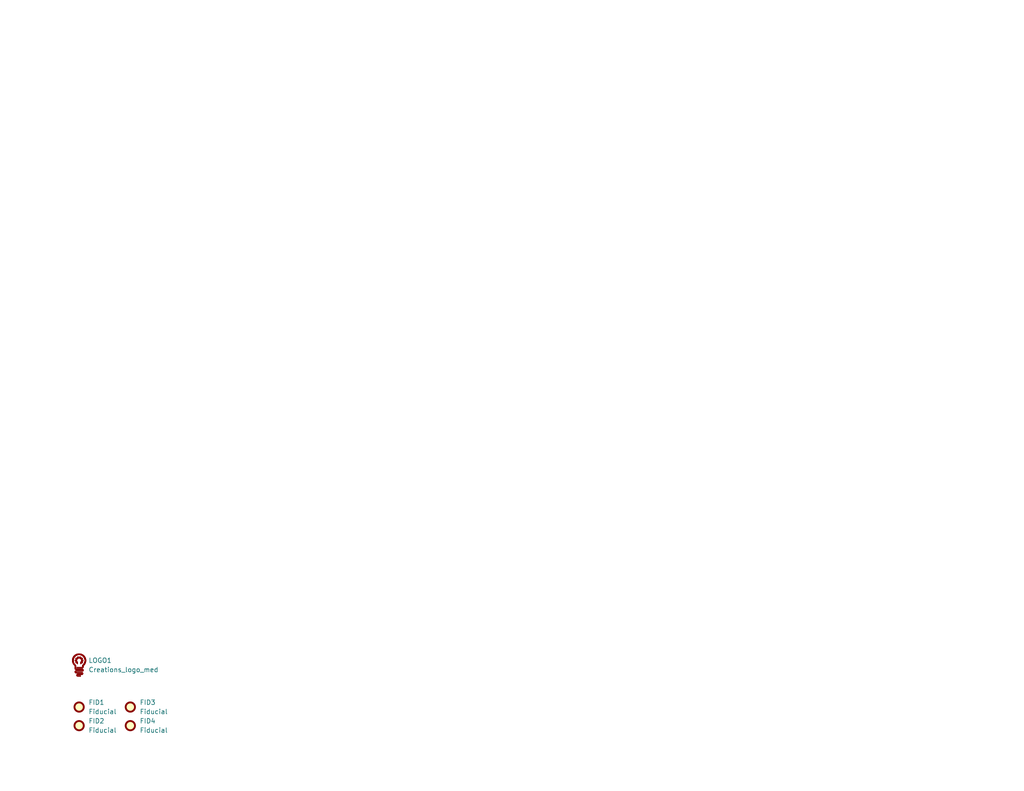
<source format=kicad_sch>
(kicad_sch (version 20211123) (generator eeschema)
  (paper "USLetter")
  (lib_symbols
    (symbol "Austins creations:2P_DIP"
      (property "Reference" "SW" (at 0 10.16 0))
      (property "Value" "2P_DIP" (at 0 7.62 0))
      (property "part #" "C2758181" (at 0 5.08 0))
      (symbol "2P_DIP_1_1"
        (pin passive line (at -7.62 1.27 0) (length 5.08) (name "~") (number "1"))
        (pin passive line (at -7.62 -1.27 0) (length 5.08) (name "~") (number "2"))
        (pin passive line (at 7.62 -1.27 180) (length 5.08) (name "~") (number "3"))
        (pin passive line (at 7.62 1.27 180) (length 5.08) (name "~") (number "4"))
      )
    )
    (symbol "Austins creations:2pinblock"
      (property "Reference" "ST" (at -7.62 2.54 0))
      (property "Value" "2pinblock" (at -7.62 0 0))
      (property "part #" "C192779" (at -7.62 -2.54 0))
      (symbol "2pinblock_1_0"
        (pin bidirectional line (at 7.62 -1.27 180) (length 5.08) (name "1") (number "1"))
        (pin bidirectional line (at 7.62 1.27 180) (length 5.08) (name "2") (number "2"))
      )
    )
    (symbol "Austins creations:4P_DIP"
      (property "Reference" "SW" (at 0 12.7 0))
      (property "Value" "4P_DIP" (at 0 10.16 0))
      (property "part #" "C2758183" (at 0 7.62 0))
      (symbol "4P_DIP_1_1"
        (pin passive line (at -7.62 3.81 0) (length 5.08) (name "~") (number "1"))
        (pin passive line (at -7.62 1.27 0) (length 5.08) (name "~") (number "2"))
        (pin passive line (at -7.62 -1.27 0) (length 5.08) (name "~") (number "3"))
        (pin passive line (at -7.62 -3.81 0) (length 5.08) (name "~") (number "4"))
        (pin passive line (at 7.62 -3.81 180) (length 5.08) (name "~") (number "5"))
        (pin passive line (at 7.62 -1.27 180) (length 5.08) (name "~") (number "6"))
        (pin passive line (at 7.62 1.27 180) (length 5.08) (name "~") (number "7"))
        (pin passive line (at 7.62 3.81 180) (length 5.08) (name "~") (number "8"))
      )
    )
    (symbol "Austins creations:R-RJ45R08P-8000"
      (property "Reference" "RJ45-" (at 0 3.81 0))
      (property "Value" "R-RJ45R08P-8000" (at 0 1.27 0))
      (symbol "R-RJ45R08P-8000_0_0"
        (text "BOTTOM" (at -3.81 -7.62 900) (effects (font (size 1.27 1.27))))
        (text "TOP" (at 5.08 -6.35 900) (effects (font (size 1.27 1.27))))
      )
      (symbol "R-RJ45R08P-8000_1_0"
        (pin bidirectional line (at -13.97 -5.08 0) (length 5.08) (name "A1") (number "A1"))
        (pin bidirectional line (at -13.97 -7.62 0) (length 5.08) (name "A2") (number "A2"))
        (pin bidirectional line (at -13.97 -10.16 0) (length 5.08) (name "A3") (number "A3"))
        (pin bidirectional line (at -13.97 -12.7 0) (length 5.08) (name "A4") (number "A4"))
        (pin bidirectional line (at -13.97 -15.24 0) (length 5.08) (name "A5") (number "A5"))
        (pin bidirectional line (at -13.97 -17.78 0) (length 5.08) (name "A6") (number "A6"))
        (pin bidirectional line (at -13.97 -20.32 0) (length 5.08) (name "A7") (number "A7"))
        (pin bidirectional line (at -13.97 -22.86 0) (length 5.08) (name "A8") (number "A8"))
        (pin bidirectional line (at -13.97 -25.4 0) (length 5.08) (name "B1") (number "B1"))
        (pin bidirectional line (at -13.97 -27.94 0) (length 5.08) (name "B2") (number "B2"))
        (pin bidirectional line (at -13.97 -30.48 0) (length 5.08) (name "B3") (number "B3"))
        (pin bidirectional line (at -13.97 -33.02 0) (length 5.08) (name "B4") (number "B4"))
        (pin bidirectional line (at -13.97 -35.56 0) (length 5.08) (name "B5") (number "B5"))
        (pin bidirectional line (at -13.97 -38.1 0) (length 5.08) (name "B6") (number "B6"))
        (pin bidirectional line (at -13.97 -40.64 0) (length 5.08) (name "B7") (number "B7"))
        (pin bidirectional line (at -13.97 -43.18 0) (length 5.08) (name "B8") (number "B8"))
        (pin bidirectional line (at -13.97 -45.72 0) (length 5.08) (name "C1") (number "C1"))
        (pin bidirectional line (at -13.97 -48.26 0) (length 5.08) (name "C2") (number "C2"))
        (pin bidirectional line (at -13.97 -50.8 0) (length 5.08) (name "C3") (number "C3"))
        (pin bidirectional line (at -13.97 -53.34 0) (length 5.08) (name "C4") (number "C4"))
        (pin bidirectional line (at -13.97 -55.88 0) (length 5.08) (name "C5") (number "C5"))
        (pin bidirectional line (at -13.97 -58.42 0) (length 5.08) (name "C6") (number "C6"))
        (pin bidirectional line (at -13.97 -60.96 0) (length 5.08) (name "C7") (number "C7"))
        (pin bidirectional line (at -13.97 -63.5 0) (length 5.08) (name "C8") (number "C8"))
        (pin bidirectional line (at -13.97 -66.04 0) (length 5.08) (name "D1") (number "D1"))
        (pin bidirectional line (at -13.97 -68.58 0) (length 5.08) (name "D2") (number "D2"))
        (pin bidirectional line (at -13.97 -71.12 0) (length 5.08) (name "D3") (number "D3"))
        (pin bidirectional line (at -13.97 -73.66 0) (length 5.08) (name "D4") (number "D4"))
        (pin bidirectional line (at -13.97 -76.2 0) (length 5.08) (name "D5") (number "D5"))
        (pin bidirectional line (at -13.97 -78.74 0) (length 5.08) (name "D6") (number "D6"))
        (pin bidirectional line (at -13.97 -81.28 0) (length 5.08) (name "D7") (number "D7"))
        (pin bidirectional line (at -13.97 -83.82 0) (length 5.08) (name "D8") (number "D8"))
        (pin bidirectional line (at 13.97 -5.08 180) (length 5.08) (name "E1") (number "E1"))
        (pin bidirectional line (at 13.97 -7.62 180) (length 5.08) (name "E2") (number "E2"))
        (pin bidirectional line (at 13.97 -10.16 180) (length 5.08) (name "E3") (number "E3"))
        (pin bidirectional line (at 13.97 -12.7 180) (length 5.08) (name "E4") (number "E4"))
        (pin bidirectional line (at 13.97 -15.24 180) (length 5.08) (name "E5") (number "E5"))
        (pin bidirectional line (at 13.97 -17.78 180) (length 5.08) (name "E6") (number "E6"))
        (pin bidirectional line (at 13.97 -20.32 180) (length 5.08) (name "E7") (number "E7"))
        (pin bidirectional line (at 13.97 -22.86 180) (length 5.08) (name "E8") (number "E8"))
        (pin bidirectional line (at 13.97 -25.4 180) (length 5.08) (name "F1") (number "F1"))
        (pin bidirectional line (at 13.97 -27.94 180) (length 5.08) (name "F2") (number "F2"))
        (pin bidirectional line (at 13.97 -30.48 180) (length 5.08) (name "F3") (number "F3"))
        (pin bidirectional line (at 13.97 -33.02 180) (length 5.08) (name "F4") (number "F4"))
        (pin bidirectional line (at 13.97 -35.56 180) (length 5.08) (name "F5") (number "F5"))
        (pin bidirectional line (at 13.97 -38.1 180) (length 5.08) (name "F6") (number "F6"))
        (pin bidirectional line (at 13.97 -40.64 180) (length 5.08) (name "F7") (number "F7"))
        (pin bidirectional line (at 13.97 -43.18 180) (length 5.08) (name "F8") (number "F8"))
        (pin bidirectional line (at 13.97 -45.72 180) (length 5.08) (name "G1") (number "G1"))
        (pin bidirectional line (at 13.97 -48.26 180) (length 5.08) (name "G2") (number "G2"))
        (pin bidirectional line (at 13.97 -50.8 180) (length 5.08) (name "G3") (number "G3"))
        (pin bidirectional line (at 13.97 -53.34 180) (length 5.08) (name "G4") (number "G4"))
        (pin bidirectional line (at 13.97 -55.88 180) (length 5.08) (name "G5") (number "G5"))
        (pin bidirectional line (at 13.97 -58.42 180) (length 5.08) (name "G6") (number "G6"))
        (pin bidirectional line (at 13.97 -60.96 180) (length 5.08) (name "G7") (number "G7"))
        (pin bidirectional line (at 13.97 -63.5 180) (length 5.08) (name "G8") (number "G8"))
        (pin bidirectional line (at 13.97 -66.04 180) (length 5.08) (name "H1") (number "H1"))
        (pin bidirectional line (at 13.97 -68.58 180) (length 5.08) (name "H2") (number "H2"))
        (pin bidirectional line (at 13.97 -71.12 180) (length 5.08) (name "H3") (number "H3"))
        (pin bidirectional line (at 13.97 -73.66 180) (length 5.08) (name "H4") (number "H4"))
        (pin bidirectional line (at 13.97 -76.2 180) (length 5.08) (name "H5") (number "H5"))
        (pin bidirectional line (at 13.97 -78.74 180) (length 5.08) (name "H6") (number "H6"))
        (pin bidirectional line (at 13.97 -81.28 180) (length 5.08) (name "H7") (number "H7"))
        (pin bidirectional line (at 13.97 -83.82 180) (length 5.08) (name "H8") (number "H8"))
        (pin bidirectional line (at 6.35 -95.25 90) (length 5.08) (name "MH1") (number "MH1"))
        (pin bidirectional line (at 3.81 -95.25 90) (length 5.08) (name "MH2") (number "MH2"))
        (pin bidirectional line (at 1.27 -95.25 90) (length 5.08) (name "MH3") (number "MH3"))
        (pin bidirectional line (at -1.27 -95.25 90) (length 5.08) (name "MH4") (number "MH4"))
        (pin bidirectional line (at -3.81 -95.25 90) (length 5.08) (name "MH5") (number "MH5"))
        (pin bidirectional line (at -6.35 -95.25 90) (length 5.08) (name "MH6") (number "MH6"))
      )
    )
    (symbol "Comparator:LM339" (pin_names (offset 0.127))
      (property "Reference" "U" (at 0 5.08 0))
      (property "Value" "LM339" (at 0 -5.08 0))
      (symbol "LM339_1_1"
        (pin open_collector line (at 7.62 0 180) (length 2.54) (name "~") (number "2"))
        (pin input line (at -7.62 -2.54 0) (length 2.54) (name "-") (number "4"))
        (pin input line (at -7.62 2.54 0) (length 2.54) (name "+") (number "5"))
      )
      (symbol "LM339_2_1"
        (pin open_collector line (at 7.62 0 180) (length 2.54) (name "~") (number "1"))
        (pin input line (at -7.62 -2.54 0) (length 2.54) (name "-") (number "6"))
        (pin input line (at -7.62 2.54 0) (length 2.54) (name "+") (number "7"))
      )
      (symbol "LM339_3_1"
        (pin input line (at -7.62 -2.54 0) (length 2.54) (name "-") (number "10"))
        (pin input line (at -7.62 2.54 0) (length 2.54) (name "+") (number "11"))
        (pin open_collector line (at 7.62 0 180) (length 2.54) (name "~") (number "13"))
      )
      (symbol "LM339_4_1"
        (pin open_collector line (at 7.62 0 180) (length 2.54) (name "~") (number "14"))
        (pin input line (at -7.62 -2.54 0) (length 2.54) (name "-") (number "8"))
        (pin input line (at -7.62 2.54 0) (length 2.54) (name "+") (number "9"))
      )
      (symbol "LM339_5_1"
        (pin power_in line (at -2.54 -7.62 90) (length 3.81) (name "V-") (number "12"))
        (pin power_in line (at -2.54 7.62 270) (length 3.81) (name "V+") (number "3"))
      )
    )
    (symbol "Connector_Generic:Conn_02x03_Odd_Even" (pin_names (offset 1.016) hide)
      (property "Reference" "J" (at 1.27 5.08 0))
      (property "Value" "Conn_02x03_Odd_Even" (at 1.27 -5.08 0))
      (symbol "Conn_02x03_Odd_Even_1_1"
        (pin passive line (at -5.08 2.54 0) (length 3.81) (name "Pin_1") (number "1"))
        (pin passive line (at 7.62 2.54 180) (length 3.81) (name "Pin_2") (number "2"))
        (pin passive line (at -5.08 0 0) (length 3.81) (name "Pin_3") (number "3"))
        (pin passive line (at 7.62 0 180) (length 3.81) (name "Pin_4") (number "4"))
        (pin passive line (at -5.08 -2.54 0) (length 3.81) (name "Pin_5") (number "5"))
        (pin passive line (at 7.62 -2.54 180) (length 3.81) (name "Pin_6") (number "6"))
      )
    )
    (symbol "Connector_Generic_MountingPin:Conn_01x05_MountingPin" (pin_names (offset 1.016) hide)
      (property "Reference" "J" (at 0 7.62 0))
      (property "Value" "Conn_01x05_MountingPin" (at 1.27 -7.62 0))
      (symbol "Conn_01x05_MountingPin_1_1"
        (text "Mounting" (at 0 -6.731 0) (effects (font (size 0.381 0.381))))
        (pin passive line (at -5.08 5.08 0) (length 3.81) (name "Pin_1") (number "1"))
        (pin passive line (at -5.08 2.54 0) (length 3.81) (name "Pin_2") (number "2"))
        (pin passive line (at -5.08 0 0) (length 3.81) (name "Pin_3") (number "3"))
        (pin passive line (at -5.08 -2.54 0) (length 3.81) (name "Pin_4") (number "4"))
        (pin passive line (at -5.08 -5.08 0) (length 3.81) (name "Pin_5") (number "5"))
        (pin passive line (at 0 -10.16 90) (length 3.048) (name "MountPin") (number "MP"))
      )
    )
    (symbol "Device:C" (pin_numbers hide) (pin_names (offset 0.254))
      (property "Reference" "C" (at 0.635 2.54 0))
      (property "Value" "C" (at 0.635 -2.54 0))
      (symbol "C_1_1"
        (pin passive line (at 0 3.81 270) (length 2.794) (name "~") (number "1"))
        (pin passive line (at 0 -3.81 90) (length 2.794) (name "~") (number "2"))
      )
    )
    (symbol "Device:C_Polarized_US" (pin_numbers hide) (pin_names (offset 0.254) hide)
      (property "Reference" "C" (at 0.635 2.54 0))
      (property "Value" "C_Polarized_US" (at 0.635 -2.54 0))
      (symbol "C_Polarized_US_1_1"
        (pin passive line (at 0 3.81 270) (length 2.794) (name "~") (number "1"))
        (pin passive line (at 0 -3.81 90) (length 3.302) (name "~") (number "2"))
      )
    )
    (symbol "Device:R_Pack04" (pin_names (offset 0) hide)
      (property "Reference" "RN" (at -7.62 0 90))
      (property "Value" "R_Pack04" (at 5.08 0 90))
      (symbol "R_Pack04_1_1"
        (pin passive line (at -5.08 -5.08 90) (length 2.54) (name "R1.1") (number "1"))
        (pin passive line (at -2.54 -5.08 90) (length 2.54) (name "R2.1") (number "2"))
        (pin passive line (at 0 -5.08 90) (length 2.54) (name "R3.1") (number "3"))
        (pin passive line (at 2.54 -5.08 90) (length 2.54) (name "R4.1") (number "4"))
        (pin passive line (at 2.54 5.08 270) (length 2.54) (name "R4.2") (number "5"))
        (pin passive line (at 0 5.08 270) (length 2.54) (name "R3.2") (number "6"))
        (pin passive line (at -2.54 5.08 270) (length 2.54) (name "R2.2") (number "7"))
        (pin passive line (at -5.08 5.08 270) (length 2.54) (name "R1.2") (number "8"))
      )
    )
    (symbol "Device:R_Pack04_Split" (pin_names (offset 0) hide)
      (property "Reference" "RN" (at 2.032 0 90))
      (property "Value" "R_Pack04_Split" (at 0 0 90))
      (symbol "R_Pack04_Split_1_1"
        (pin passive line (at 0 -3.81 90) (length 1.27) (name "R1.1") (number "1"))
        (pin passive line (at 0 3.81 270) (length 1.27) (name "R1.2") (number "8"))
      )
      (symbol "R_Pack04_Split_2_1"
        (pin passive line (at 0 -3.81 90) (length 1.27) (name "R2.1") (number "2"))
        (pin passive line (at 0 3.81 270) (length 1.27) (name "R2.2") (number "7"))
      )
      (symbol "R_Pack04_Split_3_1"
        (pin passive line (at 0 -3.81 90) (length 1.27) (name "R3.1") (number "3"))
        (pin passive line (at 0 3.81 270) (length 1.27) (name "R3.2") (number "6"))
      )
      (symbol "R_Pack04_Split_4_1"
        (pin passive line (at 0 -3.81 90) (length 1.27) (name "R4.1") (number "4"))
        (pin passive line (at 0 3.81 270) (length 1.27) (name "R4.2") (number "5"))
      )
    )
    (symbol "Device:R_US" (pin_numbers hide) (pin_names (offset 0))
      (property "Reference" "R" (at 2.54 0 90))
      (property "Value" "R_US" (at -2.54 0 90))
      (symbol "R_US_1_1"
        (pin passive line (at 0 3.81 270) (length 1.27) (name "~") (number "1"))
        (pin passive line (at 0 -3.81 90) (length 1.27) (name "~") (number "2"))
      )
    )
    (symbol "Device:Thermistor_PTC" (pin_numbers hide) (pin_names (offset 0))
      (property "Reference" "TH" (at -4.064 0 90))
      (property "Value" "Thermistor_PTC" (at 3.048 0 90))
      (symbol "Thermistor_PTC_1_1"
        (pin passive line (at 0 3.81 270) (length 1.27) (name "~") (number "1"))
        (pin passive line (at 0 -3.81 90) (length 1.27) (name "~") (number "2"))
      )
    )
    (symbol "Diode:SM4007" (pin_numbers hide) (pin_names (offset 1.016) hide)
      (property "Reference" "D" (at 0 2.54 0))
      (property "Value" "SM4007" (at 0 -2.54 0))
      (symbol "SM4007_1_1"
        (pin passive line (at -3.81 0 0) (length 2.54) (name "K") (number "1"))
        (pin passive line (at 3.81 0 180) (length 2.54) (name "A") (number "2"))
      )
    )
    (symbol "Interface_Expansion:MCP23017_SO" (pin_names (offset 1.016))
      (property "Reference" "U" (at -11.43 24.13 0))
      (property "Value" "MCP23017_SO" (at 0 0 0))
      (symbol "MCP23017_SO_1_1"
        (pin bidirectional line (at 17.78 20.32 180) (length 5.08) (name "GPB0") (number "1"))
        (pin power_in line (at 0 -27.94 90) (length 5.08) (name "VSS") (number "10"))
        (pin no_connect line (at -12.7 15.24 0) (length 5.08) hide (name "NC") (number "11"))
        (pin input line (at -17.78 17.78 0) (length 5.08) (name "SCK") (number "12"))
        (pin bidirectional line (at -17.78 20.32 0) (length 5.08) (name "SDA") (number "13"))
        (pin no_connect line (at -12.7 12.7 0) (length 5.08) hide (name "NC") (number "14"))
        (pin input line (at -17.78 -20.32 0) (length 5.08) (name "A0") (number "15"))
        (pin input line (at -17.78 -17.78 0) (length 5.08) (name "A1") (number "16"))
        (pin input line (at -17.78 -15.24 0) (length 5.08) (name "A2") (number "17"))
        (pin input line (at -17.78 -2.54 0) (length 5.08) (name "~{RESET}") (number "18"))
        (pin tri_state line (at -17.78 5.08 0) (length 5.08) (name "INTB") (number "19"))
        (pin bidirectional line (at 17.78 17.78 180) (length 5.08) (name "GPB1") (number "2"))
        (pin tri_state line (at -17.78 2.54 0) (length 5.08) (name "INTA") (number "20"))
        (pin bidirectional line (at 17.78 -2.54 180) (length 5.08) (name "GPA0") (number "21"))
        (pin bidirectional line (at 17.78 -5.08 180) (length 5.08) (name "GPA1") (number "22"))
        (pin bidirectional line (at 17.78 -7.62 180) (length 5.08) (name "GPA2") (number "23"))
        (pin bidirectional line (at 17.78 -10.16 180) (length 5.08) (name "GPA3") (number "24"))
        (pin bidirectional line (at 17.78 -12.7 180) (length 5.08) (name "GPA4") (number "25"))
        (pin bidirectional line (at 17.78 -15.24 180) (length 5.08) (name "GPA5") (number "26"))
        (pin bidirectional line (at 17.78 -17.78 180) (length 5.08) (name "GPA6") (number "27"))
        (pin bidirectional line (at 17.78 -20.32 180) (length 5.08) (name "GPA7") (number "28"))
        (pin bidirectional line (at 17.78 15.24 180) (length 5.08) (name "GPB2") (number "3"))
        (pin bidirectional line (at 17.78 12.7 180) (length 5.08) (name "GPB3") (number "4"))
        (pin bidirectional line (at 17.78 10.16 180) (length 5.08) (name "GPB4") (number "5"))
        (pin bidirectional line (at 17.78 7.62 180) (length 5.08) (name "GPB5") (number "6"))
        (pin bidirectional line (at 17.78 5.08 180) (length 5.08) (name "GPB6") (number "7"))
        (pin bidirectional line (at 17.78 2.54 180) (length 5.08) (name "GPB7") (number "8"))
        (pin power_in line (at 0 27.94 270) (length 5.08) (name "VDD") (number "9"))
      )
    )
    (symbol "Mechanical:Fiducial"
      (property "Reference" "FID" (at 0 5.08 0))
      (property "Value" "Fiducial" (at 0 3.175 0))
    )
    (symbol "Transistor_FET:AO3401A" (pin_names hide)
      (property "Reference" "Q" (at 5.08 1.905 0))
      (property "Value" "AO3401A" (at 5.08 0 0))
      (symbol "AO3401A_1_1"
        (pin input line (at -5.08 0 0) (length 2.54) (name "G") (number "1"))
        (pin passive line (at 2.54 -5.08 90) (length 2.54) (name "S") (number "2"))
        (pin passive line (at 2.54 5.08 270) (length 2.54) (name "D") (number "3"))
      )
    )
    (symbol "logos:Creations_logo_med"
      (property "Reference" "LOGO" (at 0 6.35 0))
      (property "Value" "Creations_logo_med" (at 0 3.81 0))
    )
    (symbol "power:GNDREF" (power) (pin_names (offset 0))
      (property "Value" "GNDREF" (at 0 -3.81 0))
      (symbol "GNDREF_1_1"
        (pin power_in line (at 0 0 270) (length 0) hide (name "GNDREF") (number "1"))
      )
    )
    (symbol "power:VCC" (power) (pin_names (offset 0))
      (property "Value" "VCC" (at 0 3.81 0))
      (symbol "VCC_1_1"
        (pin power_in line (at 0 0 90) (length 0) hide (name "VCC") (number "1"))
      )
    )
    (symbol "power:VDD" (power) (pin_names (offset 0))
      (property "Value" "VDD" (at 0 3.81 0))
      (symbol "VDD_1_1"
        (pin power_in line (at 0 0 90) (length 0) hide (name "VDD") (number "1"))
      )
    )
  )
  (junction (at 495.3 34.29))
  (junction (at -140.97 109.22))
  (junction (at 397.51 104.14))
  (junction (at 462.28 127))
  (junction (at -45.72 55.88))
  (junction (at -140.97 203.2))
  (junction (at 342.9 182.88))
  (junction (at -109.22 140.97))
  (junction (at 444.5 182.88))
  (junction (at 393.7 34.29))
  (junction (at -181.61 189.23))
  (junction (at -148.59 181.61))
  (junction (at -109.22 55.88))
  (junction (at 203.2 -160.02))
  (junction (at 203.2 -99.06))
  (junction (at -181.61 109.22))
  (junction (at -58.42 96.52))
  (junction (at 342.9 55.88))
  (junction (at 502.92 215.9))
  (junction (at 364.49 0))
  (junction (at 172.72 -137.16))
  (junction (at -68.58 166.37))
  (junction (at 401.32 39.37))
  (junction (at 218.44 -139.7))
  (junction (at 364.49 16.51))
  (junction (at -146.05 104.14))
  (junction (at -71.12 55.88))
  (junction (at 452.12 166.37))
  (junction (at -55.88 179.07))
  (junction (at -50.8 135.89))
  (junction (at 350.52 199.39))
  (junction (at -60.96 93.98))
  (junction (at -55.88 99.06))
  (junction (at -81.28 156.21))
  (junction (at -45.72 186.69))
  (junction (at 364.49 127))
  (junction (at 95.25 -119.38))
  (junction (at -58.42 55.88))
  (junction (at 401.32 93.98))
  (junction (at 95.25 -160.02))
  (junction (at 393.7 210.82))
  (junction (at -38.1 -66.04))
  (junction (at 124.46 -91.44))
  (junction (at -86.36 151.13))
  (junction (at 142.24 -82.55))
  (junction (at 502.92 220.98))
  (junction (at 462.28 0))
  (junction (at 466.09 143.51))
  (junction (at -68.58 -78.74))
  (junction (at 401.32 127))
  (junction (at 342.9 34.29))
  (junction (at -73.66 161.29))
  (junction (at -148.59 101.6))
  (junction (at 109.22 -139.7))
  (junction (at 172.72 -96.52))
  (junction (at 516.89 143.51))
  (junction (at 401.32 220.98))
  (junction (at -71.12 83.82))
  (junction (at 172.72 -116.84))
  (junction (at -146.05 184.15))
  (junction (at 401.32 166.37))
  (junction (at -73.66 55.88))
  (junction (at -60.96 55.88))
  (junction (at 444.5 67.31))
  (junction (at 342.9 161.29))
  (junction (at -140.97 189.23))
  (junction (at -143.51 186.69))
  (junction (at -50.8 101.6))
  (junction (at 466.09 127))
  (junction (at 187.96 -152.4))
  (junction (at 444.5 210.82))
  (junction (at -76.2 55.88))
  (junction (at 142.24 -96.52))
  (junction (at -43.18 189.23))
  (junction (at 157.48 -62.23))
  (junction (at 109.22 -160.02))
  (junction (at 142.24 -102.87))
  (junction (at 452.12 0))
  (junction (at 401.32 0))
  (junction (at -68.58 55.88))
  (junction (at 513.08 127))
  (junction (at -181.61 106.68))
  (junction (at 502.92 0))
  (junction (at 452.12 127))
  (junction (at 415.29 16.51))
  (junction (at -128.27 91.44))
  (junction (at 502.92 93.98))
  (junction (at 411.48 127))
  (junction (at 350.52 177.8))
  (junction (at -81.28 135.89))
  (junction (at 495.3 55.88))
  (junction (at -140.97 123.19))
  (junction (at 156.21 -62.23))
  (junction (at 393.7 182.88))
  (junction (at 502.92 88.9))
  (junction (at 401.32 50.8))
  (junction (at 393.7 55.88))
  (junction (at 350.52 72.39))
  (junction (at -5.08 -72.39))
  (junction (at 495.3 210.82))
  (junction (at 444.5 194.31))
  (junction (at 139.7 -96.52))
  (junction (at 502.92 199.39))
  (junction (at -181.61 184.15))
  (junction (at 444.5 83.82))
  (junction (at 175.26 -11.43))
  (junction (at 452.12 220.98))
  (junction (at 350.52 0))
  (junction (at 218.44 -160.02))
  (junction (at 187.96 -132.08))
  (junction (at 350.52 39.37))
  (junction (at -45.72 135.89))
  (junction (at -88.9 135.89))
  (junction (at 129.54 -33.02))
  (junction (at 466.09 16.51))
  (junction (at 502.92 166.37))
  (junction (at 415.29 0))
  (junction (at 350.52 127))
  (junction (at -55.88 55.88))
  (junction (at 142.24 -116.84))
  (junction (at -48.26 135.89))
  (junction (at 142.24 -143.51))
  (junction (at 342.9 210.82))
  (junction (at -143.51 123.19))
  (junction (at -71.12 135.89))
  (junction (at 170.18 -116.84))
  (junction (at 187.96 -111.76))
  (junction (at 495.3 161.29))
  (junction (at 360.68 127))
  (junction (at 124.46 -111.76))
  (junction (at 350.52 215.9))
  (junction (at 170.18 -143.51))
  (junction (at -48.26 104.14))
  (junction (at 393.7 194.31))
  (junction (at 393.7 67.31))
  (junction (at 364.49 143.51))
  (junction (at -81.28 76.2))
  (junction (at -81.28 55.88))
  (junction (at 452.12 88.9))
  (junction (at 139.7 -76.2))
  (junction (at -55.88 135.89))
  (junction (at 170.18 -82.55))
  (junction (at 109.22 -99.06))
  (junction (at 203.2 -139.7))
  (junction (at 393.7 83.82))
  (junction (at 452.12 93.98))
  (junction (at 95.25 -139.7))
  (junction (at 350.52 166.37))
  (junction (at -88.9 148.59))
  (junction (at -73.66 135.89))
  (junction (at 142.24 -123.19))
  (junction (at -88.9 55.88))
  (junction (at 452.12 39.37))
  (junction (at 502.92 39.37))
  (junction (at 452.12 177.8))
  (junction (at 397.51 231.14))
  (junction (at 448.31 104.14))
  (junction (at 170.18 -137.16))
  (junction (at 109.22 -119.38))
  (junction (at -45.72 106.68))
  (junction (at 502.92 72.39))
  (junction (at 203.2 -119.38))
  (junction (at 154.94 -62.23))
  (junction (at 350.52 88.9))
  (junction (at 160.02 -62.23))
  (junction (at -76.2 158.75))
  (junction (at 401.32 215.9))
  (junction (at 415.29 127))
  (junction (at -58.42 176.53))
  (junction (at 350.52 220.98))
  (junction (at 190.5 -35.56))
  (junction (at 499.11 104.14))
  (junction (at 411.48 0))
  (junction (at 360.68 0))
  (junction (at 502.92 50.8))
  (junction (at 218.44 -119.38))
  (junction (at 452.12 215.9))
  (junction (at -76.2 78.74))
  (junction (at 170.18 -76.2))
  (junction (at 495.3 194.31))
  (junction (at -63.5 135.89))
  (junction (at 144.78 -11.43))
  (junction (at -143.51 203.2))
  (junction (at -68.58 135.89))
  (junction (at 495.3 83.82))
  (junction (at -88.9 68.58))
  (junction (at 350.52 93.98))
  (junction (at 452.12 50.8))
  (junction (at 516.89 127))
  (junction (at -43.18 109.22))
  (junction (at 444.5 34.29))
  (junction (at 129.54 -35.56))
  (junction (at 466.09 0))
  (junction (at 124.46 -132.08))
  (junction (at 170.18 -123.19))
  (junction (at 502.92 127))
  (junction (at -73.66 81.28))
  (junction (at -63.5 55.88))
  (junction (at 495.3 67.31))
  (junction (at 415.29 143.51))
  (junction (at -86.36 71.12))
  (junction (at -109.22 135.89))
  (junction (at -63.5 91.44))
  (junction (at 142.24 -137.16))
  (junction (at 170.18 -96.52))
  (junction (at 124.46 -152.4))
  (junction (at -76.2 135.89))
  (junction (at 452.12 72.39))
  (junction (at 342.9 194.31))
  (junction (at 172.72 -76.2))
  (junction (at -83.82 135.89))
  (junction (at -181.61 186.69))
  (junction (at -60.96 173.99))
  (junction (at -71.12 163.83))
  (junction (at 342.9 67.31))
  (junction (at -50.8 55.88))
  (junction (at 142.24 -76.2))
  (junction (at 452.12 199.39))
  (junction (at -109.22 60.96))
  (junction (at -60.96 135.89))
  (junction (at 513.08 0))
  (junction (at 516.89 16.51))
  (junction (at 448.31 231.14))
  (junction (at 139.7 -137.16))
  (junction (at 444.5 161.29))
  (junction (at 401.32 88.9))
  (junction (at 190.5 -38.1))
  (junction (at -128.27 123.19))
  (junction (at 129.54 -38.1))
  (junction (at 342.9 83.82))
  (junction (at -181.61 104.14))
  (junction (at -83.82 153.67))
  (junction (at 350.52 50.8))
  (junction (at 499.11 231.14))
  (junction (at 170.18 -102.87))
  (junction (at -83.82 73.66))
  (junction (at -128.27 171.45))
  (junction (at 187.96 -91.44))
  (junction (at -63.5 171.45))
  (junction (at 502.92 177.8))
  (junction (at -50.8 181.61))
  (junction (at -48.26 55.88))
  (junction (at -83.82 55.88))
  (junction (at 444.5 55.88))
  (junction (at -86.36 55.88))
  (junction (at -58.42 135.89))
  (junction (at 152.4 -62.23))
  (junction (at -143.51 106.68))
  (junction (at 401.32 199.39))
  (junction (at -86.36 135.89))
  (junction (at 346.71 104.14))
  (junction (at 401.32 177.8))
  (junction (at 346.71 231.14))
  (junction (at 516.89 0))
  (junction (at 495.3 182.88))
  (junction (at -68.58 86.36))
  (junction (at -48.26 184.15))
  (junction (at -128.27 203.2))
  (junction (at 393.7 161.29))
  (junction (at 401.32 72.39))
  (junction (at 139.7 -116.84))
  (junction (at 190.5 -33.02))
  (wire (pts (xy 444.5 127) (xy 452.12 127)))
  (wire (pts (xy 142.24 -129.54) (xy 139.7 -129.54)))
  (wire (pts (xy 393.7 160.02) (xy 393.7 161.29)))
  (wire (pts (xy 173.99 -38.1) (xy 175.26 -38.1)))
  (wire (pts (xy -128.27 171.45) (xy -127 171.45)))
  (wire (pts (xy -63.5 55.88) (xy -60.96 55.88)))
  (wire (pts (xy 170.18 -116.84) (xy 172.72 -116.84)))
  (wire (pts (xy 495.3 67.31) (xy 495.3 66.04)))
  (wire (pts (xy 444.5 83.82) (xy 444.5 96.52)))
  (wire (pts (xy 173.99 -19.05) (xy 175.26 -19.05)))
  (wire (pts (xy 218.44 -160.02) (xy 218.44 -139.7)))
  (wire (pts (xy 342.9 127) (xy 350.52 127)))
  (wire (pts (xy 142.24 -137.16) (xy 142.24 -134.62)))
  (wire (pts (xy 350.52 177.8) (xy 350.52 199.39)))
  (wire (pts (xy 444.5 55.88) (xy 444.5 58.42)))
  (wire (pts (xy 142.24 -78.74) (xy 142.24 -76.2)))
  (wire (pts (xy -66.04 -81.28) (xy -66.04 -66.04)))
  (wire (pts (xy 342.9 210.82) (xy 353.06 210.82)))
  (wire (pts (xy 520.7 53.34) (xy 521.97 53.34)))
  (wire (pts (xy 95.25 -119.38) (xy 109.22 -119.38)))
  (wire (pts (xy -138.43 171.45) (xy -138.43 181.61)))
  (wire (pts (xy 520.7 142.24) (xy 520.7 143.51)))
  (wire (pts (xy -63.5 91.44) (xy -38.1 91.44)))
  (wire (pts (xy -128.27 203.2) (xy -109.22 203.2)))
  (wire (pts (xy 495.3 25.4) (xy 495.3 0)))
  (wire (pts (xy -138.43 91.44) (xy -128.27 91.44)))
  (wire (pts (xy -45.72 66.04) (xy -45.72 106.68)))
  (wire (pts (xy 350.52 50.8) (xy 350.52 72.39)))
  (wire (pts (xy -60.96 55.88) (xy -58.42 55.88)))
  (wire (pts (xy -138.43 91.44) (xy -138.43 101.6)))
  (wire (pts (xy -68.58 166.37) (xy -38.1 166.37)))
  (wire (pts (xy -53.34 -101.6) (xy -53.34 -100.33)))
  (wire (pts (xy 454.66 55.88) (xy 444.5 55.88)))
  (wire (pts (xy -91.44 173.99) (xy -60.96 173.99)))
  (wire (pts (xy 364.49 127) (xy 368.3 127)))
  (wire (pts (xy -128.27 71.12) (xy -127 71.12)))
  (wire (pts (xy 187.96 -111.76) (xy 195.58 -111.76)))
  (wire (pts (xy 505.46 182.88) (xy 495.3 182.88)))
  (wire (pts (xy 444.5 152.4) (xy 444.5 127)))
  (wire (pts (xy -60.96 135.89) (xy -58.42 135.89)))
  (wire (pts (xy -128.27 99.06) (xy -128.27 123.19)))
  (wire (pts (xy 364.49 143.51) (xy 368.3 143.51)))
  (wire (pts (xy 144.78 -16.51) (xy 144.78 -11.43)))
  (wire (pts (xy 124.46 -111.76) (xy 116.84 -111.76)))
  (wire (pts (xy -143.51 106.68) (xy -127 106.68)))
  (wire (pts (xy 403.86 194.31) (xy 393.7 194.31)))
  (wire (pts (xy 22.86 -69.85) (xy 20.32 -69.85)))
  (wire (pts (xy 144.78 -26.67) (xy 146.05 -26.67)))
  (wire (pts (xy 124.46 -152.4) (xy 116.84 -152.4)))
  (wire (pts (xy 10.16 -69.85) (xy 12.7 -69.85)))
  (wire (pts (xy 415.29 143.51) (xy 419.1 143.51)))
  (wire (pts (xy 502.92 39.37) (xy 505.46 39.37)))
  (wire (pts (xy 454.66 194.31) (xy 444.5 194.31)))
  (wire (pts (xy 187.96 -160.02) (xy 203.2 -160.02)))
  (wire (pts (xy 444.5 182.88) (xy 444.5 185.42)))
  (wire (pts (xy 170.18 -86.36) (xy 171.45 -86.36)))
  (wire (pts (xy 134.62 -82.55) (xy 142.24 -82.55)))
  (wire (pts (xy 495.3 152.4) (xy 495.3 127)))
  (wire (pts (xy 170.18 -147.32) (xy 171.45 -147.32)))
  (wire (pts (xy 342.9 231.14) (xy 346.71 231.14)))
  (wire (pts (xy -158.75 189.23) (xy -140.97 189.23)))
  (wire (pts (xy 393.7 231.14) (xy 397.51 231.14)))
  (wire (pts (xy -48.26 146.05) (xy -48.26 184.15)))
  (wire (pts (xy 411.48 0) (xy 415.29 0)))
  (wire (pts (xy -88.9 135.89) (xy -86.36 135.89)))
  (wire (pts (xy 368.3 213.36) (xy 369.57 213.36)))
  (wire (pts (xy 419.1 180.34) (xy 420.37 180.34)))
  (wire (pts (xy 462.28 143.51) (xy 466.09 143.51)))
  (wire (pts (xy 170.18 -76.2) (xy 172.72 -76.2)))
  (wire (pts (xy 109.22 -119.38) (xy 109.22 -116.84)))
  (wire (pts (xy -109.22 53.34) (xy -109.22 55.88)))
  (wire (pts (xy -181.61 104.14) (xy -181.61 96.52)))
  (wire (pts (xy -81.28 76.2) (xy -38.1 76.2)))
  (wire (pts (xy 502.92 220.98) (xy 502.92 223.52)))
  (wire (pts (xy -88.9 148.59) (xy -38.1 148.59)))
  (wire (pts (xy 368.3 180.34) (xy 369.57 180.34)))
  (wire (pts (xy 220.98 -101.6) (xy 187.96 -101.6)))
  (wire (pts (xy -46.99 -66.04) (xy -38.1 -66.04)))
  (wire (pts (xy 452.12 127) (xy 462.28 127)))
  (wire (pts (xy 342.9 67.31) (xy 342.9 73.66)))
  (wire (pts (xy 520.7 86.36) (xy 521.97 86.36)))
  (wire (pts (xy 95.25 -99.06) (xy 109.22 -99.06)))
  (wire (pts (xy 190.5 -35.56) (xy 190.5 -33.02)))
  (wire (pts (xy 203.2 -147.32) (xy 203.2 -143.51)))
  (wire (pts (xy -58.42 176.53) (xy -38.1 176.53)))
  (wire (pts (xy 393.7 0) (xy 401.32 0)))
  (wire (pts (xy 187.96 -142.24) (xy 220.98 -142.24)))
  (wire (pts (xy 203.2 -119.38) (xy 203.2 -116.84)))
  (wire (pts (xy -91.44 104.14) (xy -48.26 104.14)))
  (wire (pts (xy 401.32 220.98) (xy 420.37 220.98)))
  (wire (pts (xy 170.18 -129.54) (xy 172.72 -129.54)))
  (wire (pts (xy 393.7 25.4) (xy 393.7 0)))
  (wire (pts (xy -48.26 184.15) (xy -38.1 184.15)))
  (wire (pts (xy -71.12 83.82) (xy -38.1 83.82)))
  (wire (pts (xy -158.75 184.15) (xy -146.05 184.15)))
  (wire (pts (xy -91.44 166.37) (xy -68.58 166.37)))
  (wire (pts (xy -45.72 55.88) (xy -43.18 55.88)))
  (wire (pts (xy 411.48 16.51) (xy 415.29 16.51)))
  (wire (pts (xy 469.9 142.24) (xy 469.9 143.51)))
  (wire (pts (xy 502.92 72.39) (xy 502.92 88.9)))
  (wire (pts (xy 513.08 143.51) (xy 516.89 143.51)))
  (wire (pts (xy 401.32 177.8) (xy 401.32 199.39)))
  (wire (pts (xy 466.09 16.51) (xy 469.9 16.51)))
  (wire (pts (xy 92.71 -142.24) (xy 124.46 -142.24)))
  (wire (pts (xy -91.44 158.75) (xy -76.2 158.75)))
  (wire (pts (xy 171.45 -132.08) (xy 171.45 -127)))
  (wire (pts (xy -66.04 -81.28) (xy -59.69 -81.28)))
  (wire (pts (xy -138.43 171.45) (xy -128.27 171.45)))
  (wire (pts (xy 452.12 72.39) (xy 452.12 88.9)))
  (wire (pts (xy -76.2 55.88) (xy -73.66 55.88)))
  (wire (pts (xy 218.44 -139.7) (xy 218.44 -119.38)))
  (wire (pts (xy -71.12 135.89) (xy -68.58 135.89)))
  (wire (pts (xy 139.7 -11.43) (xy 144.78 -11.43)))
  (wire (pts (xy 415.29 16.51) (xy 419.1 16.51)))
  (wire (pts (xy -148.59 101.6) (xy -149.86 101.6)))
  (wire (pts (xy 342.9 0) (xy 350.52 0)))
  (wire (pts (xy 444.5 34.29) (xy 454.66 34.29)))
  (wire (pts (xy 342.9 182.88) (xy 342.9 175.26)))
  (wire (pts (xy 419.1 142.24) (xy 419.1 143.51)))
  (wire (pts (xy 170.18 -132.08) (xy 171.45 -132.08)))
  (wire (pts (xy 142.24 -132.08) (xy 140.97 -132.08)))
  (wire (pts (xy 520.7 180.34) (xy 521.97 180.34)))
  (wire (pts (xy 360.68 16.51) (xy 364.49 16.51)))
  (wire (pts (xy -50.8 181.61) (xy -38.1 181.61)))
  (wire (pts (xy 142.24 -124.46) (xy 142.24 -123.19)))
  (wire (pts (xy 502.92 199.39) (xy 505.46 199.39)))
  (wire (pts (xy 444.5 182.88) (xy 444.5 175.26)))
  (wire (pts (xy -68.58 146.05) (xy -68.58 166.37)))
  (wire (pts (xy 444.5 40.64) (xy 444.5 34.29)))
  (wire (pts (xy -76.2 135.89) (xy -73.66 135.89)))
  (wire (pts (xy -143.51 106.68) (xy -143.51 113.03)))
  (wire (pts (xy 520.7 36.83) (xy 521.97 36.83)))
  (wire (pts (xy 403.86 177.8) (xy 401.32 177.8)))
  (wire (pts (xy 419.1 15.24) (xy 419.1 16.51)))
  (wire (pts (xy 170.18 -109.22) (xy 172.72 -109.22)))
  (wire (pts (xy 495.3 182.88) (xy 495.3 185.42)))
  (wire (pts (xy 170.18 -104.14) (xy 170.18 -102.87)))
  (wire (pts (xy -88.9 146.05) (xy -88.9 148.59)))
  (wire (pts (xy -181.61 186.69) (xy -181.61 184.15)))
  (wire (pts (xy -43.18 66.04) (xy -43.18 109.22)))
  (wire (pts (xy -55.88 55.88) (xy -50.8 55.88)))
  (wire (pts (xy -109.22 55.88) (xy -88.9 55.88)))
  (wire (pts (xy 92.71 -81.28) (xy 124.46 -81.28)))
  (wire (pts (xy 502.92 215.9) (xy 502.92 220.98)))
  (wire (pts (xy 368.3 196.85) (xy 369.57 196.85)))
  (wire (pts (xy 175.26 -16.51) (xy 175.26 -11.43)))
  (wire (pts (xy -109.22 135.89) (xy -88.9 135.89)))
  (wire (pts (xy 170.18 -83.82) (xy 170.18 -82.55)))
  (wire (pts (xy -76.2 158.75) (xy -38.1 158.75)))
  (wire (pts (xy -58.42 135.89) (xy -55.88 135.89)))
  (wire (pts (xy -140.97 189.23) (xy -140.97 193.04)))
  (wire (pts (xy -53.34 -116.84) (xy -53.34 -115.57)))
  (wire (pts (xy 469.9 69.85) (xy 471.17 69.85)))
  (wire (pts (xy 452.12 93.98) (xy 452.12 96.52)))
  (wire (pts (xy 142.24 -116.84) (xy 142.24 -114.3)))
  (wire (pts (xy 95.25 -139.7) (xy 95.25 -119.38)))
  (wire (pts (xy 415.29 0) (xy 419.1 0)))
  (wire (pts (xy -109.22 203.2) (xy -109.22 196.85)))
  (wire (pts (xy -81.28 156.21) (xy -38.1 156.21)))
  (wire (pts (xy 516.89 -1.27) (xy 516.89 0)))
  (wire (pts (xy 444.5 194.31) (xy 444.5 200.66)))
  (wire (pts (xy -91.44 73.66) (xy -83.82 73.66)))
  (wire (pts (xy 109.22 -86.36) (xy 109.22 -82.55)))
  (wire (pts (xy 466.09 0) (xy 469.9 0)))
  (wire (pts (xy 346.71 231.14) (xy 350.52 231.14)))
  (wire (pts (xy -91.44 176.53) (xy -58.42 176.53)))
  (wire (pts (xy 342.9 67.31) (xy 342.9 66.04)))
  (wire (pts (xy 469.9 213.36) (xy 471.17 213.36)))
  (wire (pts (xy 175.26 -11.43) (xy 180.34 -11.43)))
  (wire (pts (xy 173.99 -35.56) (xy 175.26 -35.56)))
  (wire (pts (xy -181.61 203.2) (xy -148.59 203.2)))
  (wire (pts (xy 502.92 143.51) (xy 502.92 127)))
  (wire (pts (xy -91.44 96.52) (xy -58.42 96.52)))
  (wire (pts (xy 350.52 151.13) (xy 350.52 166.37)))
  (wire (pts (xy 170.18 -143.51) (xy 177.8 -143.51)))
  (wire (pts (xy -73.66 146.05) (xy -73.66 161.29)))
  (wire (pts (xy -146.05 104.14) (xy -146.05 113.03)))
  (wire (pts (xy 342.9 34.29) (xy 353.06 34.29)))
  (wire (pts (xy 444.5 210.82) (xy 454.66 210.82)))
  (wire (pts (xy 454.66 177.8) (xy 452.12 177.8)))
  (wire (pts (xy 187.96 -144.78) (xy 187.96 -142.24)))
  (wire (pts (xy 124.46 -144.78) (xy 124.46 -142.24)))
  (wire (pts (xy 469.9 163.83) (xy 471.17 163.83)))
  (wire (pts (xy 170.18 -99.06) (xy 170.18 -96.52)))
  (wire (pts (xy 154.94 -62.23) (xy 156.21 -62.23)))
  (wire (pts (xy -91.44 153.67) (xy -83.82 153.67)))
  (wire (pts (xy 360.68 134.62) (xy 360.68 143.51)))
  (wire (pts (xy 401.32 220.98) (xy 401.32 223.52)))
  (wire (pts (xy 342.9 167.64) (xy 342.9 161.29)))
  (wire (pts (xy 350.52 16.51) (xy 350.52 0)))
  (wire (pts (xy 172.72 -109.22) (xy 172.72 -96.52)))
  (wire (pts (xy -128.27 91.44) (xy -127 91.44)))
  (wire (pts (xy 350.52 39.37) (xy 353.06 39.37)))
  (wire (pts (xy 401.32 50.8) (xy 401.32 72.39)))
  (wire (pts (xy 364.49 -1.27) (xy 364.49 0)))
  (wire (pts (xy 142.24 -119.38) (xy 142.24 -116.84)))
  (wire (pts (xy 142.24 -143.51) (xy 142.24 -142.24)))
  (wire (pts (xy -181.61 109.22) (xy -173.99 109.22)))
  (wire (pts (xy -50.8 101.6) (xy -38.1 101.6)))
  (wire (pts (xy 171.45 -91.44) (xy 171.45 -86.36)))
  (wire (pts (xy 452.12 199.39) (xy 454.66 199.39)))
  (wire (pts (xy -68.58 -78.74) (xy -68.58 -104.14)))
  (wire (pts (xy 142.24 -149.86) (xy 139.7 -149.86)))
  (wire (pts (xy 502.92 151.13) (xy 502.92 166.37)))
  (wire (pts (xy 393.7 55.88) (xy 393.7 58.42)))
  (wire (pts (xy 444.5 33.02) (xy 444.5 34.29)))
  (wire (pts (xy 350.52 72.39) (xy 350.52 88.9)))
  (wire (pts (xy -86.36 66.04) (xy -86.36 71.12)))
  (wire (pts (xy 452.12 72.39) (xy 454.66 72.39)))
  (wire (pts (xy -91.44 93.98) (xy -60.96 93.98)))
  (wire (pts (xy 495.3 210.82) (xy 495.3 223.52)))
  (wire (pts (xy 401.32 39.37) (xy 403.86 39.37)))
  (wire (pts (xy 368.3 15.24) (xy 368.3 16.51)))
  (wire (pts (xy 129.54 -35.56) (xy 129.54 -33.02)))
  (wire (pts (xy 139.7 -88.9) (xy 139.7 -76.2)))
  (wire (pts (xy 502.92 24.13) (xy 502.92 39.37)))
  (wire (pts (xy -46.99 -81.28) (xy -38.1 -81.28)))
  (wire (pts (xy 170.18 -96.52) (xy 170.18 -93.98)))
  (wire (pts (xy 495.3 194.31) (xy 495.3 200.66)))
  (wire (pts (xy -81.28 55.88) (xy -76.2 55.88)))
  (wire (pts (xy 393.7 55.88) (xy 393.7 48.26)))
  (wire (pts (xy -111.76 140.97) (xy -109.22 140.97)))
  (wire (pts (xy 502.92 72.39) (xy 505.46 72.39)))
  (wire (pts (xy 513.08 16.51) (xy 516.89 16.51)))
  (wire (pts (xy -48.26 55.88) (xy -45.72 55.88)))
  (wire (pts (xy 156.21 -62.23) (xy 157.48 -62.23)))
  (wire (pts (xy -60.96 -68.58) (xy -59.69 -68.58)))
  (wire (pts (xy 156.21 -59.69) (xy 156.21 -62.23)))
  (wire (pts (xy 393.7 67.31) (xy 393.7 66.04)))
  (wire (pts (xy 452.12 50.8) (xy 452.12 39.37)))
  (wire (pts (xy -27.94 -78.74) (xy -27.94 -77.47)))
  (wire (pts (xy 350.52 93.98) (xy 369.57 93.98)))
  (wire (pts (xy 185.42 -143.51) (xy 203.2 -143.51)))
  (wire (pts (xy -46.99 -68.58) (xy -45.72 -68.58)))
  (wire (pts (xy 444.5 67.31) (xy 444.5 73.66)))
  (wire (pts (xy 218.44 -119.38) (xy 203.2 -119.38)))
  (wire (pts (xy -158.75 186.69) (xy -143.51 186.69)))
  (wire (pts (xy -46.99 -78.74) (xy -45.72 -78.74)))
  (wire (pts (xy -71.12 66.04) (xy -71.12 83.82)))
  (wire (pts (xy 170.18 -119.38) (xy 170.18 -116.84)))
  (wire (pts (xy 469.9 15.24) (xy 469.9 16.51)))
  (wire (pts (xy 516.89 16.51) (xy 520.7 16.51)))
  (wire (pts (xy 393.7 152.4) (xy 393.7 127)))
  (wire (pts (xy -138.43 101.6) (xy -148.59 101.6)))
  (wire (pts (xy 444.5 81.28) (xy 444.5 83.82)))
  (wire (pts (xy 495.3 83.82) (xy 505.46 83.82)))
  (wire (pts (xy -81.28 135.89) (xy -76.2 135.89)))
  (wire (pts (xy 203.2 -160.02) (xy 203.2 -157.48)))
  (wire (pts (xy 452.12 220.98) (xy 452.12 223.52)))
  (wire (pts (xy -43.18 146.05) (xy -43.18 189.23)))
  (wire (pts (xy 502.92 220.98) (xy 521.97 220.98)))
  (wire (pts (xy 495.3 104.14) (xy 499.11 104.14)))
  (wire (pts (xy 520.7 213.36) (xy 521.97 213.36)))
  (wire (pts (xy 171.45 -111.76) (xy 171.45 -106.68)))
  (wire (pts (xy -91.44 99.06) (xy -55.88 99.06)))
  (wire (pts (xy 170.18 -76.2) (xy 170.18 -73.66)))
  (wire (pts (xy 495.3 210.82) (xy 505.46 210.82)))
  (wire (pts (xy -143.51 186.69) (xy -143.51 193.04)))
  (wire (pts (xy 173.99 -40.64) (xy 175.26 -40.64)))
  (wire (pts (xy -181.61 106.68) (xy -173.99 106.68)))
  (wire (pts (xy -91.44 101.6) (xy -50.8 101.6)))
  (wire (pts (xy 173.99 -33.02) (xy 175.26 -33.02)))
  (wire (pts (xy 452.12 24.13) (xy 452.12 39.37)))
  (wire (pts (xy -45.72 106.68) (xy -38.1 106.68)))
  (wire (pts (xy 516.89 143.51) (xy 520.7 143.51)))
  (wire (pts (xy 401.32 151.13) (xy 401.32 166.37)))
  (wire (pts (xy -148.59 181.61) (xy -148.59 193.04)))
  (wire (pts (xy -181.61 186.69) (xy -173.99 186.69)))
  (wire (pts (xy -91.44 106.68) (xy -45.72 106.68)))
  (wire (pts (xy 139.7 -109.22) (xy 139.7 -96.52)))
  (wire (pts (xy 415.29 127) (xy 419.1 127)))
  (wire (pts (xy 142.24 -91.44) (xy 140.97 -91.44)))
  (wire (pts (xy 469.9 53.34) (xy 471.17 53.34)))
  (wire (pts (xy 393.7 81.28) (xy 393.7 83.82)))
  (wire (pts (xy -76.2 66.04) (xy -76.2 78.74)))
  (wire (pts (xy 124.46 -132.08) (xy 116.84 -132.08)))
  (wire (pts (xy -73.66 135.89) (xy -71.12 135.89)))
  (wire (pts (xy -148.59 101.6) (xy -148.59 113.03)))
  (wire (pts (xy 353.06 88.9) (xy 350.52 88.9)))
  (wire (pts (xy 495.3 160.02) (xy 495.3 161.29)))
  (wire (pts (xy 452.12 50.8) (xy 452.12 72.39)))
  (wire (pts (xy 203.2 -123.19) (xy 203.2 -127)))
  (wire (pts (xy -91.44 109.22) (xy -43.18 109.22)))
  (wire (pts (xy -146.05 203.2) (xy -143.51 203.2)))
  (wire (pts (xy 499.11 231.14) (xy 502.92 231.14)))
  (wire (pts (xy 127 -143.51) (xy 109.22 -143.51)))
  (wire (pts (xy 173.99 -26.67) (xy 175.26 -26.67)))
  (wire (pts (xy 462.28 134.62) (xy 462.28 143.51)))
  (wire (pts (xy -60.96 146.05) (xy -60.96 173.99)))
  (wire (pts (xy 342.9 81.28) (xy 342.9 83.82)))
  (wire (pts (xy -181.61 104.14) (xy -173.99 104.14)))
  (wire (pts (xy -43.18 189.23) (xy -38.1 189.23)))
  (wire (pts (xy 109.22 -106.68) (xy 109.22 -102.87)))
  (wire (pts (xy -73.66 81.28) (xy -38.1 81.28)))
  (wire (pts (xy 444.5 208.28) (xy 444.5 210.82)))
  (wire (pts (xy -71.12 55.88) (xy -68.58 55.88)))
  (wire (pts (xy -81.28 146.05) (xy -81.28 156.21)))
  (wire (pts (xy 401.32 93.98) (xy 401.32 96.52)))
  (wire (pts (xy 393.7 210.82) (xy 403.86 210.82)))
  (wire (pts (xy 185.42 -102.87) (xy 203.2 -102.87)))
  (wire (pts (xy -63.5 171.45) (xy -38.1 171.45)))
  (wire (pts (xy 139.7 -76.2) (xy 142.24 -76.2)))
  (wire (pts (xy 187.96 -91.44) (xy 195.58 -91.44)))
  (wire (pts (xy -83.82 66.04) (xy -83.82 73.66)))
  (wire (pts (xy -140.97 109.22) (xy -140.97 113.03)))
  (wire (pts (xy -50.8 135.89) (xy -48.26 135.89)))
  (wire (pts (xy 401.32 72.39) (xy 403.86 72.39)))
  (wire (pts (xy -76.2 78.74) (xy -38.1 78.74)))
  (wire (pts (xy -38.1 -66.04) (xy -38.1 -81.28)))
  (wire (pts (xy 170.18 -137.16) (xy 172.72 -137.16)))
  (wire (pts (xy 448.31 231.14) (xy 452.12 231.14)))
  (wire (pts (xy 401.32 199.39) (xy 403.86 199.39)))
  (wire (pts (xy 142.24 -83.82) (xy 142.24 -82.55)))
  (wire (pts (xy -68.58 66.04) (xy -68.58 86.36)))
  (wire (pts (xy 142.24 -82.55) (xy 142.24 -81.28)))
  (wire (pts (xy 350.52 72.39) (xy 353.06 72.39)))
  (wire (pts (xy 502.92 127) (xy 513.08 127)))
  (wire (pts (xy -148.59 123.19) (xy -181.61 123.19)))
  (wire (pts (xy 452.12 215.9) (xy 452.12 220.98)))
  (wire (pts (xy 203.2 -106.68) (xy 203.2 -102.87)))
  (wire (pts (xy 124.46 -104.14) (xy 124.46 -101.6)))
  (wire (pts (xy -50.8 146.05) (xy -50.8 181.61)))
  (wire (pts (xy 364.49 16.51) (xy 368.3 16.51)))
  (wire (pts (xy 393.7 167.64) (xy 393.7 161.29)))
  (wire (pts (xy 454.66 182.88) (xy 444.5 182.88)))
  (wire (pts (xy -181.61 189.23) (xy -173.99 189.23)))
  (wire (pts (xy 364.49 0) (xy 368.3 0)))
  (wire (pts (xy 353.06 194.31) (xy 342.9 194.31)))
  (wire (pts (xy 419.1 196.85) (xy 420.37 196.85)))
  (wire (pts (xy 403.86 67.31) (xy 393.7 67.31)))
  (wire (pts (xy 127 -123.19) (xy 109.22 -123.19)))
  (wire (pts (xy -38.1 -66.04) (xy -38.1 -60.96)))
  (wire (pts (xy 469.9 180.34) (xy 471.17 180.34)))
  (wire (pts (xy 346.71 104.14) (xy 350.52 104.14)))
  (wire (pts (xy 170.18 -111.76) (xy 171.45 -111.76)))
  (wire (pts (xy 187.96 -121.92) (xy 220.98 -121.92)))
  (wire (pts (xy 401.32 93.98) (xy 420.37 93.98)))
  (wire (pts (xy -88.9 68.58) (xy -38.1 68.58)))
  (wire (pts (xy -140.97 109.22) (xy -127 109.22)))
  (wire (pts (xy 109.22 -160.02) (xy 95.25 -160.02)))
  (wire (pts (xy -138.43 181.61) (xy -148.59 181.61)))
  (wire (pts (xy 95.25 -139.7) (xy 109.22 -139.7)))
  (wire (pts (xy -158.75 181.61) (xy -157.48 181.61)))
  (wire (pts (xy 401.32 24.13) (xy 401.32 39.37)))
  (wire (pts (xy 393.7 33.02) (xy 393.7 34.29)))
  (wire (pts (xy 419.1 86.36) (xy 420.37 86.36)))
  (wire (pts (xy 502.92 93.98) (xy 521.97 93.98)))
  (wire (pts (xy 109.22 -139.7) (xy 109.22 -137.16)))
  (wire (pts (xy 495.3 0) (xy 502.92 0)))
  (wire (pts (xy 177.8 -102.87) (xy 170.18 -102.87)))
  (wire (pts (xy -86.36 71.12) (xy -38.1 71.12)))
  (wire (pts (xy 350.52 220.98) (xy 350.52 223.52)))
  (wire (pts (xy -68.58 135.89) (xy -63.5 135.89)))
  (wire (pts (xy -91.44 76.2) (xy -81.28 76.2)))
  (wire (pts (xy 505.46 50.8) (xy 502.92 50.8)))
  (wire (pts (xy 350.52 24.13) (xy 350.52 39.37)))
  (wire (pts (xy -181.61 189.23) (xy -181.61 186.69)))
  (wire (pts (xy 513.08 127) (xy 516.89 127)))
  (wire (pts (xy 360.68 7.62) (xy 360.68 16.51)))
  (wire (pts (xy 350.52 199.39) (xy 350.52 215.9)))
  (wire (pts (xy 419.1 69.85) (xy 420.37 69.85)))
  (wire (pts (xy 520.7 15.24) (xy 520.7 16.51)))
  (wire (pts (xy 505.46 194.31) (xy 495.3 194.31)))
  (wire (pts (xy 129.54 -40.64) (xy 129.54 -38.1)))
  (wire (pts (xy 444.5 210.82) (xy 444.5 223.52)))
  (wire (pts (xy 502.92 88.9) (xy 502.92 93.98)))
  (wire (pts (xy 353.06 55.88) (xy 342.9 55.88)))
  (wire (pts (xy 393.7 194.31) (xy 393.7 193.04)))
  (wire (pts (xy -128.27 68.58) (xy -127 68.58)))
  (wire (pts (xy 393.7 182.88) (xy 393.7 175.26)))
  (wire (pts (xy 170.18 -139.7) (xy 170.18 -137.16)))
  (wire (pts (xy 393.7 83.82) (xy 403.86 83.82)))
  (wire (pts (xy -181.61 123.19) (xy -181.61 109.22)))
  (wire (pts (xy 187.96 -99.06) (xy 203.2 -99.06)))
  (wire (pts (xy 401.32 177.8) (xy 401.32 166.37)))
  (wire (pts (xy 172.72 -88.9) (xy 172.72 -76.2)))
  (wire (pts (xy 466.09 143.51) (xy 469.9 143.51)))
  (wire (pts (xy -63.5 -104.14) (xy -53.34 -104.14)))
  (wire (pts (xy 360.68 0) (xy 364.49 0)))
  (wire (pts (xy 513.08 0) (xy 516.89 0)))
  (wire (pts (xy -91.44 86.36) (xy -68.58 86.36)))
  (wire (pts (xy 342.9 161.29) (xy 353.06 161.29)))
  (wire (pts (xy -109.22 55.88) (xy -109.22 60.96)))
  (wire (pts (xy -181.61 184.15) (xy -181.61 176.53)))
  (wire (pts (xy -91.44 186.69) (xy -45.72 186.69)))
  (wire (pts (xy 502.92 0) (xy 502.92 16.51)))
  (wire (pts (xy 495.3 231.14) (xy 499.11 231.14)))
  (wire (pts (xy 134.62 -143.51) (xy 142.24 -143.51)))
  (wire (pts (xy 353.06 50.8) (xy 350.52 50.8)))
  (wire (pts (xy 187.96 -81.28) (xy 220.98 -81.28)))
  (wire (pts (xy 520.7 163.83) (xy 521.97 163.83)))
  (wire (pts (xy -73.66 161.29) (xy -38.1 161.29)))
  (wire (pts (xy -146.05 123.19) (xy -143.51 123.19)))
  (wire (pts (xy 393.7 194.31) (xy 393.7 200.66)))
  (wire (pts (xy 173.99 -24.13) (xy 175.26 -24.13)))
  (wire (pts (xy 502.92 50.8) (xy 502.92 39.37)))
  (wire (pts (xy 452.12 143.51) (xy 452.12 127)))
  (wire (pts (xy 142.24 -152.4) (xy 140.97 -152.4)))
  (wire (pts (xy 466.09 -1.27) (xy 466.09 0)))
  (wire (pts (xy 170.18 -82.55) (xy 170.18 -81.28)))
  (wire (pts (xy 160.02 -62.23) (xy 162.56 -62.23)))
  (wire (pts (xy 92.71 -121.92) (xy 124.46 -121.92)))
  (wire (pts (xy 350.52 143.51) (xy 350.52 127)))
  (wire (pts (xy 139.7 -149.86) (xy 139.7 -137.16)))
  (wire (pts (xy 142.24 -109.22) (xy 139.7 -109.22)))
  (wire (pts (xy 124.46 -83.82) (xy 124.46 -81.28)))
  (wire (pts (xy 170.18 -144.78) (xy 170.18 -143.51)))
  (wire (pts (xy 393.7 208.28) (xy 393.7 210.82)))
  (wire (pts (xy 218.44 -119.38) (xy 218.44 -99.06)))
  (wire (pts (xy 190.5 -38.1) (xy 190.5 -35.56)))
  (wire (pts (xy 142.24 -102.87) (xy 142.24 -104.14)))
  (wire (pts (xy 397.51 231.14) (xy 401.32 231.14)))
  (wire (pts (xy 516.89 125.73) (xy 516.89 127)))
  (wire (pts (xy -46.99 -63.5) (xy -45.72 -63.5)))
  (wire (pts (xy 353.06 67.31) (xy 342.9 67.31)))
  (wire (pts (xy 444.5 25.4) (xy 444.5 0)))
  (wire (pts (xy 144.78 -24.13) (xy 146.05 -24.13)))
  (wire (pts (xy 353.06 177.8) (xy 350.52 177.8)))
  (wire (pts (xy -58.42 55.88) (xy -55.88 55.88)))
  (wire (pts (xy 462.28 0) (xy 466.09 0)))
  (wire (pts (xy 350.52 0) (xy 360.68 0)))
  (wire (pts (xy 92.71 -101.6) (xy 124.46 -101.6)))
  (wire (pts (xy 342.9 194.31) (xy 342.9 193.04)))
  (wire (pts (xy 452.12 177.8) (xy 452.12 199.39)))
  (wire (pts (xy 502.92 199.39) (xy 502.92 215.9)))
  (wire (pts (xy 419.1 36.83) (xy 420.37 36.83)))
  (wire (pts (xy -48.26 104.14) (xy -38.1 104.14)))
  (wire (pts (xy 170.18 -91.44) (xy 171.45 -91.44)))
  (wire (pts (xy -83.82 146.05) (xy -83.82 153.67)))
  (wire (pts (xy 502.92 177.8) (xy 502.92 199.39)))
  (wire (pts (xy 203.2 -139.7) (xy 187.96 -139.7)))
  (wire (pts (xy 134.62 -102.87) (xy 142.24 -102.87)))
  (wire (pts (xy 139.7 -137.16) (xy 142.24 -137.16)))
  (wire (pts (xy 502.92 93.98) (xy 502.92 96.52)))
  (wire (pts (xy 203.2 -86.36) (xy 203.2 -82.55)))
  (wire (pts (xy 360.68 127) (xy 364.49 127)))
  (wire (pts (xy 495.3 55.88) (xy 495.3 48.26)))
  (wire (pts (xy 22.86 -72.39) (xy 20.32 -72.39)))
  (wire (pts (xy 401.32 50.8) (xy 401.32 39.37)))
  (wire (pts (xy 401.32 72.39) (xy 401.32 88.9)))
  (wire (pts (xy -86.36 146.05) (xy -86.36 151.13)))
  (wire (pts (xy 505.46 55.88) (xy 495.3 55.88)))
  (wire (pts (xy 190.5 -40.64) (xy 190.5 -38.1)))
  (wire (pts (xy -81.28 66.04) (xy -81.28 76.2)))
  (wire (pts (xy 466.09 127) (xy 469.9 127)))
  (wire (pts (xy -83.82 135.89) (xy -81.28 135.89)))
  (wire (pts (xy 157.48 -62.23) (xy 160.02 -62.23)))
  (wire (pts (xy 144.78 -38.1) (xy 146.05 -38.1)))
  (wire (pts (xy 393.7 67.31) (xy 393.7 73.66)))
  (wire (pts (xy 502.92 50.8) (xy 502.92 72.39)))
  (wire (pts (xy -91.44 163.83) (xy -71.12 163.83)))
  (wire (pts (xy -146.05 184.15) (xy -127 184.15)))
  (wire (pts (xy 185.42 -82.55) (xy 203.2 -82.55)))
  (wire (pts (xy 170.18 -123.19) (xy 170.18 -121.92)))
  (wire (pts (xy -158.75 106.68) (xy -143.51 106.68)))
  (wire (pts (xy 469.9 36.83) (xy 471.17 36.83)))
  (wire (pts (xy -140.97 123.19) (xy -128.27 123.19)))
  (wire (pts (xy 462.28 16.51) (xy 466.09 16.51)))
  (wire (pts (xy -181.61 203.2) (xy -181.61 189.23)))
  (wire (pts (xy -58.42 146.05) (xy -58.42 176.53)))
  (wire (pts (xy 173.99 -21.59) (xy 175.26 -21.59)))
  (wire (pts (xy 462.28 7.62) (xy 462.28 16.51)))
  (wire (pts (xy 401.32 0) (xy 401.32 16.51)))
  (wire (pts (xy 495.3 40.64) (xy 495.3 34.29)))
  (wire (pts (xy 444.5 83.82) (xy 454.66 83.82)))
  (wire (pts (xy -63.5 135.89) (xy -60.96 135.89)))
  (wire (pts (xy 342.9 55.88) (xy 342.9 48.26)))
  (wire (pts (xy -60.96 66.04) (xy -60.96 93.98)))
  (wire (pts (xy -128.27 123.19) (xy -109.22 123.19)))
  (wire (pts (xy -91.44 151.13) (xy -86.36 151.13)))
  (wire (pts (xy 401.32 215.9) (xy 401.32 220.98)))
  (wire (pts (xy 152.4 -62.23) (xy 154.94 -62.23)))
  (wire (pts (xy 393.7 83.82) (xy 393.7 96.52)))
  (wire (pts (xy -148.59 181.61) (xy -149.86 181.61)))
  (wire (pts (xy -86.36 151.13) (xy -38.1 151.13)))
  (wire (pts (xy 203.2 -160.02) (xy 218.44 -160.02)))
  (wire (pts (xy 368.3 86.36) (xy 369.57 86.36)))
  (wire (pts (xy -91.44 81.28) (xy -73.66 81.28)))
  (wire (pts (xy 124.46 -124.46) (xy 124.46 -121.92)))
  (wire (pts (xy 203.2 -99.06) (xy 203.2 -96.52)))
  (wire (pts (xy 187.96 -152.4) (xy 195.58 -152.4)))
  (wire (pts (xy -128.27 151.13) (xy -127 151.13)))
  (wire (pts (xy -86.36 135.89) (xy -83.82 135.89)))
  (wire (pts (xy 140.97 -127) (xy 142.24 -127)))
  (wire (pts (xy 124.46 -99.06) (xy 109.22 -99.06)))
  (wire (pts (xy 444.5 160.02) (xy 444.5 161.29)))
  (wire (pts (xy 342.9 83.82) (xy 353.06 83.82)))
  (wire (pts (xy 444.5 104.14) (xy 448.31 104.14)))
  (wire (pts (xy -60.96 93.98) (xy -38.1 93.98)))
  (wire (pts (xy -76.2 146.05) (xy -76.2 158.75)))
  (wire (pts (xy 502.92 177.8) (xy 502.92 166.37)))
  (wire (pts (xy 495.3 83.82) (xy 495.3 96.52)))
  (wire (pts (xy -55.88 135.89) (xy -50.8 135.89)))
  (wire (pts (xy 342.9 194.31) (xy 342.9 200.66)))
  (wire (pts (xy 342.9 182.88) (xy 342.9 185.42)))
  (wire (pts (xy -91.44 181.61) (xy -50.8 181.61)))
  (wire (pts (xy -120.65 60.96) (xy -119.38 60.96)))
  (wire (pts (xy -83.82 73.66) (xy -38.1 73.66)))
  (wire (pts (xy 397.51 104.14) (xy 401.32 104.14)))
  (wire (pts (xy 140.97 -111.76) (xy 140.97 -106.68)))
  (wire (pts (xy -175.26 101.6) (xy -173.99 101.6)))
  (wire (pts (xy 513.08 134.62) (xy 513.08 143.51)))
  (wire (pts (xy -68.58 -78.74) (xy -59.69 -78.74)))
  (wire (pts (xy 452.12 166.37) (xy 454.66 166.37)))
  (wire (pts (xy 495.3 161.29) (xy 505.46 161.29)))
  (wire (pts (xy 218.44 -99.06) (xy 203.2 -99.06)))
  (wire (pts (xy 95.25 -162.56) (xy 95.25 -160.02)))
  (wire (pts (xy 403.86 215.9) (xy 401.32 215.9)))
  (wire (pts (xy 342.9 152.4) (xy 342.9 127)))
  (wire (pts (xy 495.3 167.64) (xy 495.3 161.29)))
  (wire (pts (xy 218.44 -139.7) (xy 203.2 -139.7)))
  (wire (pts (xy 142.24 -102.87) (xy 142.24 -101.6)))
  (wire (pts (xy -91.44 156.21) (xy -81.28 156.21)))
  (wire (pts (xy -158.75 109.22) (xy -140.97 109.22)))
  (wire (pts (xy 170.18 -127) (xy 171.45 -127)))
  (wire (pts (xy -91.44 184.15) (xy -48.26 184.15)))
  (wire (pts (xy 516.89 127) (xy 520.7 127)))
  (wire (pts (xy 124.46 -91.44) (xy 116.84 -91.44)))
  (wire (pts (xy 505.46 88.9) (xy 502.92 88.9)))
  (wire (pts (xy 177.8 -82.55) (xy 170.18 -82.55)))
  (wire (pts (xy 142.24 -96.52) (xy 142.24 -93.98)))
  (wire (pts (xy -45.72 135.89) (xy -43.18 135.89)))
  (wire (pts (xy 505.46 215.9) (xy 502.92 215.9)))
  (wire (pts (xy 411.48 7.62) (xy 411.48 16.51)))
  (wire (pts (xy 452.12 0) (xy 452.12 16.51)))
  (wire (pts (xy 109.22 -127) (xy 109.22 -123.19)))
  (wire (pts (xy 350.52 127) (xy 360.68 127)))
  (wire (pts (xy -59.69 -63.5) (xy -68.58 -63.5)))
  (wire (pts (xy -48.26 66.04) (xy -48.26 104.14)))
  (wire (pts (xy 149.86 -62.23) (xy 152.4 -62.23)))
  (wire (pts (xy 190.5 -33.02) (xy 190.5 -30.48)))
  (wire (pts (xy 368.3 69.85) (xy 369.57 69.85)))
  (wire (pts (xy 393.7 161.29) (xy 403.86 161.29)))
  (wire (pts (xy 139.7 -96.52) (xy 142.24 -96.52)))
  (wire (pts (xy 187.96 -124.46) (xy 187.96 -121.92)))
  (wire (pts (xy -59.69 -66.04) (xy -66.04 -66.04)))
  (wire (pts (xy 142.24 -139.7) (xy 142.24 -137.16)))
  (wire (pts (xy -128.27 148.59) (xy -127 148.59)))
  (wire (pts (xy 124.46 -160.02) (xy 109.22 -160.02)))
  (wire (pts (xy -58.42 66.04) (xy -58.42 96.52)))
  (wire (pts (xy 342.9 55.88) (xy 342.9 58.42)))
  (wire (pts (xy -55.88 66.04) (xy -55.88 99.06)))
  (wire (pts (xy 403.86 50.8) (xy 401.32 50.8)))
  (wire (pts (xy 415.29 125.73) (xy 415.29 127)))
  (wire (pts (xy 144.78 -19.05) (xy 146.05 -19.05)))
  (wire (pts (xy 142.24 -144.78) (xy 142.24 -143.51)))
  (wire (pts (xy 170.18 -143.51) (xy 170.18 -142.24)))
  (wire (pts (xy 419.1 53.34) (xy 420.37 53.34)))
  (wire (pts (xy -55.88 179.07) (xy -38.1 179.07)))
  (wire (pts (xy 142.24 -76.2) (xy 142.24 -73.66)))
  (wire (pts (xy -63.5 146.05) (xy -63.5 171.45)))
  (wire (pts (xy 142.24 -123.19) (xy 142.24 -121.92)))
  (wire (pts (xy 368.3 53.34) (xy 369.57 53.34)))
  (wire (pts (xy 452.12 93.98) (xy 471.17 93.98)))
  (wire (pts (xy 393.7 182.88) (xy 393.7 185.42)))
  (wire (pts (xy 393.7 104.14) (xy 397.51 104.14)))
  (wire (pts (xy 350.52 215.9) (xy 350.52 220.98)))
  (wire (pts (xy 140.97 -152.4) (xy 140.97 -147.32)))
  (wire (pts (xy 495.3 33.02) (xy 495.3 34.29)))
  (wire (pts (xy 368.3 142.24) (xy 368.3 143.51)))
  (wire (pts (xy 444.5 161.29) (xy 454.66 161.29)))
  (wire (pts (xy 109.22 -147.32) (xy 109.22 -143.51)))
  (wire (pts (xy 170.18 -116.84) (xy 170.18 -114.3)))
  (wire (pts (xy -91.44 83.82) (xy -71.12 83.82)))
  (wire (pts (xy 454.66 67.31) (xy 444.5 67.31)))
  (wire (pts (xy -91.44 68.58) (xy -88.9 68.58)))
  (wire (pts (xy 403.86 88.9) (xy 401.32 88.9)))
  (wire (pts (xy 170.18 -137.16) (xy 170.18 -134.62)))
  (wire (pts (xy 144.78 -40.64) (xy 146.05 -40.64)))
  (wire (pts (xy -91.44 161.29) (xy -73.66 161.29)))
  (wire (pts (xy -83.82 55.88) (xy -81.28 55.88)))
  (wire (pts (xy 139.7 -116.84) (xy 142.24 -116.84)))
  (wire (pts (xy 495.3 67.31) (xy 495.3 73.66)))
  (wire (pts (xy 140.97 -91.44) (xy 140.97 -86.36)))
  (wire (pts (xy 350.52 166.37) (xy 353.06 166.37)))
  (wire (pts (xy -120.65 140.97) (xy -119.38 140.97)))
  (wire (pts (xy 171.45 -152.4) (xy 171.45 -147.32)))
  (wire (pts (xy 403.86 55.88) (xy 393.7 55.88)))
  (wire (pts (xy 499.11 104.14) (xy 502.92 104.14)))
  (wire (pts (xy 411.48 127) (xy 415.29 127)))
  (wire (pts (xy 469.9 86.36) (xy 471.17 86.36)))
  (wire (pts (xy -55.88 146.05) (xy -55.88 179.07)))
  (wire (pts (xy 142.24 -111.76) (xy 140.97 -111.76)))
  (wire (pts (xy 144.78 -21.59) (xy 146.05 -21.59)))
  (wire (pts (xy -50.8 66.04) (xy -50.8 101.6)))
  (wire (pts (xy 444.5 231.14) (xy 448.31 231.14)))
  (wire (pts (xy 218.44 -162.56) (xy 218.44 -160.02)))
  (wire (pts (xy 495.3 127) (xy 502.92 127)))
  (wire (pts (xy 144.78 -35.56) (xy 146.05 -35.56)))
  (wire (pts (xy 187.96 -119.38) (xy 203.2 -119.38)))
  (wire (pts (xy 350.52 88.9) (xy 350.52 93.98)))
  (wire (pts (xy -60.96 -83.82) (xy -59.69 -83.82)))
  (wire (pts (xy 170.18 -88.9) (xy 172.72 -88.9)))
  (wire (pts (xy 368.3 163.83) (xy 369.57 163.83)))
  (wire (pts (xy 95.25 -119.38) (xy 95.25 -99.06)))
  (wire (pts (xy -140.97 189.23) (xy -127 189.23)))
  (wire (pts (xy -68.58 55.88) (xy -63.5 55.88)))
  (wire (pts (xy 350.52 220.98) (xy 369.57 220.98)))
  (wire (pts (xy -91.44 71.12) (xy -86.36 71.12)))
  (wire (pts (xy 495.3 208.28) (xy 495.3 210.82)))
  (wire (pts (xy -68.58 86.36) (xy -38.1 86.36)))
  (wire (pts (xy 403.86 182.88) (xy 393.7 182.88)))
  (wire (pts (xy 452.12 88.9) (xy 452.12 93.98)))
  (wire (pts (xy 139.7 -129.54) (xy 139.7 -116.84)))
  (wire (pts (xy 187.96 -104.14) (xy 187.96 -101.6)))
  (wire (pts (xy 342.9 160.02) (xy 342.9 161.29)))
  (wire (pts (xy -60.96 173.99) (xy -38.1 173.99)))
  (wire (pts (xy -88.9 66.04) (xy -88.9 68.58)))
  (wire (pts (xy -63.5 66.04) (xy -63.5 91.44)))
  (wire (pts (xy -83.82 153.67) (xy -38.1 153.67)))
  (wire (pts (xy -109.22 123.19) (xy -109.22 116.84)))
  (wire (pts (xy -181.61 109.22) (xy -181.61 106.68)))
  (wire (pts (xy 495.3 194.31) (xy 495.3 193.04)))
  (wire (pts (xy 452.12 220.98) (xy 471.17 220.98)))
  (wire (pts (xy 142.24 -99.06) (xy 142.24 -96.52)))
  (wire (pts (xy 342.9 83.82) (xy 342.9 96.52)))
  (wire (pts (xy -55.88 99.06) (xy -38.1 99.06)))
  (wire (pts (xy 415.29 -1.27) (xy 415.29 0)))
  (wire (pts (xy 350.52 50.8) (xy 350.52 39.37)))
  (wire (pts (xy 466.09 125.73) (xy 466.09 127)))
  (wire (pts (xy 454.66 50.8) (xy 452.12 50.8)))
  (wire (pts (xy 170.18 -124.46) (xy 170.18 -123.19)))
  (wire (pts (xy 140.97 -86.36) (xy 142.24 -86.36)))
  (wire (pts (xy -181.61 184.15) (xy -173.99 184.15)))
  (wire (pts (xy 419.1 163.83) (xy 420.37 163.83)))
  (wire (pts (xy 142.24 -88.9) (xy 139.7 -88.9)))
  (wire (pts (xy 368.3 36.83) (xy 369.57 36.83)))
  (wire (pts (xy 452.12 151.13) (xy 452.12 166.37)))
  (wire (pts (xy -91.44 171.45) (xy -63.5 171.45)))
  (wire (pts (xy -140.97 203.2) (xy -128.27 203.2)))
  (wire (pts (xy 140.97 -106.68) (xy 142.24 -106.68)))
  (wire (pts (xy -109.22 133.35) (xy -109.22 135.89)))
  (wire (pts (xy -128.27 179.07) (xy -128.27 203.2)))
  (wire (pts (xy 129.54 -33.02) (xy 129.54 -30.48)))
  (wire (pts (xy -91.44 91.44) (xy -63.5 91.44)))
  (wire (pts (xy -43.18 109.22) (xy -38.1 109.22)))
  (wire (pts (xy 444.5 55.88) (xy 444.5 48.26)))
  (wire (pts (xy -181.61 106.68) (xy -181.61 104.14)))
  (wire (pts (xy 452.12 177.8) (xy 452.12 166.37)))
  (wire (pts (xy 170.18 -152.4) (xy 171.45 -152.4)))
  (wire (pts (xy 129.54 -38.1) (xy 129.54 -35.56)))
  (wire (pts (xy 495.3 81.28) (xy 495.3 83.82)))
  (wire (pts (xy 495.3 55.88) (xy 495.3 58.42)))
  (wire (pts (xy 342.9 33.02) (xy 342.9 34.29)))
  (wire (pts (xy 393.7 210.82) (xy 393.7 223.52)))
  (wire (pts (xy 502.92 166.37) (xy 505.46 166.37)))
  (wire (pts (xy 144.78 -33.02) (xy 146.05 -33.02)))
  (wire (pts (xy 495.3 34.29) (xy 505.46 34.29)))
  (wire (pts (xy 401.32 127) (xy 411.48 127)))
  (wire (pts (xy 513.08 7.62) (xy 513.08 16.51)))
  (wire (pts (xy 127 -102.87) (xy 109.22 -102.87)))
  (wire (pts (xy 140.97 -132.08) (xy 140.97 -127)))
  (wire (pts (xy -158.75 101.6) (xy -157.48 101.6)))
  (wire (pts (xy 401.32 0) (xy 411.48 0)))
  (wire (pts (xy 452.12 0) (xy 462.28 0)))
  (wire (pts (xy 203.2 -139.7) (xy 203.2 -137.16)))
  (wire (pts (xy 401.32 166.37) (xy 403.86 166.37)))
  (wire (pts (xy -175.26 181.61) (xy -173.99 181.61)))
  (wire (pts (xy -58.42 96.52) (xy -38.1 96.52)))
  (wire (pts (xy -50.8 55.88) (xy -48.26 55.88)))
  (wire (pts (xy -88.9 55.88) (xy -86.36 55.88)))
  (wire (pts (xy 393.7 127) (xy 401.32 127)))
  (wire (pts (xy 495.3 182.88) (xy 495.3 175.26)))
  (wire (pts (xy 353.06 182.88) (xy 342.9 182.88)))
  (wire (pts (xy 444.5 0) (xy 452.12 0)))
  (wire (pts (xy 505.46 67.31) (xy 495.3 67.31)))
  (wire (pts (xy 342.9 104.14) (xy 346.71 104.14)))
  (wire (pts (xy -91.44 148.59) (xy -88.9 148.59)))
  (wire (pts (xy 454.66 215.9) (xy 452.12 215.9)))
  (wire (pts (xy 10.16 -72.39) (xy 12.7 -72.39)))
  (wire (pts (xy 411.48 143.51) (xy 415.29 143.51)))
  (wire (pts (xy 342.9 40.64) (xy 342.9 34.29)))
  (wire (pts (xy -140.97 203.2) (xy -143.51 203.2)))
  (wire (pts (xy 516.89 0) (xy 520.7 0)))
  (wire (pts (xy 170.18 -102.87) (xy 170.18 -101.6)))
  (wire (pts (xy 505.46 177.8) (xy 502.92 177.8)))
  (wire (pts (xy 520.7 69.85) (xy 521.97 69.85)))
  (wire (pts (xy 502.92 0) (xy 513.08 0)))
  (wire (pts (xy -68.58 -63.5) (xy -68.58 -78.74)))
  (wire (pts (xy 444.5 194.31) (xy 444.5 193.04)))
  (wire (pts (xy 350.52 93.98) (xy 350.52 96.52)))
  (wire (pts (xy -91.44 78.74) (xy -76.2 78.74)))
  (wire (pts (xy 520.7 196.85) (xy 521.97 196.85)))
  (wire (pts (xy -63.5 -119.38) (xy -53.34 -119.38)))
  (wire (pts (xy -91.44 189.23) (xy -43.18 189.23)))
  (wire (pts (xy -140.97 123.19) (xy -143.51 123.19)))
  (wire (pts (xy 187.96 -132.08) (xy 195.58 -132.08)))
  (wire (pts (xy 401.32 88.9) (xy 401.32 93.98)))
  (wire (pts (xy 393.7 34.29) (xy 403.86 34.29)))
  (wire (pts (xy 353.06 215.9) (xy 350.52 215.9)))
  (wire (pts (xy 95.25 -160.02) (xy 95.25 -139.7)))
  (wire (pts (xy -143.51 186.69) (xy -127 186.69)))
  (wire (pts (xy -71.12 163.83) (xy -38.1 163.83)))
  (wire (pts (xy 124.46 -139.7) (xy 109.22 -139.7)))
  (wire (pts (xy 127 -82.55) (xy 109.22 -82.55)))
  (wire (pts (xy -91.44 179.07) (xy -55.88 179.07)))
  (wire (pts (xy 342.9 25.4) (xy 342.9 0)))
  (wire (pts (xy -109.22 135.89) (xy -109.22 140.97)))
  (wire (pts (xy -111.76 60.96) (xy -109.22 60.96)))
  (wire (pts (xy 462.28 127) (xy 466.09 127)))
  (wire (pts (xy 170.18 -106.68) (xy 171.45 -106.68)))
  (wire (pts (xy 401.32 143.51) (xy 401.32 127)))
  (wire (pts (xy 170.18 -78.74) (xy 170.18 -76.2)))
  (wire (pts (xy 444.5 167.64) (xy 444.5 161.29)))
  (wire (pts (xy -73.66 55.88) (xy -71.12 55.88)))
  (wire (pts (xy 170.18 -149.86) (xy 172.72 -149.86)))
  (wire (pts (xy 444.5 67.31) (xy 444.5 66.04)))
  (wire (pts (xy -86.36 55.88) (xy -83.82 55.88)))
  (wire (pts (xy 350.52 199.39) (xy 353.06 199.39)))
  (wire (pts (xy 411.48 134.62) (xy 411.48 143.51)))
  (wire (pts (xy 172.72 -137.16) (xy 172.72 -149.86)))
  (wire (pts (xy -5.08 -72.39) (xy -5.08 -69.85)))
  (wire (pts (xy 124.46 -119.38) (xy 109.22 -119.38)))
  (wire (pts (xy 185.42 -123.19) (xy 203.2 -123.19)))
  (wire (pts (xy 170.18 -123.19) (xy 177.8 -123.19)))
  (wire (pts (xy -146.05 104.14) (xy -127 104.14)))
  (wire (pts (xy -158.75 104.14) (xy -146.05 104.14)))
  (wire (pts (xy 401.32 199.39) (xy 401.32 215.9)))
  (wire (pts (xy -71.12 146.05) (xy -71.12 163.83)))
  (wire (pts (xy -48.26 135.89) (xy -45.72 135.89)))
  (wire (pts (xy 350.52 177.8) (xy 350.52 166.37)))
  (wire (pts (xy -45.72 146.05) (xy -45.72 186.69)))
  (wire (pts (xy 393.7 40.64) (xy 393.7 34.29)))
  (wire (pts (xy 172.72 -129.54) (xy 172.72 -116.84)))
  (wire (pts (xy -146.05 184.15) (xy -146.05 193.04)))
  (wire (pts (xy 419.1 213.36) (xy 420.37 213.36)))
  (wire (pts (xy 452.12 199.39) (xy 452.12 215.9)))
  (wire (pts (xy 469.9 196.85) (xy 471.17 196.85)))
  (wire (pts (xy -27.94 -69.85) (xy -27.94 -68.58)))
  (wire (pts (xy 448.31 104.14) (xy 452.12 104.14)))
  (wire (pts (xy -5.08 -78.74) (xy -5.08 -72.39)))
  (wire (pts (xy 342.9 208.28) (xy 342.9 210.82)))
  (wire (pts (xy 109.22 -99.06) (xy 109.22 -96.52)))
  (wire (pts (xy -45.72 186.69) (xy -38.1 186.69)))
  (wire (pts (xy 364.49 125.73) (xy 364.49 127)))
  (wire (pts (xy -46.99 -83.82) (xy -45.72 -83.82)))
  (wire (pts (xy -73.66 66.04) (xy -73.66 81.28)))
  (wire (pts (xy 187.96 -83.82) (xy 187.96 -81.28)))
  (wire (pts (xy 360.68 143.51) (xy 364.49 143.51)))
  (wire (pts (xy 109.22 -160.02) (xy 109.22 -157.48)))
  (wire (pts (xy 134.62 -123.19) (xy 142.24 -123.19)))
  (wire (pts (xy 170.18 -96.52) (xy 172.72 -96.52)))
  (wire (pts (xy 452.12 39.37) (xy 454.66 39.37)))
  (wire (pts (xy 454.66 88.9) (xy 452.12 88.9)))
  (wire (pts (xy 140.97 -147.32) (xy 142.24 -147.32)))
  (wire (pts (xy 342.9 210.82) (xy 342.9 223.52)))
  (global_label "SDA" (shape input) (at -45.72 -83.82 0) (effects (font (size 1 1))) (property "Intersheet References" "${INTERSHEET_REFS}" (effects hide)))
  (global_label "port2d" (shape input) (at -38.1 109.22 0) (effects (font (size 1 1))) (property "Intersheet References" "${INTERSHEET_REFS}" (effects hide)))
  (global_label "port3a" (shape input) (at -38.1 68.58 0) (effects (font (size 1 1))) (property "Intersheet References" "${INTERSHEET_REFS}" (effects hide)))
  (global_label "port6c" (shape input) (at -38.1 186.69 0) (effects (font (size 1 1))) (property "Intersheet References" "${INTERSHEET_REFS}" (effects hide)))
  (global_label "port4a" (shape input) (at -38.1 78.74 0) (effects (font (size 1 1))) (property "Intersheet References" "${INTERSHEET_REFS}" (effects hide)))
  (global_label "sense8" (shape input) (at 140.97 -91.44 180) (effects (font (size 1 1))) (property "Intersheet References" "${INTERSHEET_REFS}" (effects hide)))
  (global_label "port3b" (shape input) (at -38.1 71.12 0) (effects (font (size 1 1))) (property "Intersheet References" "${INTERSHEET_REFS}" (effects hide)))
  (global_label "port5c" (shape input) (at -38.1 176.53 0) (effects (font (size 1 1))) (property "Intersheet References" "${INTERSHEET_REFS}" (effects hide)))
  (global_label "port1b" (shape input) (at -38.1 93.98 0) (effects (font (size 1 1))) (property "Intersheet References" "${INTERSHEET_REFS}" (effects hide)))
  (global_label "port3b" (shape input) (at 420.37 53.34 0) (effects (font (size 1 1))) (property "Intersheet References" "${INTERSHEET_REFS}" (effects hide)))
  (global_label "sense3" (shape input) (at 171.45 -132.08 0) (effects (font (size 1 1))) (property "Intersheet References" "${INTERSHEET_REFS}" (effects hide)))
  (global_label "port6b" (shape input) (at -38.1 184.15 0) (effects (font (size 1 1))) (property "Intersheet References" "${INTERSHEET_REFS}" (effects hide)))
  (global_label "port2c" (shape input) (at 369.57 196.85 0) (effects (font (size 1 1))) (property "Intersheet References" "${INTERSHEET_REFS}" (effects hide)))
  (global_label "sense7" (shape input) (at 521.97 93.98 0) (effects (font (size 1 1))) (property "Intersheet References" "${INTERSHEET_REFS}" (effects hide)))
  (global_label "port6a" (shape input) (at 471.17 163.83 0) (effects (font (size 1 1))) (property "Intersheet References" "${INTERSHEET_REFS}" (effects hide)))
  (global_label "port7c" (shape input) (at -38.1 153.67 0) (effects (font (size 1 1))) (property "Intersheet References" "${INTERSHEET_REFS}" (effects hide)))
  (global_label "port6a" (shape input) (at -38.1 181.61 0) (effects (font (size 1 1))) (property "Intersheet References" "${INTERSHEET_REFS}" (effects hide)))
  (global_label "port7c" (shape input) (at 521.97 69.85 0) (effects (font (size 1 1))) (property "Intersheet References" "${INTERSHEET_REFS}" (effects hide)))
  (global_label "port8c" (shape input) (at -38.1 163.83 0) (effects (font (size 1 1))) (property "Intersheet References" "${INTERSHEET_REFS}" (effects hide)))
  (global_label "pw6" (shape input) (at 173.99 -24.13 180) (effects (font (size 1 1))) (property "Intersheet References" "${INTERSHEET_REFS}" (effects hide)))
  (global_label "port5b" (shape input) (at 471.17 53.34 0) (effects (font (size 1 1))) (property "Intersheet References" "${INTERSHEET_REFS}" (effects hide)))
  (global_label "port5d" (shape input) (at 471.17 86.36 0) (effects (font (size 1 1))) (property "Intersheet References" "${INTERSHEET_REFS}" (effects hide)))
  (global_label "port2b" (shape input) (at -38.1 104.14 0) (effects (font (size 1 1))) (property "Intersheet References" "${INTERSHEET_REFS}" (effects hide)))
  (global_label "port6d" (shape input) (at -38.1 189.23 0) (effects (font (size 1 1))) (property "Intersheet References" "${INTERSHEET_REFS}" (effects hide)))
  (global_label "port1d" (shape input) (at 369.57 86.36 0) (effects (font (size 1 1))) (property "Intersheet References" "${INTERSHEET_REFS}" (effects hide)))
  (global_label "RST" (shape input) (at -45.72 -63.5 0) (effects (font (size 1 1))) (property "Intersheet References" "${INTERSHEET_REFS}" (effects hide)))
  (global_label "pw1" (shape input) (at 146.05 -40.64 0) (effects (font (size 1 1))) (property "Intersheet References" "${INTERSHEET_REFS}" (effects hide)))
  (global_label "sense1" (shape input) (at 171.45 -152.4 0) (effects (font (size 1 1))) (property "Intersheet References" "${INTERSHEET_REFS}" (effects hide)))
  (global_label "pw4" (shape input) (at 92.71 -121.92 180) (effects (font (size 1 1))) (property "Intersheet References" "${INTERSHEET_REFS}" (effects hide)))
  (global_label "port4d" (shape input) (at 420.37 213.36 0) (effects (font (size 1 1))) (property "Intersheet References" "${INTERSHEET_REFS}" (effects hide)))
  (global_label "pw1" (shape input) (at 146.05 -26.67 0) (effects (font (size 1 1))) (property "Intersheet References" "${INTERSHEET_REFS}" (effects hide)))
  (global_label "port3d" (shape input) (at 420.37 86.36 0) (effects (font (size 1 1))) (property "Intersheet References" "${INTERSHEET_REFS}" (effects hide)))
  (global_label "sense4" (shape input) (at 140.97 -132.08 180) (effects (font (size 1 1))) (property "Intersheet References" "${INTERSHEET_REFS}" (effects hide)))
  (global_label "port7a" (shape input) (at 521.97 36.83 0) (effects (font (size 1 1))) (property "Intersheet References" "${INTERSHEET_REFS}" (effects hide)))
  (global_label "port2a" (shape input) (at 369.57 163.83 0) (effects (font (size 1 1))) (property "Intersheet References" "${INTERSHEET_REFS}" (effects hide)))
  (global_label "SCL" (shape input) (at -128.27 151.13 180) (effects (font (size 1 1))) (property "Intersheet References" "${INTERSHEET_REFS}" (effects hide)))
  (global_label "pw4" (shape input) (at 146.05 -19.05 0) (effects (font (size 1 1))) (property "Intersheet References" "${INTERSHEET_REFS}" (effects hide)))
  (global_label "port2a" (shape input) (at -38.1 101.6 0) (effects (font (size 1 1))) (property "Intersheet References" "${INTERSHEET_REFS}" (effects hide)))
  (global_label "pw4" (shape input) (at 146.05 -33.02 0) (effects (font (size 1 1))) (property "Intersheet References" "${INTERSHEET_REFS}" (effects hide)))
  (global_label "pw8" (shape input) (at 92.71 -81.28 180) (effects (font (size 1 1))) (property "Intersheet References" "${INTERSHEET_REFS}" (effects hide)))
  (global_label "sense2" (shape input) (at 369.57 220.98 0) (effects (font (size 1 1))) (property "Intersheet References" "${INTERSHEET_REFS}" (effects hide)))
  (global_label "port8b" (shape input) (at -38.1 161.29 0) (effects (font (size 1 1))) (property "Intersheet References" "${INTERSHEET_REFS}" (effects hide)))
  (global_label "port1a" (shape input) (at -38.1 91.44 0) (effects (font (size 1 1))) (property "Intersheet References" "${INTERSHEET_REFS}" (effects hide)))
  (global_label "SDA" (shape input) (at 22.86 -72.39 0) (effects (font (size 1 1))) (property "Intersheet References" "${INTERSHEET_REFS}" (effects hide)))
  (global_label "port3a" (shape input) (at 420.37 36.83 0) (effects (font (size 1 1))) (property "Intersheet References" "${INTERSHEET_REFS}" (effects hide)))
  (global_label "port2b" (shape input) (at 369.57 180.34 0) (effects (font (size 1 1))) (property "Intersheet References" "${INTERSHEET_REFS}" (effects hide)))
  (global_label "port1c" (shape input) (at -38.1 96.52 0) (effects (font (size 1 1))) (property "Intersheet References" "${INTERSHEET_REFS}" (effects hide)))
  (global_label "port6b" (shape input) (at 471.17 180.34 0) (effects (font (size 1 1))) (property "Intersheet References" "${INTERSHEET_REFS}" (effects hide)))
  (global_label "port8c" (shape input) (at 521.97 196.85 0) (effects (font (size 1 1))) (property "Intersheet References" "${INTERSHEET_REFS}" (effects hide)))
  (global_label "port5a" (shape input) (at -38.1 171.45 0) (effects (font (size 1 1))) (property "Intersheet References" "${INTERSHEET_REFS}" (effects hide)))
  (global_label "RST" (shape input) (at -175.26 181.61 180) (effects (font (size 1 1))) (property "Intersheet References" "${INTERSHEET_REFS}" (effects hide)))
  (global_label "port2c" (shape input) (at -38.1 106.68 0) (effects (font (size 1 1))) (property "Intersheet References" "${INTERSHEET_REFS}" (effects hide)))
  (global_label "pw5" (shape input) (at 173.99 -40.64 180) (effects (font (size 1 1))) (property "Intersheet References" "${INTERSHEET_REFS}" (effects hide)))
  (global_label "sense2" (shape input) (at 140.97 -152.4 180) (effects (font (size 1 1))) (property "Intersheet References" "${INTERSHEET_REFS}" (effects hide)))
  (global_label "sense6" (shape input) (at 471.17 220.98 0) (effects (font (size 1 1))) (property "Intersheet References" "${INTERSHEET_REFS}" (effects hide)))
  (global_label "SDA" (shape input) (at -45.72 -68.58 0) (effects (font (size 1 1))) (property "Intersheet References" "${INTERSHEET_REFS}" (effects hide)))
  (global_label "pw3" (shape input) (at 146.05 -35.56 0) (effects (font (size 1 1))) (property "Intersheet References" "${INTERSHEET_REFS}" (effects hide)))
  (global_label "port4c" (shape input) (at -38.1 83.82 0) (effects (font (size 1 1))) (property "Intersheet References" "${INTERSHEET_REFS}" (effects hide)))
  (global_label "pw7" (shape input) (at 173.99 -35.56 180) (effects (font (size 1 1))) (property "Intersheet References" "${INTERSHEET_REFS}" (effects hide)))
  (global_label "port7b" (shape input) (at 521.97 53.34 0) (effects (font (size 1 1))) (property "Intersheet References" "${INTERSHEET_REFS}" (effects hide)))
  (global_label "sense1" (shape input) (at 369.57 93.98 0) (effects (font (size 1 1))) (property "Intersheet References" "${INTERSHEET_REFS}" (effects hide)))
  (global_label "port7d" (shape input) (at -38.1 156.21 0) (effects (font (size 1 1))) (property "Intersheet References" "${INTERSHEET_REFS}" (effects hide)))
  (global_label "port5c" (shape input) (at 471.17 69.85 0) (effects (font (size 1 1))) (property "Intersheet References" "${INTERSHEET_REFS}" (effects hide)))
  (global_label "port4c" (shape input) (at 420.37 196.85 0) (effects (font (size 1 1))) (property "Intersheet References" "${INTERSHEET_REFS}" (effects hide)))
  (global_label "port3d" (shape input) (at -38.1 76.2 0) (effects (font (size 1 1))) (property "Intersheet References" "${INTERSHEET_REFS}" (effects hide)))
  (global_label "port4b" (shape input) (at -38.1 81.28 0) (effects (font (size 1 1))) (property "Intersheet References" "${INTERSHEET_REFS}" (effects hide)))
  (global_label "sense5" (shape input) (at 471.17 93.98 0) (effects (font (size 1 1))) (property "Intersheet References" "${INTERSHEET_REFS}" (effects hide)))
  (global_label "sense8" (shape input) (at 521.97 220.98 0) (effects (font (size 1 1))) (property "Intersheet References" "${INTERSHEET_REFS}" (effects hide)))
  (global_label "pw2" (shape input) (at 92.71 -142.24 180) (effects (font (size 1 1))) (property "Intersheet References" "${INTERSHEET_REFS}" (effects hide)))
  (global_label "port1a" (shape input) (at 369.57 36.83 0) (effects (font (size 1 1))) (property "Intersheet References" "${INTERSHEET_REFS}" (effects hide)))
  (global_label "port5a" (shape input) (at 471.17 36.83 0) (effects (font (size 1 1))) (property "Intersheet References" "${INTERSHEET_REFS}" (effects hide)))
  (global_label "port8a" (shape input) (at -38.1 158.75 0) (effects (font (size 1 1))) (property "Intersheet References" "${INTERSHEET_REFS}" (effects hide)))
  (global_label "pw1" (shape input) (at 220.98 -142.24 0) (effects (font (size 1 1))) (property "Intersheet References" "${INTERSHEET_REFS}" (effects hide)))
  (global_label "SCL" (shape input) (at -60.96 -68.58 180) (effects (font (size 1 1))) (property "Intersheet References" "${INTERSHEET_REFS}" (effects hide)))
  (global_label "port8d" (shape input) (at 521.97 213.36 0) (effects (font (size 1 1))) (property "Intersheet References" "${INTERSHEET_REFS}" (effects hide)))
  (global_label "port4a" (shape input) (at 420.37 163.83 0) (effects (font (size 1 1))) (property "Intersheet References" "${INTERSHEET_REFS}" (effects hide)))
  (global_label "port5d" (shape input) (at -38.1 179.07 0) (effects (font (size 1 1))) (property "Intersheet References" "${INTERSHEET_REFS}" (effects hide)))
  (global_label "pw7" (shape input) (at 220.98 -81.28 0) (effects (font (size 1 1))) (property "Intersheet References" "${INTERSHEET_REFS}" (effects hide)))
  (global_label "port7d" (shape input) (at 521.97 86.36 0) (effects (font (size 1 1))) (property "Intersheet References" "${INTERSHEET_REFS}" (effects hide)))
  (global_label "port8a" (shape input) (at 521.97 163.83 0) (effects (font (size 1 1))) (property "Intersheet References" "${INTERSHEET_REFS}" (effects hide)))
  (global_label "pw8" (shape input) (at 173.99 -19.05 180) (effects (font (size 1 1))) (property "Intersheet References" "${INTERSHEET_REFS}" (effects hide)))
  (global_label "SCL" (shape input) (at -60.96 -83.82 180) (effects (font (size 1 1))) (property "Intersheet References" "${INTERSHEET_REFS}" (effects hide)))
  (global_label "sense5" (shape input) (at 171.45 -111.76 0) (effects (font (size 1 1))) (property "Intersheet References" "${INTERSHEET_REFS}" (effects hide)))
  (global_label "port3c" (shape input) (at 420.37 69.85 0) (effects (font (size 1 1))) (property "Intersheet References" "${INTERSHEET_REFS}" (effects hide)))
  (global_label "pw2" (shape input) (at 146.05 -24.13 0) (effects (font (size 1 1))) (property "Intersheet References" "${INTERSHEET_REFS}" (effects hide)))
  (global_label "port1d" (shape input) (at -38.1 99.06 0) (effects (font (size 1 1))) (property "Intersheet References" "${INTERSHEET_REFS}" (effects hide)))
  (global_label "pw3" (shape input) (at 146.05 -21.59 0) (effects (font (size 1 1))) (property "Intersheet References" "${INTERSHEET_REFS}" (effects hide)))
  (global_label "port8b" (shape input) (at 521.97 180.34 0) (effects (font (size 1 1))) (property "Intersheet References" "${INTERSHEET_REFS}" (effects hide)))
  (global_label "port6d" (shape input) (at 471.17 213.36 0) (effects (font (size 1 1))) (property "Intersheet References" "${INTERSHEET_REFS}" (effects hide)))
  (global_label "pw8" (shape input) (at 173.99 -33.02 180) (effects (font (size 1 1))) (property "Intersheet References" "${INTERSHEET_REFS}" (effects hide)))
  (global_label "pw5" (shape input) (at 173.99 -26.67 180) (effects (font (size 1 1))) (property "Intersheet References" "${INTERSHEET_REFS}" (effects hide)))
  (global_label "SCL" (shape input) (at 22.86 -69.85 0) (effects (font (size 1 1))) (property "Intersheet References" "${INTERSHEET_REFS}" (effects hide)))
  (global_label "port2d" (shape input) (at 369.57 213.36 0) (effects (font (size 1 1))) (property "Intersheet References" "${INTERSHEET_REFS}" (effects hide)))
  (global_label "pw2" (shape input) (at 146.05 -38.1 0) (effects (font (size 1 1))) (property "Intersheet References" "${INTERSHEET_REFS}" (effects hide)))
  (global_label "port3c" (shape input) (at -38.1 73.66 0) (effects (font (size 1 1))) (property "Intersheet References" "${INTERSHEET_REFS}" (effects hide)))
  (global_label "pw3" (shape input) (at 220.98 -121.92 0) (effects (font (size 1 1))) (property "Intersheet References" "${INTERSHEET_REFS}" (effects hide)))
  (global_label "pw7" (shape input) (at 173.99 -21.59 180) (effects (font (size 1 1))) (property "Intersheet References" "${INTERSHEET_REFS}" (effects hide)))
  (global_label "port8d" (shape input) (at -38.1 166.37 0) (effects (font (size 1 1))) (property "Intersheet References" "${INTERSHEET_REFS}" (effects hide)))
  (global_label "sense3" (shape input) (at 420.37 93.98 0) (effects (font (size 1 1))) (property "Intersheet References" "${INTERSHEET_REFS}" (effects hide)))
  (global_label "SDA" (shape input) (at -128.27 148.59 180) (effects (font (size 1 1))) (property "Intersheet References" "${INTERSHEET_REFS}" (effects hide)))
  (global_label "SCL" (shape input) (at -128.27 71.12 180) (effects (font (size 1 1))) (property "Intersheet References" "${INTERSHEET_REFS}" (effects hide)))
  (global_label "pw6" (shape input) (at 92.71 -101.6 180) (effects (font (size 1 1))) (property "Intersheet References" "${INTERSHEET_REFS}" (effects hide)))
  (global_label "port6c" (shape input) (at 471.17 196.85 0) (effects (font (size 1 1))) (property "Intersheet References" "${INTERSHEET_REFS}" (effects hide)))
  (global_label "port5b" (shape input) (at -38.1 173.99 0) (effects (font (size 1 1))) (property "Intersheet References" "${INTERSHEET_REFS}" (effects hide)))
  (global_label "port1b" (shape input) (at 369.57 53.34 0) (effects (font (size 1 1))) (property "Intersheet References" "${INTERSHEET_REFS}" (effects hide)))
  (global_label "sense6" (shape input) (at 140.97 -111.76 180) (effects (font (size 1 1))) (property "Intersheet References" "${INTERSHEET_REFS}" (effects hide)))
  (global_label "port7b" (shape input) (at -38.1 151.13 0) (effects (font (size 1 1))) (property "Intersheet References" "${INTERSHEET_REFS}" (effects hide)))
  (global_label "sense7" (shape input) (at 171.45 -91.44 0) (effects (font (size 1 1))) (property "Intersheet References" "${INTERSHEET_REFS}" (effects hide)))
  (global_label "pw6" (shape input) (at 173.99 -38.1 180) (effects (font (size 1 1))) (property "Intersheet References" "${INTERSHEET_REFS}" (effects hide)))
  (global_label "port4b" (shape input) (at 420.37 180.34 0) (effects (font (size 1 1))) (property "Intersheet References" "${INTERSHEET_REFS}" (effects hide)))
  (global_label "port7a" (shape input) (at -38.1 148.59 0) (effects (font (size 1 1))) (property "Intersheet References" "${INTERSHEET_REFS}" (effects hide)))
  (global_label "port4d" (shape input) (at -38.1 86.36 0) (effects (font (size 1 1))) (property "Intersheet References" "${INTERSHEET_REFS}" (effects hide)))
  (global_label "port1c" (shape input) (at 369.57 69.85 0) (effects (font (size 1 1))) (property "Intersheet References" "${INTERSHEET_REFS}" (effects hide)))
  (global_label "RST" (shape input) (at -45.72 -78.74 0) (effects (font (size 1 1))) (property "Intersheet References" "${INTERSHEET_REFS}" (effects hide)))
  (global_label "SDA" (shape input) (at -128.27 68.58 180) (effects (font (size 1 1))) (property "Intersheet References" "${INTERSHEET_REFS}" (effects hide)))
  (global_label "sense4" (shape input) (at 420.37 220.98 0) (effects (font (size 1 1))) (property "Intersheet References" "${INTERSHEET_REFS}" (effects hide)))
  (global_label "pw5" (shape input) (at 220.98 -101.6 0) (effects (font (size 1 1))) (property "Intersheet References" "${INTERSHEET_REFS}" (effects hide)))
  (global_label "RST" (shape input) (at -175.26 101.6 180) (effects (font (size 1 1))) (property "Intersheet References" "${INTERSHEET_REFS}" (effects hide)))
  (symbol (lib_id "Device:R_US") (at 187.96 -135.89 0) (unit 1)
    (property "Reference" "R27" (at 190.5 -138.43 0) (effects (justify left)))
    (property "Value" "18k" (at 190.5 -135.89 0) (effects (justify left)))
    (property "Footprint" "Resistor_SMD:R_0603_1608Metric" (effects hide))
    (property "part #" "C25810" (at 193.04 -133.35 0) (effects (font (size 1 1))))
  )
  (symbol (lib_id "power:GNDREF") (at -27.94 -68.58 0) (unit 1)
    (property "Reference" "#PWR0102" (effects hide))
    (property "Value" "GND" (at -27.94 -63.5 0))
  )
  (symbol (lib_id "Device:R_Pack04_Split") (at 342.9 29.21 0) (mirror x) (unit 1)
    (property "Reference" "RN11" (at 336.55 31.75 0) (effects (justify left)))
    (property "Value" "2k2" (at 337.82 29.21 0) (effects (justify left)))
    (property "Footprint" "Resistor_SMD:R_Array_Convex_4x0603" (effects hide))
    (property "part #" "C12001" (at 337.82 26.67 0))
  )
  (symbol (lib_id "Comparator:LM339") (at 370.84 7.62 0) (unit 5)
    (property "Reference" "P1" (at 370.84 6.35 0) (effects (justify left)))
    (property "Value" "LM339" (at 370.84 8.89 0) (effects (justify left)))
    (property "Footprint" "Package_SO:SOIC-14_3.9x8.7mm_P1.27mm" (effects hide))
    (property "Datasheet" "https://www.st.com/resource/en/datasheet/lm139.pdf" (effects hide))
    (property "part #" "511-LM339DT" (at 377.19 11.43 0))
  )
  (symbol (lib_id "Device:R_US") (at 124.46 -115.57 0) (mirror y) (unit 1)
    (property "Reference" "R23" (at 121.92 -118.11 0) (effects (justify left)))
    (property "Value" "18k" (at 121.92 -115.57 0) (effects (justify left)))
    (property "Footprint" "Resistor_SMD:R_0603_1608Metric" (effects hide))
    (property "part #" "C25810" (at 119.38 -113.03 0) (effects (font (size 1 1))))
  )
  (symbol (lib_id "Device:R_US") (at 495.3 100.33 0) (unit 1)
    (property "Reference" "R15" (at 490.22 99.06 0) (effects (justify left)))
    (property "Value" "4k7" (at 490.22 101.6 0) (effects (justify left)))
    (property "Footprint" "Resistor_SMD:R_0603_1608Metric" (effects hide))
  )
  (symbol (lib_id "Comparator:LM339") (at 513.08 213.36 0) (unit 3)
    (property "Reference" "P8" (at 513.08 203.2 0))
    (property "Value" "LM339" (at 513.08 205.74 0))
    (property "Footprint" "Package_SO:SOIC-14_3.9x8.7mm_P1.27mm" (effects hide))
    (property "Datasheet" "https://www.st.com/resource/en/datasheet/lm139.pdf" (effects hide))
    (property "part #" "511-LM339DT" (effects hide))
  )
  (symbol (lib_id "Device:R_US") (at 124.46 -156.21 0) (mirror y) (unit 1)
    (property "Reference" "R19" (at 121.92 -158.75 0) (effects (justify left)))
    (property "Value" "18k" (at 121.92 -156.21 0) (effects (justify left)))
    (property "Footprint" "Resistor_SMD:R_0603_1608Metric" (effects hide))
    (property "part #" "C25810" (at 119.38 -153.67 0) (effects (font (size 1 1))))
  )
  (symbol (lib_id "Comparator:LM339") (at 411.48 163.83 0) (unit 2)
    (property "Reference" "P4" (at 411.48 153.67 0))
    (property "Value" "LM339" (at 411.48 156.21 0))
    (property "Footprint" "Package_SO:SOIC-14_3.9x8.7mm_P1.27mm" (effects hide))
    (property "Datasheet" "https://www.st.com/resource/en/datasheet/lm139.pdf" (effects hide))
    (property "part #" "511-LM339DT" (effects hide))
  )
  (symbol (lib_id "Device:R_Pack04") (at -48.26 140.97 180) (unit 1)
    (property "Reference" "RN10" (at -50.8 129.54 0) (effects (justify right)))
    (property "Value" "10k" (at -50.8 132.08 0) (effects (justify right)))
    (property "Footprint" "Resistor_SMD:R_Array_Convex_4x0603" (effects hide))
    (property "part #" "C29718" (at -46.99 134.62 0))
  )
  (symbol (lib_id "Comparator:LM339") (at 513.08 86.36 0) (unit 3)
    (property "Reference" "P7" (at 513.08 76.2 0))
    (property "Value" "LM339" (at 513.08 78.74 0))
    (property "Footprint" "Package_SO:SOIC-14_3.9x8.7mm_P1.27mm" (effects hide))
    (property "Datasheet" "https://www.st.com/resource/en/datasheet/lm139.pdf" (effects hide))
    (property "part #" "511-LM339DT" (effects hide))
  )
  (symbol (lib_id "power:GNDREF") (at 466.09 143.51 0) (unit 1)
    (property "Reference" "#PWR0141" (effects hide))
    (property "Value" "GND" (at 466.09 148.59 0))
  )
  (symbol (lib_id "Device:R_Pack04_Split") (at 342.9 171.45 0) (mirror x) (unit 2)
    (property "Reference" "RN12" (at 336.55 172.72 0) (effects (justify left)))
    (property "Value" "2k2" (at 337.82 170.18 0) (effects (justify left)))
    (property "Footprint" "Resistor_SMD:R_Array_Convex_4x0603" (effects hide))
    (property "part #" "C12001" (effects hide))
  )
  (symbol (lib_id "Comparator:LM339") (at 462.28 86.36 0) (unit 3)
    (property "Reference" "P5" (at 462.28 76.2 0))
    (property "Value" "LM339" (at 462.28 78.74 0))
    (property "Footprint" "Package_SO:SOIC-14_3.9x8.7mm_P1.27mm" (effects hide))
    (property "Datasheet" "https://www.st.com/resource/en/datasheet/lm139.pdf" (effects hide))
    (property "part #" "511-LM339DT" (effects hide))
  )
  (symbol (lib_id "Diode:SM4007") (at -153.67 101.6 0) (unit 1)
    (property "Reference" "D1" (at -153.67 93.98 0))
    (property "Value" "SM4007" (at -153.67 96.52 0))
    (property "Footprint" "Diode_SMD:D_SOD-123F" (effects hide))
    (property "Datasheet" "http://cdn-reichelt.de/documents/datenblatt/A400/SMD1N400%23DIO.pdf" (effects hide))
    (property "part #" "C64898" (at -153.67 99.06 0))
  )
  (symbol (lib_id "Austins creations:4P_DIP") (at -166.37 185.42 0) (mirror y) (unit 1)
    (property "Reference" "SW2" (at -166.37 172.72 0))
    (property "Value" "SW_DIP_x04" (at -166.37 175.26 0))
    (property "Footprint" "Austins creations:4P_DIP" (effects hide))
    (property "part #" "C2758183" (at -166.37 177.8 0))
  )
  (symbol (lib_id "power:GNDREF") (at -128.27 203.2 0) (unit 1)
    (property "Reference" "#PWR0126" (effects hide))
    (property "Value" "GND" (at -128.27 208.28 0))
  )
  (symbol (lib_id "power:VDD") (at -27.94 -78.74 0) (unit 1)
    (property "Reference" "#PWR0113" (effects hide))
    (property "Value" "VDD" (at -27.94 -83.82 0))
  )
  (symbol (lib_id "Device:R_US") (at 187.96 -148.59 0) (unit 1)
    (property "Reference" "R2" (at 190.5 -149.8601 0) (effects (justify left)))
    (property "Value" "10k" (at 190.5 -147.3201 0) (effects (justify left)))
    (property "Footprint" "Resistor_SMD:R_0603_1608Metric" (effects hide))
  )
  (symbol (lib_id "Transistor_FET:AO3401A") (at 200.66 -152.4 0) (unit 1)
    (property "Reference" "Q1" (at 207.01 -154.94 0) (effects (justify left)))
    (property "Value" "AO3401A" (at 207.01 -152.4 0) (effects (justify left)))
    (property "Footprint" "Package_TO_SOT_SMD:SOT-23" (effects hide))
    (property "Datasheet" "http://www.aosmd.com/pdfs/datasheet/AO3401A.pdf" (effects hide))
    (property "part #" "C727156" (at 210.82 -149.86 0))
  )
  (symbol (lib_id "Device:R_Pack04_Split") (at 393.7 44.45 0) (mirror x) (unit 2)
    (property "Reference" "RN13" (at 387.35 45.72 0) (effects (justify left)))
    (property "Value" "2k2" (at 388.62 43.18 0) (effects (justify left)))
    (property "Footprint" "Resistor_SMD:R_Array_Convex_4x0603" (effects hide))
    (property "part #" "C12001" (effects hide))
  )
  (symbol (lib_id "Mechanical:Fiducial") (at 35.56 198.12 0) (unit 1)
    (property "Reference" "FID4" (at 38.1 196.8499 0) (effects (justify left)))
    (property "Value" "Fiducial" (at 38.1 199.3899 0) (effects (justify left)))
    (property "Footprint" "Fiducial:Fiducial_0.75mm_Mask1.5mm" (effects hide))
  )
  (symbol (lib_id "Device:C") (at 401.32 100.33 0) (mirror y) (unit 1)
    (property "Reference" "C10" (at 407.67 99.06 0) (effects (justify left)))
    (property "Value" "100nf" (at 410.21 101.6 0) (effects (justify left)))
    (property "Footprint" "Capacitor_SMD:C_0603_1608Metric" (effects hide))
  )
  (symbol (lib_id "Comparator:LM339") (at 513.08 163.83 0) (unit 2)
    (property "Reference" "P8" (at 513.08 153.67 0))
    (property "Value" "LM339" (at 513.08 156.21 0))
    (property "Footprint" "Package_SO:SOIC-14_3.9x8.7mm_P1.27mm" (effects hide))
    (property "Datasheet" "https://www.st.com/resource/en/datasheet/lm139.pdf" (effects hide))
    (property "part #" "511-LM339DT" (effects hide))
  )
  (symbol (lib_id "Comparator:LM339") (at 411.48 86.36 0) (unit 3)
    (property "Reference" "P3" (at 411.48 76.2 0))
    (property "Value" "LM339" (at 411.48 78.74 0))
    (property "Footprint" "Package_SO:SOIC-14_3.9x8.7mm_P1.27mm" (effects hide))
    (property "Datasheet" "https://www.st.com/resource/en/datasheet/lm139.pdf" (effects hide))
    (property "part #" "511-LM339DT" (effects hide))
  )
  (symbol (lib_id "Device:R_Pack04_Split") (at 393.7 156.21 0) (mirror x) (unit 1)
    (property "Reference" "RN14" (at 387.35 158.75 0) (effects (justify left)))
    (property "Value" "2k2" (at 388.62 156.21 0) (effects (justify left)))
    (property "Footprint" "Resistor_SMD:R_Array_Convex_4x0603" (effects hide))
    (property "part #" "C12001" (at 388.62 153.67 0))
  )
  (symbol (lib_id "power:GNDREF") (at 129.54 -30.48 0) (unit 1)
    (property "Reference" "#PWR01" (effects hide))
    (property "Value" "GND" (at 129.54 -25.4 0))
  )
  (symbol (lib_id "Device:R_Pack04_Split") (at 495.3 189.23 0) (unit 3)
    (property "Reference" "RN18" (at 497.84 187.9599 0) (effects (justify left)))
    (property "Value" "2k2" (at 497.84 190.4999 0) (effects (justify left)))
    (property "Footprint" "Resistor_SMD:R_Array_Convex_4x0603" (effects hide))
    (property "part #" "C12001" (effects hide))
  )
  (symbol (lib_id "Device:R_US") (at 495.3 227.33 0) (unit 1)
    (property "Reference" "R17" (at 490.22 226.06 0) (effects (justify left)))
    (property "Value" "4k7" (at 490.22 228.6 0) (effects (justify left)))
    (property "Footprint" "Resistor_SMD:R_0603_1608Metric" (effects hide))
  )
  (symbol (lib_id "power:GNDREF") (at 172.72 -137.16 0) (unit 1)
    (property "Reference" "#PWR0104" (effects hide))
    (property "Value" "GND" (at 176.53 -135.89 0))
  )
  (symbol (lib_id "power:GNDREF") (at 499.11 104.14 0) (unit 1)
    (property "Reference" "#PWR0138" (effects hide))
    (property "Value" "GND" (at 499.11 109.22 0))
  )
  (symbol (lib_id "Comparator:LM339") (at 360.68 180.34 0) (unit 1)
    (property "Reference" "P2" (at 360.68 170.18 0))
    (property "Value" "LM339" (at 360.68 172.72 0))
    (property "Footprint" "Package_SO:SOIC-14_3.9x8.7mm_P1.27mm" (effects hide))
    (property "Datasheet" "https://www.st.com/resource/en/datasheet/lm139.pdf" (effects hide))
    (property "part #" "511-LM339DT" (effects hide))
  )
  (symbol (lib_id "Comparator:LM339") (at 421.64 7.62 0) (unit 5)
    (property "Reference" "P3" (at 421.64 6.35 0) (effects (justify left)))
    (property "Value" "LM339" (at 421.64 8.89 0) (effects (justify left)))
    (property "Footprint" "Package_SO:SOIC-14_3.9x8.7mm_P1.27mm" (effects hide))
    (property "Datasheet" "https://www.st.com/resource/en/datasheet/lm139.pdf" (effects hide))
    (property "part #" "511-LM339DT" (at 427.99 11.43 0))
  )
  (symbol (lib_id "Austins creations:2pinblock") (at -45.72 -102.87 180) (unit 1)
    (property "Reference" "J4" (at -40.64 -105.4101 0) (effects (justify right)))
    (property "Value" "Screw_Terminal_01x02" (at -40.64 -102.8701 0) (effects (justify right)))
    (property "Footprint" "Austins creations:2pinblock" (effects hide))
    (property "part #" "C192779" (at -40.64 -100.3301 0) (effects (justify right)))
  )
  (symbol (lib_id "Device:R_US") (at 124.46 -128.27 0) (mirror y) (unit 1)
    (property "Reference" "R22" (at 121.92 -129.5401 0) (effects (justify left)))
    (property "Value" "10k" (at 121.92 -127.0001 0) (effects (justify left)))
    (property "Footprint" "Resistor_SMD:R_0603_1608Metric" (effects hide))
  )
  (symbol (lib_id "Device:C") (at 401.32 227.33 0) (mirror y) (unit 1)
    (property "Reference" "C12" (at 407.67 226.06 0) (effects (justify left)))
    (property "Value" "100nf" (at 410.21 228.6 0) (effects (justify left)))
    (property "Footprint" "Capacitor_SMD:C_0603_1608Metric" (effects hide))
  )
  (symbol (lib_id "Transistor_FET:AO3401A") (at 200.66 -132.08 0) (unit 1)
    (property "Reference" "Q3" (at 207.01 -134.62 0) (effects (justify left)))
    (property "Value" "AO3401A" (at 207.01 -132.08 0) (effects (justify left)))
    (property "Footprint" "Package_TO_SOT_SMD:SOT-23" (effects hide))
    (property "Datasheet" "http://www.aosmd.com/pdfs/datasheet/AO3401A.pdf" (effects hide))
    (property "part #" "C727156" (at 210.82 -129.54 0))
  )
  (symbol (lib_id "power:VDD") (at 516.89 125.73 0) (unit 1)
    (property "Reference" "#PWR0139" (effects hide))
    (property "Value" "VDD" (at 516.89 120.65 0))
  )
  (symbol (lib_id "power:VCC") (at -5.08 -78.74 0) (unit 1)
    (property "Reference" "#PWR03" (effects hide))
    (property "Value" "VCC" (at -5.08 -83.82 0))
  )
  (symbol (lib_id "Comparator:LM339") (at 513.08 180.34 0) (unit 1)
    (property "Reference" "P8" (at 513.08 170.18 0))
    (property "Value" "LM339" (at 513.08 172.72 0))
    (property "Footprint" "Package_SO:SOIC-14_3.9x8.7mm_P1.27mm" (effects hide))
    (property "Datasheet" "https://www.st.com/resource/en/datasheet/lm139.pdf" (effects hide))
    (property "part #" "511-LM339DT" (effects hide))
  )
  (symbol (lib_id "Device:R_Pack04_Split") (at 495.3 156.21 0) (mirror x) (unit 1)
    (property "Reference" "RN18" (at 488.95 158.75 0) (effects (justify left)))
    (property "Value" "2k2" (at 490.22 156.21 0) (effects (justify left)))
    (property "Footprint" "Resistor_SMD:R_Array_Convex_4x0603" (effects hide))
    (property "part #" "C12001" (at 490.22 153.67 0))
  )
  (symbol (lib_id "Device:R_US") (at 444.5 227.33 0) (unit 1)
    (property "Reference" "R13" (at 439.42 226.06 0) (effects (justify left)))
    (property "Value" "4k7" (at 439.42 228.6 0) (effects (justify left)))
    (property "Footprint" "Resistor_SMD:R_0603_1608Metric" (effects hide))
  )
  (symbol (lib_id "Device:C") (at 452.12 227.33 0) (mirror y) (unit 1)
    (property "Reference" "C16" (at 458.47 226.06 0) (effects (justify left)))
    (property "Value" "100nf" (at 461.01 228.6 0) (effects (justify left)))
    (property "Footprint" "Capacitor_SMD:C_0603_1608Metric" (effects hide))
  )
  (symbol (lib_id "Austins creations:4P_DIP") (at -166.37 105.41 0) (mirror y) (unit 1)
    (property "Reference" "SW1" (at -166.37 92.71 0))
    (property "Value" "SW_DIP_x04" (at -166.37 95.25 0))
    (property "Footprint" "Austins creations:4P_DIP" (effects hide))
    (property "part #" "C2758183" (at -166.37 97.79 0))
  )
  (symbol (lib_id "Device:R_US") (at 393.7 100.33 0) (unit 1)
    (property "Reference" "R7" (at 388.62 99.06 0) (effects (justify left)))
    (property "Value" "4k7" (at 388.62 101.6 0) (effects (justify left)))
    (property "Footprint" "Resistor_SMD:R_0603_1608Metric" (effects hide))
  )
  (symbol (lib_id "power:GNDREF") (at 139.7 -116.84 0) (unit 1)
    (property "Reference" "#PWR0117" (effects hide))
    (property "Value" "GND" (at 135.89 -115.57 0))
  )
  (symbol (lib_id "Device:C") (at 452.12 100.33 0) (mirror y) (unit 1)
    (property "Reference" "C14" (at 458.47 99.06 0) (effects (justify left)))
    (property "Value" "100nf" (at 461.01 101.6 0) (effects (justify left)))
    (property "Footprint" "Capacitor_SMD:C_0603_1608Metric" (effects hide))
  )
  (symbol (lib_id "Transistor_FET:AO3401A") (at 111.76 -111.76 0) (mirror y) (unit 1)
    (property "Reference" "Q6" (at 105.41 -114.3 0) (effects (justify left)))
    (property "Value" "AO3401A" (at 105.41 -111.76 0) (effects (justify left)))
    (property "Footprint" "Package_TO_SOT_SMD:SOT-23" (effects hide))
    (property "Datasheet" "http://www.aosmd.com/pdfs/datasheet/AO3401A.pdf" (effects hide))
    (property "part #" "C727156" (at 101.6 -109.22 0))
  )
  (symbol (lib_id "Comparator:LM339") (at 513.08 53.34 0) (unit 1)
    (property "Reference" "P7" (at 513.08 43.18 0))
    (property "Value" "LM339" (at 513.08 45.72 0))
    (property "Footprint" "Package_SO:SOIC-14_3.9x8.7mm_P1.27mm" (effects hide))
    (property "Datasheet" "https://www.st.com/resource/en/datasheet/lm139.pdf" (effects hide))
    (property "part #" "511-LM339DT" (effects hide))
  )
  (symbol (lib_id "power:GNDREF") (at -38.1 -60.96 0) (unit 1)
    (property "Reference" "#PWR0101" (effects hide))
    (property "Value" "GND" (at -38.1 -55.88 0))
  )
  (symbol (lib_id "Comparator:LM339") (at 360.68 213.36 0) (unit 3)
    (property "Reference" "P2" (at 360.68 203.2 0))
    (property "Value" "LM339" (at 360.68 205.74 0))
    (property "Footprint" "Package_SO:SOIC-14_3.9x8.7mm_P1.27mm" (effects hide))
    (property "Datasheet" "https://www.st.com/resource/en/datasheet/lm139.pdf" (effects hide))
    (property "part #" "511-LM339DT" (effects hide))
  )
  (symbol (lib_id "Mechanical:Fiducial") (at 35.56 193.04 0) (unit 1)
    (property "Reference" "FID3" (at 38.1 191.7699 0) (effects (justify left)))
    (property "Value" "Fiducial" (at 38.1 194.3099 0) (effects (justify left)))
    (property "Footprint" "Fiducial:Fiducial_0.75mm_Mask1.5mm" (effects hide))
  )
  (symbol (lib_id "Device:C") (at 462.28 3.81 0) (unit 1)
    (property "Reference" "C15" (at 455.93 2.54 0) (effects (justify left)))
    (property "Value" "100nf" (at 453.39 5.08 0) (effects (justify left)))
    (property "Footprint" "Capacitor_SMD:C_0603_1608Metric" (effects hide))
  )
  (symbol (lib_id "Comparator:LM339") (at 472.44 7.62 0) (unit 5)
    (property "Reference" "P5" (at 472.44 6.35 0) (effects (justify left)))
    (property "Value" "LM339" (at 472.44 8.89 0) (effects (justify left)))
    (property "Footprint" "Package_SO:SOIC-14_3.9x8.7mm_P1.27mm" (effects hide))
    (property "Datasheet" "https://www.st.com/resource/en/datasheet/lm139.pdf" (effects hide))
    (property "part #" "511-LM339DT" (at 478.79 11.43 0))
  )
  (symbol (lib_id "Device:R_Pack04_Split") (at 444.5 189.23 0) (unit 3)
    (property "Reference" "RN16" (at 447.04 187.9599 0) (effects (justify left)))
    (property "Value" "2k2" (at 447.04 190.4999 0) (effects (justify left)))
    (property "Footprint" "Resistor_SMD:R_Array_Convex_4x0603" (effects hide))
    (property "part #" "C12001" (effects hide))
  )
  (symbol (lib_id "Device:C") (at 502.92 100.33 0) (mirror y) (unit 1)
    (property "Reference" "C18" (at 509.27 99.06 0) (effects (justify left)))
    (property "Value" "100nf" (at 511.81 101.6 0) (effects (justify left)))
    (property "Footprint" "Capacitor_SMD:C_0603_1608Metric" (effects hide))
  )
  (symbol (lib_id "Device:R_US") (at 124.46 -107.95 0) (mirror y) (unit 1)
    (property "Reference" "R24" (at 121.92 -109.2201 0) (effects (justify left)))
    (property "Value" "10k" (at 121.92 -106.6801 0) (effects (justify left)))
    (property "Footprint" "Resistor_SMD:R_0603_1608Metric" (effects hide))
  )
  (symbol (lib_id "power:VDD") (at 466.09 125.73 0) (unit 1)
    (property "Reference" "#PWR0142" (effects hide))
    (property "Value" "VDD" (at 466.09 120.65 0))
  )
  (symbol (lib_id "power:GNDREF") (at 346.71 231.14 0) (unit 1)
    (property "Reference" "#PWR0147" (effects hide))
    (property "Value" "GND" (at 346.71 236.22 0))
  )
  (symbol (lib_id "Device:Thermistor_PTC") (at 181.61 -102.87 90) (unit 1)
    (property "Reference" "TH5" (at 181.61 -111.76 90))
    (property "Value" "Fuse_PTC" (at 181.61 -109.22 90))
    (property "Footprint" "Resistor_SMD:R_0603_1608Metric" (effects hide))
    (property "part #" "C883087" (at 181.61 -106.68 90))
  )
  (symbol (lib_id "power:GNDREF") (at 364.49 16.51 0) (unit 1)
    (property "Reference" "#PWR0127" (effects hide))
    (property "Value" "GND" (at 364.49 21.59 0))
  )
  (symbol (lib_id "power:VCC") (at -181.61 176.53 0) (unit 1)
    (property "Reference" "#PWR0125" (effects hide))
    (property "Value" "VCC" (at -181.61 171.45 0))
  )
  (symbol (lib_id "Device:R_Pack04_Split") (at 393.7 62.23 0) (unit 3)
    (property "Reference" "RN13" (at 396.24 60.9599 0) (effects (justify left)))
    (property "Value" "2k2" (at 396.24 63.4999 0) (effects (justify left)))
    (property "Footprint" "Resistor_SMD:R_Array_Convex_4x0603" (effects hide))
    (property "part #" "C12001" (effects hide))
  )
  (symbol (lib_id "power:GNDREF") (at 175.26 -11.43 0) (unit 1)
    (property "Reference" "#PWR0152" (effects hide))
    (property "Value" "GND" (at 175.26 -6.35 0))
  )
  (symbol (lib_id "Comparator:LM339") (at 411.48 69.85 0) (unit 4)
    (property "Reference" "P3" (at 411.48 59.69 0))
    (property "Value" "LM339" (at 411.48 62.23 0))
    (property "Footprint" "Package_SO:SOIC-14_3.9x8.7mm_P1.27mm" (effects hide))
    (property "Datasheet" "https://www.st.com/resource/en/datasheet/lm139.pdf" (effects hide))
    (property "part #" "511-LM339DT" (effects hide))
  )
  (symbol (lib_id "power:GNDREF") (at 139.7 -96.52 0) (unit 1)
    (property "Reference" "#PWR0116" (effects hide))
    (property "Value" "GND" (at 135.89 -95.25 0))
  )
  (symbol (lib_id "power:GNDREF") (at 139.7 -137.16 0) (unit 1)
    (property "Reference" "#PWR0118" (effects hide))
    (property "Value" "GND" (at 135.89 -135.89 0))
  )
  (symbol (lib_id "Comparator:LM339") (at 523.24 7.62 0) (unit 5)
    (property "Reference" "P7" (at 523.24 6.35 0) (effects (justify left)))
    (property "Value" "LM339" (at 523.24 8.89 0) (effects (justify left)))
    (property "Footprint" "Package_SO:SOIC-14_3.9x8.7mm_P1.27mm" (effects hide))
    (property "Datasheet" "https://www.st.com/resource/en/datasheet/lm139.pdf" (effects hide))
    (property "part #" "511-LM339DT" (at 529.59 11.43 0))
  )
  (symbol (lib_id "Austins creations:2pinblock") (at -45.72 -118.11 180) (unit 1)
    (property "Reference" "J3" (at -40.64 -120.6501 0) (effects (justify right)))
    (property "Value" "Screw_Terminal_01x02" (at -40.64 -118.1101 0) (effects (justify right)))
    (property "Footprint" "Austins creations:2pinblock" (effects hide))
    (property "part #" "C192779" (at -40.64 -115.5701 0) (effects (justify right)))
  )
  (symbol (lib_id "Device:C") (at 350.52 227.33 0) (mirror y) (unit 1)
    (property "Reference" "C7" (at 356.87 226.06 0) (effects (justify left)))
    (property "Value" "100nf" (at 359.41 228.6 0) (effects (justify left)))
    (property "Footprint" "Capacitor_SMD:C_0603_1608Metric" (effects hide))
  )
  (symbol (lib_id "Comparator:LM339") (at 513.08 69.85 0) (unit 4)
    (property "Reference" "P7" (at 513.08 59.69 0))
    (property "Value" "LM339" (at 513.08 62.23 0))
    (property "Footprint" "Package_SO:SOIC-14_3.9x8.7mm_P1.27mm" (effects hide))
    (property "Datasheet" "https://www.st.com/resource/en/datasheet/lm139.pdf" (effects hide))
    (property "part #" "511-LM339DT" (effects hide))
  )
  (symbol (lib_id "Device:R_Pack04_Split") (at 342.9 189.23 0) (unit 3)
    (property "Reference" "RN12" (at 345.44 187.9599 0) (effects (justify left)))
    (property "Value" "2k2" (at 345.44 190.4999 0) (effects (justify left)))
    (property "Footprint" "Resistor_SMD:R_Array_Convex_4x0603" (effects hide))
    (property "part #" "C12001" (effects hide))
  )
  (symbol (lib_id "Device:R_Pack04") (at -73.66 140.97 180) (unit 1)
    (property "Reference" "RN6" (at -76.2 129.54 0) (effects (justify right)))
    (property "Value" "10k" (at -76.2 132.08 0) (effects (justify right)))
    (property "Footprint" "Resistor_SMD:R_Array_Convex_4x0603" (effects hide))
    (property "part #" "C29718" (at -72.39 134.62 0))
  )
  (symbol (lib_id "Comparator:LM339") (at 462.28 53.34 0) (unit 1)
    (property "Reference" "P5" (at 462.28 43.18 0))
    (property "Value" "LM339" (at 462.28 45.72 0))
    (property "Footprint" "Package_SO:SOIC-14_3.9x8.7mm_P1.27mm" (effects hide))
    (property "Datasheet" "https://www.st.com/resource/en/datasheet/lm139.pdf" (effects hide))
    (property "part #" "511-LM339DT" (effects hide))
  )
  (symbol (lib_id "Device:R_US") (at 187.96 -156.21 0) (unit 1)
    (property "Reference" "R1" (at 190.5 -158.75 0) (effects (justify left)))
    (property "Value" "18k" (at 190.5 -156.21 0) (effects (justify left)))
    (property "Footprint" "Resistor_SMD:R_0603_1608Metric" (effects hide))
    (property "part #" "C25810" (at 193.04 -153.67 0) (effects (font (size 1 1))))
  )
  (symbol (lib_id "power:VCC") (at -181.61 96.52 0) (unit 1)
    (property "Reference" "#PWR0124" (effects hide))
    (property "Value" "VCC" (at -181.61 91.44 0))
  )
  (symbol (lib_id "Device:Thermistor_PTC") (at 181.61 -82.55 90) (unit 1)
    (property "Reference" "TH7" (at 181.61 -91.44 90))
    (property "Value" "Fuse_PTC" (at 181.61 -88.9 90))
    (property "Footprint" "Resistor_SMD:R_0603_1608Metric" (effects hide))
    (property "part #" "C883087" (at 181.61 -86.36 90))
  )
  (symbol (lib_id "Device:R_US") (at 187.96 -128.27 0) (unit 1)
    (property "Reference" "R28" (at 190.5 -129.5401 0) (effects (justify left)))
    (property "Value" "10k" (at 190.5 -127.0001 0) (effects (justify left)))
    (property "Footprint" "Resistor_SMD:R_0603_1608Metric" (effects hide))
  )
  (symbol (lib_id "Austins creations:R-RJ45R08P-8000") (at 156.21 -157.48 0) (unit 1)
    (property "Reference" "RJ45-1" (at 156.21 -162.56 0))
    (property "Value" "R-RJ45R08P-8000" (at 156.21 -160.02 0))
    (property "Footprint" "Austins creations:R-RJ45R08P-8000" (effects hide))
    (property "part #" "C386760" (at 156.21 -157.48 0) (effects (font (size 1 1))))
  )
  (symbol (lib_id "Device:C") (at 411.48 130.81 0) (unit 1)
    (property "Reference" "C13" (at 405.13 129.54 0) (effects (justify left)))
    (property "Value" "100nf" (at 402.59 132.08 0) (effects (justify left)))
    (property "Footprint" "Capacitor_SMD:C_0603_1608Metric" (effects hide))
  )
  (symbol (lib_id "Comparator:LM339") (at 513.08 196.85 0) (unit 4)
    (property "Reference" "P8" (at 513.08 186.69 0))
    (property "Value" "LM339" (at 513.08 189.23 0))
    (property "Footprint" "Package_SO:SOIC-14_3.9x8.7mm_P1.27mm" (effects hide))
    (property "Datasheet" "https://www.st.com/resource/en/datasheet/lm139.pdf" (effects hide))
    (property "part #" "511-LM339DT" (effects hide))
  )
  (symbol (lib_id "Device:R_US") (at 350.52 147.32 0) (unit 1)
    (property "Reference" "R6" (at 345.44 146.05 0) (effects (justify left)))
    (property "Value" "12k" (at 345.44 148.59 0) (effects (justify left)))
    (property "Footprint" "Resistor_SMD:R_0603_1608Metric" (effects hide))
  )
  (symbol (lib_id "Device:R_Pack04_Split") (at 393.7 77.47 0) (mirror x) (unit 4)
    (property "Reference" "RN13" (at 391.16 76.1999 0) (effects (justify right)))
    (property "Value" "2k2" (at 391.16 78.7399 0) (effects (justify right)))
    (property "Footprint" "Resistor_SMD:R_Array_Convex_4x0603" (effects hide))
    (property "part #" "C12001" (effects hide))
  )
  (symbol (lib_id "Device:R_Pack04_Split") (at 342.9 156.21 0) (mirror x) (unit 1)
    (property "Reference" "RN12" (at 336.55 158.75 0) (effects (justify left)))
    (property "Value" "2k2" (at 337.82 156.21 0) (effects (justify left)))
    (property "Footprint" "Resistor_SMD:R_Array_Convex_4x0603" (effects hide))
    (property "part #" "C12001" (at 337.82 153.67 0))
  )
  (symbol (lib_id "Connector_Generic_MountingPin:Conn_01x05_MountingPin") (at 180.34 -21.59 0) (unit 1)
    (property "Reference" "J5" (at 182.88 -22.5045 0) (effects (justify left)))
    (property "Value" "Conn_01x05_MountingPin" (at 182.88 -19.9645 0) (effects (justify left)))
    (property "Footprint" "Connector_JST:JST_GH_SM05B-GHS-TB_1x05-1MP_P1.25mm_Horizontal" (effects hide))
    (property "part #" "C225114" (at 186.69 -17.78 0) (effects (font (size 1 1))))
  )
  (symbol (lib_id "Device:R_US") (at 187.96 -107.95 0) (unit 1)
    (property "Reference" "R30" (at 190.5 -109.2201 0) (effects (justify left)))
    (property "Value" "10k" (at 190.5 -106.6801 0) (effects (justify left)))
    (property "Footprint" "Resistor_SMD:R_0603_1608Metric" (effects hide))
  )
  (symbol (lib_id "power:GNDREF") (at -53.34 -100.33 0) (unit 1)
    (property "Reference" "#PWR0109" (effects hide))
    (property "Value" "GND" (at -53.34 -95.25 0))
  )
  (symbol (lib_id "Comparator:LM339") (at 462.28 69.85 0) (unit 4)
    (property "Reference" "P5" (at 462.28 59.69 0))
    (property "Value" "LM339" (at 462.28 62.23 0))
    (property "Footprint" "Package_SO:SOIC-14_3.9x8.7mm_P1.27mm" (effects hide))
    (property "Datasheet" "https://www.st.com/resource/en/datasheet/lm139.pdf" (effects hide))
    (property "part #" "511-LM339DT" (effects hide))
  )
  (symbol (lib_id "power:GNDREF") (at 190.5 -30.48 0) (unit 1)
    (property "Reference" "#PWR02" (effects hide))
    (property "Value" "GND" (at 190.5 -25.4 0))
  )
  (symbol (lib_id "Device:R_Pack04") (at -86.36 140.97 180) (unit 1)
    (property "Reference" "RN4" (at -88.9 129.54 0) (effects (justify right)))
    (property "Value" "10k" (at -88.9 132.08 0) (effects (justify right)))
    (property "Footprint" "Resistor_SMD:R_Array_Convex_4x0603" (effects hide))
    (property "part #" "C29718" (at -85.09 134.62 0))
  )
  (symbol (lib_id "Device:R_US") (at 350.52 20.32 0) (unit 1)
    (property "Reference" "R5" (at 345.44 19.05 0) (effects (justify left)))
    (property "Value" "12k" (at 345.44 21.59 0) (effects (justify left)))
    (property "Footprint" "Resistor_SMD:R_0603_1608Metric" (effects hide))
  )
  (symbol (lib_id "Device:R_US") (at 502.92 20.32 0) (unit 1)
    (property "Reference" "R16" (at 497.84 19.05 0) (effects (justify left)))
    (property "Value" "12k" (at 497.84 21.59 0) (effects (justify left)))
    (property "Footprint" "Resistor_SMD:R_0603_1608Metric" (effects hide))
  )
  (symbol (lib_id "logos:Creations_logo_med") (at 21.59 180.34 0) (unit 1)
    (property "Reference" "LOGO1" (at 24.13 180.3145 0) (effects (justify left)))
    (property "Value" "Creations_logo_med" (at 24.13 182.8545 0) (effects (justify left)))
    (property "Footprint" "logos:Creations logo med" (effects hide))
  )
  (symbol (lib_id "power:GNDREF") (at 499.11 231.14 0) (unit 1)
    (property "Reference" "#PWR0144" (effects hide))
    (property "Value" "GND" (at 499.11 236.22 0))
  )
  (symbol (lib_id "Connector_Generic:Conn_02x03_Odd_Even") (at -54.61 -66.04 0) (unit 1)
    (property "Reference" "J2" (at -53.34 -74.93 0))
    (property "Value" "Conn_02x03_Odd_Even" (at -53.34 -72.39 0))
    (property "Footprint" "Connector_IDC:IDC-Header_2x03_P2.54mm_Vertical" (effects hide))
  )
  (symbol (lib_id "Device:R_Pack04_Split") (at 444.5 204.47 0) (mirror x) (unit 4)
    (property "Reference" "RN16" (at 441.96 203.1999 0) (effects (justify right)))
    (property "Value" "2k2" (at 441.96 205.7399 0) (effects (justify right)))
    (property "Footprint" "Resistor_SMD:R_Array_Convex_4x0603" (effects hide))
    (property "part #" "C12001" (effects hide))
  )
  (symbol (lib_id "Diode:SM4007") (at -153.67 181.61 0) (unit 1)
    (property "Reference" "D2" (at -153.67 173.99 0))
    (property "Value" "SM4007" (at -153.67 176.53 0))
    (property "Footprint" "Diode_SMD:D_SOD-123F" (effects hide))
    (property "Datasheet" "http://cdn-reichelt.de/documents/datenblatt/A400/SMD1N400%23DIO.pdf" (effects hide))
    (property "part #" "C64898" (at -153.67 179.07 0))
  )
  (symbol (lib_id "power:GNDREF") (at -120.65 140.97 0) (unit 1)
    (property "Reference" "#PWR0121" (effects hide))
    (property "Value" "GND" (at -124.46 140.97 0))
  )
  (symbol (lib_id "Device:R_Pack04_Split") (at 495.3 62.23 0) (unit 3)
    (property "Reference" "RN17" (at 497.84 60.9599 0) (effects (justify left)))
    (property "Value" "2k2" (at 497.84 63.4999 0) (effects (justify left)))
    (property "Footprint" "Resistor_SMD:R_Array_Convex_4x0603" (effects hide))
    (property "part #" "C12001" (effects hide))
  )
  (symbol (lib_id "power:GNDREF") (at 144.78 -11.43 0) (unit 1)
    (property "Reference" "#PWR0153" (effects hide))
    (property "Value" "GND" (at 144.78 -6.35 0))
  )
  (symbol (lib_id "Device:Thermistor_PTC") (at 181.61 -123.19 90) (unit 1)
    (property "Reference" "TH3" (at 181.61 -132.08 90))
    (property "Value" "Fuse_PTC" (at 181.61 -129.54 90))
    (property "Footprint" "Resistor_SMD:R_0603_1608Metric" (effects hide))
    (property "part #" "C883087" (at 181.61 -127 90))
  )
  (symbol (lib_id "power:GNDREF") (at 448.31 231.14 0) (unit 1)
    (property "Reference" "#PWR0140" (effects hide))
    (property "Value" "GND" (at 448.31 236.22 0))
  )
  (symbol (lib_id "Device:R_Pack04_Split") (at 393.7 189.23 0) (unit 3)
    (property "Reference" "RN14" (at 396.24 187.9599 0) (effects (justify left)))
    (property "Value" "2k2" (at 396.24 190.4999 0) (effects (justify left)))
    (property "Footprint" "Resistor_SMD:R_Array_Convex_4x0603" (effects hide))
    (property "part #" "C12001" (effects hide))
  )
  (symbol (lib_id "Device:C") (at 513.08 3.81 0) (unit 1)
    (property "Reference" "C19" (at 506.73 2.54 0) (effects (justify left)))
    (property "Value" "100nf" (at 504.19 5.08 0) (effects (justify left)))
    (property "Footprint" "Capacitor_SMD:C_0603_1608Metric" (effects hide))
  )
  (symbol (lib_id "Comparator:LM339") (at 411.48 36.83 0) (unit 2)
    (property "Reference" "P3" (at 411.48 26.67 0))
    (property "Value" "LM339" (at 411.48 29.21 0))
    (property "Footprint" "Package_SO:SOIC-14_3.9x8.7mm_P1.27mm" (effects hide))
    (property "Datasheet" "https://www.st.com/resource/en/datasheet/lm139.pdf" (effects hide))
    (property "part #" "511-LM339DT" (effects hide))
  )
  (symbol (lib_id "Device:C") (at 350.52 100.33 0) (mirror y) (unit 1)
    (property "Reference" "C6" (at 356.87 99.06 0) (effects (justify left)))
    (property "Value" "100nf" (at 359.41 101.6 0) (effects (justify left)))
    (property "Footprint" "Capacitor_SMD:C_0603_1608Metric" (effects hide))
  )
  (symbol (lib_id "Comparator:LM339") (at 411.48 180.34 0) (unit 1)
    (property "Reference" "P4" (at 411.48 170.18 0))
    (property "Value" "LM339" (at 411.48 172.72 0))
    (property "Footprint" "Package_SO:SOIC-14_3.9x8.7mm_P1.27mm" (effects hide))
    (property "Datasheet" "https://www.st.com/resource/en/datasheet/lm139.pdf" (effects hide))
    (property "part #" "511-LM339DT" (effects hide))
  )
  (symbol (lib_id "Connector_Generic_MountingPin:Conn_01x05_MountingPin") (at 139.7 -21.59 0) (mirror y) (unit 1)
    (property "Reference" "J6" (at 134.62 -21.59 0))
    (property "Value" "Conn_01x05_MountingPin" (at 124.46 -19.05 0))
    (property "Footprint" "Connector_JST:JST_GH_SM05B-GHS-TB_1x05-1MP_P1.25mm_Horizontal" (effects hide))
    (property "part #" "C225114" (at 133.35 -16.51 0) (effects (font (size 1 1))))
  )
  (symbol (lib_id "Device:R_US") (at 187.96 -87.63 0) (unit 1)
    (property "Reference" "R32" (at 190.5 -88.9001 0) (effects (justify left)))
    (property "Value" "10k" (at 190.5 -86.3601 0) (effects (justify left)))
    (property "Footprint" "Resistor_SMD:R_0603_1608Metric" (effects hide))
  )
  (symbol (lib_id "Comparator:LM339") (at 462.28 36.83 0) (unit 2)
    (property "Reference" "P5" (at 462.28 26.67 0))
    (property "Value" "LM339" (at 462.28 29.21 0))
    (property "Footprint" "Package_SO:SOIC-14_3.9x8.7mm_P1.27mm" (effects hide))
    (property "Datasheet" "https://www.st.com/resource/en/datasheet/lm139.pdf" (effects hide))
    (property "part #" "511-LM339DT" (effects hide))
  )
  (symbol (lib_id "Device:R_US") (at 124.46 -148.59 0) (mirror y) (unit 1)
    (property "Reference" "R20" (at 121.92 -149.8601 0) (effects (justify left)))
    (property "Value" "10k" (at 121.92 -147.3201 0) (effects (justify left)))
    (property "Footprint" "Resistor_SMD:R_0603_1608Metric" (effects hide))
  )
  (symbol (lib_id "power:VCC") (at -109.22 53.34 0) (unit 1)
    (property "Reference" "#PWR0122" (effects hide))
    (property "Value" "VCC" (at -109.22 48.26 0))
  )
  (symbol (lib_id "Comparator:LM339") (at 360.68 163.83 0) (unit 2)
    (property "Reference" "P2" (at 360.68 153.67 0))
    (property "Value" "LM339" (at 360.68 156.21 0))
    (property "Footprint" "Package_SO:SOIC-14_3.9x8.7mm_P1.27mm" (effects hide))
    (property "Datasheet" "https://www.st.com/resource/en/datasheet/lm139.pdf" (effects hide))
    (property "part #" "511-LM339DT" (effects hide))
  )
  (symbol (lib_id "power:GNDREF") (at 156.21 -59.69 0) (unit 1)
    (property "Reference" "#PWR0114" (effects hide))
    (property "Value" "GND" (at 156.21 -54.61 0))
  )
  (symbol (lib_id "power:VDD") (at 415.29 -1.27 0) (unit 1)
    (property "Reference" "#PWR0129" (effects hide))
    (property "Value" "VDD" (at 415.29 -6.35 0))
  )
  (symbol (lib_id "Device:C") (at 462.28 130.81 0) (unit 1)
    (property "Reference" "C17" (at 455.93 129.54 0) (effects (justify left)))
    (property "Value" "100nf" (at 453.39 132.08 0) (effects (justify left)))
    (property "Footprint" "Capacitor_SMD:C_0603_1608Metric" (effects hide))
  )
  (symbol (lib_id "Austins creations:4P_DIP") (at 182.88 -36.83 0) (mirror y) (unit 1)
    (property "Reference" "SW3" (at 182.88 -49.53 0))
    (property "Value" "SW_DIP_x04" (at 182.88 -46.99 0))
    (property "Footprint" "Austins creations:4P_DIP" (effects hide))
    (property "part #" "C2758183" (at 182.88 -44.45 0))
  )
  (symbol (lib_id "Device:C") (at 360.68 3.81 0) (unit 1)
    (property "Reference" "C8" (at 354.33 2.54 0) (effects (justify left)))
    (property "Value" "100nf" (at 351.79 5.08 0) (effects (justify left)))
    (property "Footprint" "Capacitor_SMD:C_0603_1608Metric" (effects hide))
  )
  (symbol (lib_id "power:GNDREF") (at -120.65 60.96 0) (unit 1)
    (property "Reference" "#PWR0123" (effects hide))
    (property "Value" "GND" (at -124.46 60.96 0))
  )
  (symbol (lib_id "Comparator:LM339") (at 462.28 180.34 0) (unit 1)
    (property "Reference" "P6" (at 462.28 170.18 0))
    (property "Value" "LM339" (at 462.28 172.72 0))
    (property "Footprint" "Package_SO:SOIC-14_3.9x8.7mm_P1.27mm" (effects hide))
    (property "Datasheet" "https://www.st.com/resource/en/datasheet/lm139.pdf" (effects hide))
    (property "part #" "511-LM339DT" (effects hide))
  )
  (symbol (lib_id "Device:R_US") (at 342.9 227.33 0) (unit 1)
    (property "Reference" "R4" (at 337.82 226.06 0) (effects (justify left)))
    (property "Value" "4k7" (at 337.82 228.6 0) (effects (justify left)))
    (property "Footprint" "Resistor_SMD:R_0603_1608Metric" (effects hide))
  )
  (symbol (lib_id "power:GNDREF") (at -53.34 -115.57 0) (unit 1)
    (property "Reference" "#PWR0151" (effects hide))
    (property "Value" "GND" (at -53.34 -110.49 0))
  )
  (symbol (lib_id "Comparator:LM339") (at 523.24 134.62 0) (unit 5)
    (property "Reference" "P8" (at 523.24 133.35 0) (effects (justify left)))
    (property "Value" "LM339" (at 523.24 135.89 0) (effects (justify left)))
    (property "Footprint" "Package_SO:SOIC-14_3.9x8.7mm_P1.27mm" (effects hide))
    (property "Datasheet" "https://www.st.com/resource/en/datasheet/lm139.pdf" (effects hide))
    (property "part #" "511-LM339DT" (at 529.59 138.43 0))
  )
  (symbol (lib_id "Device:R_US") (at 16.51 -72.39 90) (mirror x) (unit 1)
    (property "Reference" "R34" (at 16.51 -74.93 90))
    (property "Value" "4k7" (at 16.51 -77.47 90))
    (property "Footprint" "Resistor_SMD:R_0603_1608Metric" (effects hide))
  )
  (symbol (lib_id "Device:R_Pack04") (at -60.96 60.96 180) (unit 1)
    (property "Reference" "RN7" (at -63.5 49.53 0) (effects (justify right)))
    (property "Value" "10k" (at -63.5 52.07 0) (effects (justify right)))
    (property "Footprint" "Resistor_SMD:R_Array_Convex_4x0603" (effects hide))
    (property "part #" "C29718" (at -59.69 54.61 0))
  )
  (symbol (lib_id "power:GNDREF") (at 397.51 104.14 0) (unit 1)
    (property "Reference" "#PWR0133" (effects hide))
    (property "Value" "GND" (at 397.51 109.22 0))
  )
  (symbol (lib_id "Device:Thermistor_PTC") (at 130.81 -143.51 90) (unit 1)
    (property "Reference" "TH2" (at 130.81 -152.4 90))
    (property "Value" "Fuse_PTC" (at 130.81 -149.86 90))
    (property "Footprint" "Resistor_SMD:R_0603_1608Metric" (effects hide))
    (property "part #" "C883087" (at 130.81 -147.32 90))
  )
  (symbol (lib_id "Device:R_Pack04_Split") (at 444.5 29.21 0) (mirror x) (unit 1)
    (property "Reference" "RN15" (at 438.15 31.75 0) (effects (justify left)))
    (property "Value" "2k2" (at 439.42 29.21 0) (effects (justify left)))
    (property "Footprint" "Resistor_SMD:R_Array_Convex_4x0603" (effects hide))
    (property "part #" "C12001" (at 439.42 26.67 0))
  )
  (symbol (lib_id "Device:R_Pack04") (at -73.66 60.96 180) (unit 1)
    (property "Reference" "RN5" (at -76.2 49.53 0) (effects (justify right)))
    (property "Value" "10k" (at -76.2 52.07 0) (effects (justify right)))
    (property "Footprint" "Resistor_SMD:R_Array_Convex_4x0603" (effects hide))
    (property "part #" "C29718" (at -72.39 54.61 0))
  )
  (symbol (lib_id "Comparator:LM339") (at 462.28 163.83 0) (unit 2)
    (property "Reference" "P6" (at 462.28 153.67 0))
    (property "Value" "LM339" (at 462.28 156.21 0))
    (property "Footprint" "Package_SO:SOIC-14_3.9x8.7mm_P1.27mm" (effects hide))
    (property "Datasheet" "https://www.st.com/resource/en/datasheet/lm139.pdf" (effects hide))
    (property "part #" "511-LM339DT" (effects hide))
  )
  (symbol (lib_id "Comparator:LM339") (at 360.68 196.85 0) (unit 4)
    (property "Reference" "P2" (at 360.68 186.69 0))
    (property "Value" "LM339" (at 360.68 189.23 0))
    (property "Footprint" "Package_SO:SOIC-14_3.9x8.7mm_P1.27mm" (effects hide))
    (property "Datasheet" "https://www.st.com/resource/en/datasheet/lm139.pdf" (effects hide))
    (property "part #" "511-LM339DT" (effects hide))
  )
  (symbol (lib_id "Device:C") (at -128.27 95.25 0) (unit 1)
    (property "Reference" "C1" (at -134.62 93.98 0) (effects (justify left)))
    (property "Value" "100nf" (at -137.16 96.52 0) (effects (justify left)))
    (property "Footprint" "Capacitor_SMD:C_0603_1608Metric" (effects hide))
  )
  (symbol (lib_id "power:VDD") (at 95.25 -162.56 0) (unit 1)
    (property "Reference" "#PWR0119" (effects hide))
    (property "Value" "VDD" (at 95.25 -167.64 0))
  )
  (symbol (lib_id "Comparator:LM339") (at 472.44 134.62 0) (unit 5)
    (property "Reference" "P6" (at 472.44 133.35 0) (effects (justify left)))
    (property "Value" "LM339" (at 472.44 135.89 0) (effects (justify left)))
    (property "Footprint" "Package_SO:SOIC-14_3.9x8.7mm_P1.27mm" (effects hide))
    (property "Datasheet" "https://www.st.com/resource/en/datasheet/lm139.pdf" (effects hide))
    (property "part #" "511-LM339DT" (at 478.79 138.43 0))
  )
  (symbol (lib_id "power:VDD") (at -63.5 -119.38 0) (unit 1)
    (property "Reference" "#PWR0112" (effects hide))
    (property "Value" "VDD" (at -63.5 -124.46 0))
  )
  (symbol (lib_id "Device:R_US") (at 502.92 147.32 0) (unit 1)
    (property "Reference" "R18" (at 497.84 146.05 0) (effects (justify left)))
    (property "Value" "12k" (at 497.84 148.59 0) (effects (justify left)))
    (property "Footprint" "Resistor_SMD:R_0603_1608Metric" (effects hide))
  )
  (symbol (lib_id "Interface_Expansion:MCP23017_SO") (at -109.22 168.91 0) (unit 1)
    (property "Reference" "U2" (at -107.2006 140.97 0) (effects (justify left)))
    (property "Value" "MCP23017_SO" (at -107.2006 143.51 0) (effects (justify left)))
    (property "Footprint" "Package_SO:SOIC-28W_7.5x17.9mm_P1.27mm" (effects hide))
    (property "Datasheet" "http://ww1.microchip.com/downloads/en/DeviceDoc/20001952C.pdf" (effects hide))
  )
  (symbol (lib_id "Device:R_Pack04_Split") (at 342.9 204.47 0) (mirror x) (unit 4)
    (property "Reference" "RN12" (at 340.36 203.1999 0) (effects (justify right)))
    (property "Value" "2k2" (at 340.36 205.7399 0) (effects (justify right)))
    (property "Footprint" "Resistor_SMD:R_Array_Convex_4x0603" (effects hide))
    (property "part #" "C12001" (effects hide))
  )
  (symbol (lib_id "power:GNDREF") (at 346.71 104.14 0) (unit 1)
    (property "Reference" "#PWR0131" (effects hide))
    (property "Value" "GND" (at 346.71 109.22 0))
  )
  (symbol (lib_id "Device:R_Pack04_Split") (at 495.3 77.47 0) (mirror x) (unit 4)
    (property "Reference" "RN17" (at 492.76 76.1999 0) (effects (justify right)))
    (property "Value" "2k2" (at 492.76 78.7399 0) (effects (justify right)))
    (property "Footprint" "Resistor_SMD:R_Array_Convex_4x0603" (effects hide))
    (property "part #" "C12001" (effects hide))
  )
  (symbol (lib_id "Device:R_Pack04_Split") (at 444.5 62.23 0) (unit 3)
    (property "Reference" "RN15" (at 447.04 60.9599 0) (effects (justify left)))
    (property "Value" "2k2" (at 447.04 63.4999 0) (effects (justify left)))
    (property "Footprint" "Resistor_SMD:R_Array_Convex_4x0603" (effects hide))
    (property "part #" "C12001" (effects hide))
  )
  (symbol (lib_id "power:VDD") (at 516.89 -1.27 0) (unit 1)
    (property "Reference" "#PWR0136" (effects hide))
    (property "Value" "VDD" (at 516.89 -6.35 0))
  )
  (symbol (lib_id "Comparator:LM339") (at 360.68 86.36 0) (unit 3)
    (property "Reference" "P1" (at 360.68 76.2 0))
    (property "Value" "LM339" (at 360.68 78.74 0))
    (property "Footprint" "Package_SO:SOIC-14_3.9x8.7mm_P1.27mm" (effects hide))
    (property "Datasheet" "https://www.st.com/resource/en/datasheet/lm139.pdf" (effects hide))
    (property "part #" "511-LM339DT" (effects hide))
  )
  (symbol (lib_id "power:VDD") (at 364.49 -1.27 0) (unit 1)
    (property "Reference" "#PWR0130" (effects hide))
    (property "Value" "VDD" (at 364.49 -6.35 0))
  )
  (symbol (lib_id "power:GNDREF") (at 139.7 -76.2 0) (unit 1)
    (property "Reference" "#PWR0106" (effects hide))
    (property "Value" "GND" (at 135.89 -74.93 0))
  )
  (symbol (lib_id "Device:C") (at 513.08 130.81 0) (unit 1)
    (property "Reference" "C21" (at 506.73 129.54 0) (effects (justify left)))
    (property "Value" "100nf" (at 504.19 132.08 0) (effects (justify left)))
    (property "Footprint" "Capacitor_SMD:C_0603_1608Metric" (effects hide))
  )
  (symbol (lib_id "Device:R_US") (at 401.32 20.32 0) (unit 1)
    (property "Reference" "R8" (at 396.24 19.05 0) (effects (justify left)))
    (property "Value" "12k" (at 396.24 21.59 0) (effects (justify left)))
    (property "Footprint" "Resistor_SMD:R_0603_1608Metric" (effects hide))
  )
  (symbol (lib_id "power:GNDREF") (at 172.72 -116.84 0) (unit 1)
    (property "Reference" "#PWR0105" (effects hide))
    (property "Value" "GND" (at 176.53 -115.57 0))
  )
  (symbol (lib_id "Device:R_US") (at 452.12 20.32 0) (unit 1)
    (property "Reference" "R12" (at 447.04 19.05 0) (effects (justify left)))
    (property "Value" "12k" (at 447.04 21.59 0) (effects (justify left)))
    (property "Footprint" "Resistor_SMD:R_0603_1608Metric" (effects hide))
  )
  (symbol (lib_id "power:GNDREF") (at -128.27 123.19 0) (unit 1)
    (property "Reference" "#PWR0108" (effects hide))
    (property "Value" "GND" (at -128.27 128.27 0))
  )
  (symbol (lib_id "Device:R_US") (at 187.96 -95.25 0) (unit 1)
    (property "Reference" "R31" (at 190.5 -97.79 0) (effects (justify left)))
    (property "Value" "18k" (at 190.5 -95.25 0) (effects (justify left)))
    (property "Footprint" "Resistor_SMD:R_0603_1608Metric" (effects hide))
    (property "part #" "C25810" (at 193.04 -92.71 0) (effects (font (size 1 1))))
  )
  (symbol (lib_id "power:VDD") (at 364.49 125.73 0) (unit 1)
    (property "Reference" "#PWR0145" (effects hide))
    (property "Value" "VDD" (at 364.49 120.65 0))
  )
  (symbol (lib_id "Device:Thermistor_PTC") (at 181.61 -143.51 90) (unit 1)
    (property "Reference" "TH1" (at 181.61 -152.4 90))
    (property "Value" "Fuse_PTC" (at 181.61 -149.86 90))
    (property "Footprint" "Resistor_SMD:R_0603_1608Metric" (effects hide))
    (property "part #" "C883087" (at 181.61 -147.32 90))
  )
  (symbol (lib_id "power:GNDREF") (at 516.89 143.51 0) (unit 1)
    (property "Reference" "#PWR0143" (effects hide))
    (property "Value" "GND" (at 516.89 148.59 0))
  )
  (symbol (lib_id "Interface_Expansion:MCP23017_SO") (at -109.22 88.9 0) (unit 1)
    (property "Reference" "U1" (at -107.2006 60.96 0) (effects (justify left)))
    (property "Value" "MCP23017_SO" (at -107.2006 63.5 0) (effects (justify left)))
    (property "Footprint" "Package_SO:SOIC-28W_7.5x17.9mm_P1.27mm" (effects hide))
    (property "Datasheet" "http://ww1.microchip.com/downloads/en/DeviceDoc/20001952C.pdf" (effects hide))
  )
  (symbol (lib_id "Device:R_Pack04") (at -86.36 60.96 180) (unit 1)
    (property "Reference" "RN3" (at -88.9 49.53 0) (effects (justify right)))
    (property "Value" "10k" (at -88.9 52.07 0) (effects (justify right)))
    (property "Footprint" "Resistor_SMD:R_Array_Convex_4x0603" (effects hide))
    (property "part #" "C29718" (at -85.09 54.61 0))
  )
  (symbol (lib_id "power:VDD") (at 415.29 125.73 0) (unit 1)
    (property "Reference" "#PWR0149" (effects hide))
    (property "Value" "VDD" (at 415.29 120.65 0))
  )
  (symbol (lib_id "Device:R_Pack04_Split") (at 342.9 44.45 180) (unit 2)
    (property "Reference" "RN11" (at 349.25 45.72 0) (effects (justify left)))
    (property "Value" "2k2" (at 347.98 43.18 0) (effects (justify left)))
    (property "Footprint" "Resistor_SMD:R_Array_Convex_4x0603" (effects hide))
    (property "part #" "C12001" (effects hide))
  )
  (symbol (lib_id "Comparator:LM339") (at 513.08 36.83 0) (unit 2)
    (property "Reference" "P7" (at 513.08 26.67 0))
    (property "Value" "LM339" (at 513.08 29.21 0))
    (property "Footprint" "Package_SO:SOIC-14_3.9x8.7mm_P1.27mm" (effects hide))
    (property "Datasheet" "https://www.st.com/resource/en/datasheet/lm139.pdf" (effects hide))
    (property "part #" "511-LM339DT" (effects hide))
  )
  (symbol (lib_id "Comparator:LM339") (at 411.48 213.36 0) (unit 3)
    (property "Reference" "P4" (at 411.48 203.2 0))
    (property "Value" "LM339" (at 411.48 205.74 0))
    (property "Footprint" "Package_SO:SOIC-14_3.9x8.7mm_P1.27mm" (effects hide))
    (property "Datasheet" "https://www.st.com/resource/en/datasheet/lm139.pdf" (effects hide))
    (property "part #" "511-LM339DT" (effects hide))
  )
  (symbol (lib_id "Device:R_Pack04") (at -143.51 118.11 0) (unit 1)
    (property "Reference" "RN1" (at -137.16 116.8399 0) (effects (justify left)))
    (property "Value" "10k" (at -137.16 119.3799 0) (effects (justify left)))
    (property "Footprint" "Resistor_SMD:R_Array_Convex_4x0603" (effects hide))
  )
  (symbol (lib_id "power:GNDREF") (at 397.51 231.14 0) (unit 1)
    (property "Reference" "#PWR0148" (effects hide))
    (property "Value" "GND" (at 397.51 236.22 0))
  )
  (symbol (lib_id "Device:R_US") (at 393.7 227.33 0) (unit 1)
    (property "Reference" "R9" (at 388.62 226.06 0) (effects (justify left)))
    (property "Value" "4k7" (at 388.62 228.6 0) (effects (justify left)))
    (property "Footprint" "Resistor_SMD:R_0603_1608Metric" (effects hide))
  )
  (symbol (lib_id "Device:Thermistor_PTC") (at 130.81 -123.19 90) (unit 1)
    (property "Reference" "TH4" (at 130.81 -132.08 90))
    (property "Value" "Fuse_PTC" (at 130.81 -129.54 90))
    (property "Footprint" "Resistor_SMD:R_0603_1608Metric" (effects hide))
    (property "part #" "C883087" (at 130.81 -127 90))
  )
  (symbol (lib_id "Transistor_FET:AO3401A") (at 111.76 -152.4 0) (mirror y) (unit 1)
    (property "Reference" "Q2" (at 105.41 -154.94 0) (effects (justify left)))
    (property "Value" "AO3401A" (at 105.41 -152.4 0) (effects (justify left)))
    (property "Footprint" "Package_TO_SOT_SMD:SOT-23" (effects hide))
    (property "Datasheet" "http://www.aosmd.com/pdfs/datasheet/AO3401A.pdf" (effects hide))
    (property "part #" "C727156" (at 101.6 -149.86 0))
  )
  (symbol (lib_id "Device:C") (at 411.48 3.81 0) (unit 1)
    (property "Reference" "C11" (at 405.13 2.54 0) (effects (justify left)))
    (property "Value" "100nf" (at 402.59 5.08 0) (effects (justify left)))
    (property "Footprint" "Capacitor_SMD:C_0603_1608Metric" (effects hide))
  )
  (symbol (lib_id "Device:R_Pack04_Split") (at 444.5 171.45 0) (mirror x) (unit 2)
    (property "Reference" "RN16" (at 438.15 172.72 0) (effects (justify left)))
    (property "Value" "2k2" (at 439.42 170.18 0) (effects (justify left)))
    (property "Footprint" "Resistor_SMD:R_Array_Convex_4x0603" (effects hide))
    (property "part #" "C12001" (effects hide))
  )
  (symbol (lib_id "Austins creations:2P_DIP") (at 2.54 -71.12 0) (unit 1)
    (property "Reference" "SW5" (at 2.54 -81.28 0))
    (property "Value" "2P_DIP" (at 2.54 -78.74 0))
    (property "Footprint" "Austins creations:2P_DIP" (effects hide))
    (property "part #" "C2758181" (at 2.54 -76.2 0))
  )
  (symbol (lib_id "Device:R_US") (at 452.12 147.32 0) (unit 1)
    (property "Reference" "R14" (at 447.04 146.05 0) (effects (justify left)))
    (property "Value" "12k" (at 447.04 148.59 0) (effects (justify left)))
    (property "Footprint" "Resistor_SMD:R_0603_1608Metric" (effects hide))
  )
  (symbol (lib_id "Comparator:LM339") (at 370.84 134.62 0) (unit 5)
    (property "Reference" "P2" (at 370.84 133.35 0) (effects (justify left)))
    (property "Value" "LM339" (at 370.84 135.89 0) (effects (justify left)))
    (property "Footprint" "Package_SO:SOIC-14_3.9x8.7mm_P1.27mm" (effects hide))
    (property "Datasheet" "https://www.st.com/resource/en/datasheet/lm139.pdf" (effects hide))
    (property "part #" "511-LM339DT" (at 377.19 138.43 0))
  )
  (symbol (lib_id "Device:R_US") (at 401.32 147.32 0) (unit 1)
    (property "Reference" "R10" (at 396.24 146.05 0) (effects (justify left)))
    (property "Value" "12k" (at 396.24 148.59 0) (effects (justify left)))
    (property "Footprint" "Resistor_SMD:R_0603_1608Metric" (effects hide))
  )
  (symbol (lib_id "power:VCC") (at -109.22 133.35 0) (unit 1)
    (property "Reference" "#PWR0120" (effects hide))
    (property "Value" "VCC" (at -109.22 128.27 0))
  )
  (symbol (lib_id "Comparator:LM339") (at 411.48 53.34 0) (unit 1)
    (property "Reference" "P3" (at 411.48 43.18 0))
    (property "Value" "LM339" (at 411.48 45.72 0))
    (property "Footprint" "Package_SO:SOIC-14_3.9x8.7mm_P1.27mm" (effects hide))
    (property "Datasheet" "https://www.st.com/resource/en/datasheet/lm139.pdf" (effects hide))
    (property "part #" "511-LM339DT" (effects hide))
  )
  (symbol (lib_id "Device:R_Pack04") (at -48.26 60.96 180) (unit 1)
    (property "Reference" "RN9" (at -50.8 49.53 0) (effects (justify right)))
    (property "Value" "10k" (at -50.8 52.07 0) (effects (justify right)))
    (property "Footprint" "Resistor_SMD:R_Array_Convex_4x0603" (effects hide))
    (property "part #" "C29718" (at -46.99 54.61 0))
  )
  (symbol (lib_id "Device:Thermistor_PTC") (at 130.81 -102.87 90) (unit 1)
    (property "Reference" "TH6" (at 130.81 -111.76 90))
    (property "Value" "Fuse_PTC" (at 130.81 -109.22 90))
    (property "Footprint" "Resistor_SMD:R_0603_1608Metric" (effects hide))
    (property "part #" "C883087" (at 130.81 -106.68 90))
  )
  (symbol (lib_id "Comparator:LM339") (at 421.64 134.62 0) (unit 5)
    (property "Reference" "P4" (at 421.64 133.35 0) (effects (justify left)))
    (property "Value" "LM339" (at 421.64 135.89 0) (effects (justify left)))
    (property "Footprint" "Package_SO:SOIC-14_3.9x8.7mm_P1.27mm" (effects hide))
    (property "Datasheet" "https://www.st.com/resource/en/datasheet/lm139.pdf" (effects hide))
    (property "part #" "511-LM339DT" (at 427.99 138.43 0))
  )
  (symbol (lib_id "power:GNDREF") (at 364.49 143.51 0) (unit 1)
    (property "Reference" "#PWR0146" (effects hide))
    (property "Value" "GND" (at 364.49 148.59 0))
  )
  (symbol (lib_id "Comparator:LM339") (at 462.28 196.85 0) (unit 4)
    (property "Reference" "P6" (at 462.28 186.69 0))
    (property "Value" "LM339" (at 462.28 189.23 0))
    (property "Footprint" "Package_SO:SOIC-14_3.9x8.7mm_P1.27mm" (effects hide))
    (property "Datasheet" "https://www.st.com/resource/en/datasheet/lm139.pdf" (effects hide))
    (property "part #" "511-LM339DT" (effects hide))
  )
  (symbol (lib_id "Device:R_Pack04_Split") (at 495.3 29.21 0) (mirror x) (unit 1)
    (property "Reference" "RN17" (at 488.95 31.75 0) (effects (justify left)))
    (property "Value" "2k2" (at 490.22 29.21 0) (effects (justify left)))
    (property "Footprint" "Resistor_SMD:R_Array_Convex_4x0603" (effects hide))
    (property "part #" "C12001" (at 490.22 26.67 0))
  )
  (symbol (lib_id "Device:R_Pack04_Split") (at 342.9 77.47 0) (mirror x) (unit 4)
    (property "Reference" "RN11" (at 340.36 76.1999 0) (effects (justify right)))
    (property "Value" "2k2" (at 340.36 78.7399 0) (effects (justify right)))
    (property "Footprint" "Resistor_SMD:R_Array_Convex_4x0603" (effects hide))
    (property "part #" "C12001" (effects hide))
  )
  (symbol (lib_id "power:GNDREF") (at 172.72 -76.2 0) (unit 1)
    (property "Reference" "#PWR0107" (effects hide))
    (property "Value" "GND" (at 176.53 -74.93 0))
  )
  (symbol (lib_id "Device:R_US") (at 124.46 -95.25 0) (mirror y) (unit 1)
    (property "Reference" "R25" (at 121.92 -97.79 0) (effects (justify left)))
    (property "Value" "18k" (at 121.92 -95.25 0) (effects (justify left)))
    (property "Footprint" "Resistor_SMD:R_0603_1608Metric" (effects hide))
    (property "part #" "C25810" (at 119.38 -92.71 0) (effects (font (size 1 1))))
  )
  (symbol (lib_id "power:VDD") (at 466.09 -1.27 0) (unit 1)
    (property "Reference" "#PWR0134" (effects hide))
    (property "Value" "VDD" (at 466.09 -6.35 0))
  )
  (symbol (lib_id "Connector_Generic:Conn_02x03_Odd_Even") (at -54.61 -81.28 0) (unit 1)
    (property "Reference" "J1" (at -53.34 -90.17 0))
    (property "Value" "Conn_02x03_Odd_Even" (at -53.34 -87.63 0))
    (property "Footprint" "Connector_IDC:IDC-Header_2x03_P2.54mm_Vertical" (effects hide))
  )
  (symbol (lib_id "Device:R_Pack04") (at -143.51 198.12 0) (unit 1)
    (property "Reference" "RN2" (at -137.16 196.8499 0) (effects (justify left)))
    (property "Value" "10k" (at -137.16 199.3899 0) (effects (justify left)))
    (property "Footprint" "Resistor_SMD:R_Array_Convex_4x0603" (effects hide))
  )
  (symbol (lib_id "power:VDD") (at 218.44 -162.56 0) (unit 1)
    (property "Reference" "#PWR0103" (effects hide))
    (property "Value" "VDD" (at 218.44 -167.64 0))
  )
  (symbol (lib_id "Device:R_US") (at 16.51 -69.85 90) (mirror x) (unit 1)
    (property "Reference" "R33" (at 16.51 -64.77 90))
    (property "Value" "4k7" (at 16.51 -67.31 90))
    (property "Footprint" "Resistor_SMD:R_0603_1608Metric" (effects hide))
  )
  (symbol (lib_id "Device:C_Polarized_US") (at -27.94 -73.66 0) (unit 1)
    (property "Reference" "C5" (at -24.13 -74.93 0) (effects (justify left)))
    (property "Value" "330uf 50v" (at -24.13 -73.0251 0) (effects (justify left)))
    (property "Footprint" "Capacitor_SMD:CP_Elec_10x10" (effects hide))
    (property "part #" "C2895745" (at -19.05 -71.12 0))
  )
  (symbol (lib_id "Transistor_FET:AO3401A") (at 200.66 -91.44 0) (unit 1)
    (property "Reference" "Q7" (at 207.01 -93.98 0) (effects (justify left)))
    (property "Value" "AO3401A" (at 207.01 -91.44 0) (effects (justify left)))
    (property "Footprint" "Package_TO_SOT_SMD:SOT-23" (effects hide))
    (property "Datasheet" "http://www.aosmd.com/pdfs/datasheet/AO3401A.pdf" (effects hide))
    (property "part #" "C727156" (at 210.82 -88.9 0))
  )
  (symbol (lib_id "power:VDD") (at -63.5 -104.14 0) (unit 1)
    (property "Reference" "#PWR0111" (effects hide))
    (property "Value" "VDD" (at -63.5 -109.22 0))
  )
  (symbol (lib_id "Mechanical:Fiducial") (at 21.59 198.12 0) (unit 1)
    (property "Reference" "FID2" (at 24.13 196.8499 0) (effects (justify left)))
    (property "Value" "Fiducial" (at 24.13 199.3899 0) (effects (justify left)))
    (property "Footprint" "Fiducial:Fiducial_0.75mm_Mask1.5mm" (effects hide))
  )
  (symbol (lib_id "Device:R_Pack04_Split") (at 444.5 156.21 0) (mirror x) (unit 1)
    (property "Reference" "RN16" (at 438.15 158.75 0) (effects (justify left)))
    (property "Value" "2k2" (at 439.42 156.21 0) (effects (justify left)))
    (property "Footprint" "Resistor_SMD:R_Array_Convex_4x0603" (effects hide))
    (property "part #" "C12001" (at 439.42 153.67 0))
  )
  (symbol (lib_id "Device:C") (at 502.92 227.33 0) (mirror y) (unit 1)
    (property "Reference" "C20" (at 509.27 226.06 0) (effects (justify left)))
    (property "Value" "100nf" (at 511.81 228.6 0) (effects (justify left)))
    (property "Footprint" "Capacitor_SMD:C_0603_1608Metric" (effects hide))
  )
  (symbol (lib_id "Device:C") (at -128.27 175.26 0) (unit 1)
    (property "Reference" "C2" (at -134.62 173.99 0) (effects (justify left)))
    (property "Value" "100nf" (at -137.16 176.53 0) (effects (justify left)))
    (property "Footprint" "Capacitor_SMD:C_0603_1608Metric" (effects hide))
  )
  (symbol (lib_id "Device:C") (at -115.57 140.97 90) (unit 1)
    (property "Reference" "C4" (at -115.57 133.35 90))
    (property "Value" "100nf" (at -115.57 135.89 90))
    (property "Footprint" "Capacitor_SMD:C_0603_1608Metric" (effects hide))
  )
  (symbol (lib_id "Transistor_FET:AO3401A") (at 111.76 -132.08 0) (mirror y) (unit 1)
    (property "Reference" "Q4" (at 105.41 -134.62 0) (effects (justify left)))
    (property "Value" "AO3401A" (at 105.41 -132.08 0) (effects (justify left)))
    (property "Footprint" "Package_TO_SOT_SMD:SOT-23" (effects hide))
    (property "Datasheet" "http://www.aosmd.com/pdfs/datasheet/AO3401A.pdf" (effects hide))
    (property "part #" "C727156" (at 101.6 -129.54 0))
  )
  (symbol (lib_id "Device:R_US") (at 124.46 -135.89 0) (mirror y) (unit 1)
    (property "Reference" "R21" (at 121.92 -138.43 0) (effects (justify left)))
    (property "Value" "18k" (at 121.92 -135.89 0) (effects (justify left)))
    (property "Footprint" "Resistor_SMD:R_0603_1608Metric" (effects hide))
    (property "part #" "C25810" (at 119.38 -133.35 0) (effects (font (size 1 1))))
  )
  (symbol (lib_id "Comparator:LM339") (at 360.68 36.83 0) (unit 2)
    (property "Reference" "P1" (at 360.68 26.67 0))
    (property "Value" "LM339" (at 360.68 29.21 0))
    (property "Footprint" "Package_SO:SOIC-14_3.9x8.7mm_P1.27mm" (effects hide))
    (property "Datasheet" "https://www.st.com/resource/en/datasheet/lm139.pdf" (effects hide))
    (property "part #" "511-LM339DT" (effects hide))
  )
  (symbol (lib_id "Comparator:LM339") (at 462.28 213.36 0) (unit 3)
    (property "Reference" "P6" (at 462.28 203.2 0))
    (property "Value" "LM339" (at 462.28 205.74 0))
    (property "Footprint" "Package_SO:SOIC-14_3.9x8.7mm_P1.27mm" (effects hide))
    (property "Datasheet" "https://www.st.com/resource/en/datasheet/lm139.pdf" (effects hide))
    (property "part #" "511-LM339DT" (effects hide))
  )
  (symbol (lib_id "power:GNDREF") (at 415.29 143.51 0) (unit 1)
    (property "Reference" "#PWR0150" (effects hide))
    (property "Value" "GND" (at 415.29 148.59 0))
  )
  (symbol (lib_id "Device:R_US") (at 124.46 -87.63 0) (mirror y) (unit 1)
    (property "Reference" "R26" (at 121.92 -88.9001 0) (effects (justify left)))
    (property "Value" "10k" (at 121.92 -86.3601 0) (effects (justify left)))
    (property "Footprint" "Resistor_SMD:R_0603_1608Metric" (effects hide))
  )
  (symbol (lib_id "Comparator:LM339") (at 360.68 53.34 0) (unit 1)
    (property "Reference" "P1" (at 360.68 43.18 0))
    (property "Value" "LM339" (at 360.68 45.72 0))
    (property "Footprint" "Package_SO:SOIC-14_3.9x8.7mm_P1.27mm" (effects hide))
    (property "Datasheet" "https://www.st.com/resource/en/datasheet/lm139.pdf" (effects hide))
    (property "part #" "511-LM339DT" (effects hide))
  )
  (symbol (lib_id "Comparator:LM339") (at 411.48 196.85 0) (unit 4)
    (property "Reference" "P4" (at 411.48 186.69 0))
    (property "Value" "LM339" (at 411.48 189.23 0))
    (property "Footprint" "Package_SO:SOIC-14_3.9x8.7mm_P1.27mm" (effects hide))
    (property "Datasheet" "https://www.st.com/resource/en/datasheet/lm139.pdf" (effects hide))
    (property "part #" "511-LM339DT" (effects hide))
  )
  (symbol (lib_id "Device:R_US") (at 444.5 100.33 0) (unit 1)
    (property "Reference" "R11" (at 439.42 99.06 0) (effects (justify left)))
    (property "Value" "4k7" (at 439.42 101.6 0) (effects (justify left)))
    (property "Footprint" "Resistor_SMD:R_0603_1608Metric" (effects hide))
  )
  (symbol (lib_id "Device:R_US") (at 187.96 -115.57 0) (unit 1)
    (property "Reference" "R29" (at 190.5 -118.11 0) (effects (justify left)))
    (property "Value" "18k" (at 190.5 -115.57 0) (effects (justify left)))
    (property "Footprint" "Resistor_SMD:R_0603_1608Metric" (effects hide))
    (property "part #" "C25810" (at 193.04 -113.03 0) (effects (font (size 1 1))))
  )
  (symbol (lib_id "power:GNDREF") (at 516.89 16.51 0) (unit 1)
    (property "Reference" "#PWR0137" (effects hide))
    (property "Value" "GND" (at 516.89 21.59 0))
  )
  (symbol (lib_id "Transistor_FET:AO3401A") (at 200.66 -111.76 0) (unit 1)
    (property "Reference" "Q5" (at 207.01 -114.3 0) (effects (justify left)))
    (property "Value" "AO3401A" (at 207.01 -111.76 0) (effects (justify left)))
    (property "Footprint" "Package_TO_SOT_SMD:SOT-23" (effects hide))
    (property "Datasheet" "http://www.aosmd.com/pdfs/datasheet/AO3401A.pdf" (effects hide))
    (property "part #" "C727156" (at 210.82 -109.22 0))
  )
  (symbol (lib_id "Device:R_Pack04_Split") (at 495.3 204.47 0) (mirror x) (unit 4)
    (property "Reference" "RN18" (at 492.76 203.1999 0) (effects (justify right)))
    (property "Value" "2k2" (at 492.76 205.7399 0) (effects (justify right)))
    (property "Footprint" "Resistor_SMD:R_Array_Convex_4x0603" (effects hide))
    (property "part #" "C12001" (effects hide))
  )
  (symbol (lib_id "Mechanical:Fiducial") (at 21.59 193.04 0) (unit 1)
    (property "Reference" "FID1" (at 24.13 191.7699 0) (effects (justify left)))
    (property "Value" "Fiducial" (at 24.13 194.3099 0) (effects (justify left)))
    (property "Footprint" "Fiducial:Fiducial_0.75mm_Mask1.5mm" (effects hide))
  )
  (symbol (lib_id "power:GNDREF") (at 466.09 16.51 0) (unit 1)
    (property "Reference" "#PWR0135" (effects hide))
    (property "Value" "GND" (at 466.09 21.59 0))
  )
  (symbol (lib_id "Device:R_Pack04_Split") (at 342.9 62.23 0) (unit 3)
    (property "Reference" "RN11" (at 345.44 60.9599 0) (effects (justify left)))
    (property "Value" "2k2" (at 345.44 63.4999 0) (effects (justify left)))
    (property "Footprint" "Resistor_SMD:R_Array_Convex_4x0603" (effects hide))
    (property "part #" "C12001" (effects hide))
  )
  (symbol (lib_id "Device:R_Pack04") (at -60.96 140.97 180) (unit 1)
    (property "Reference" "RN8" (at -63.5 129.54 0) (effects (justify right)))
    (property "Value" "10k" (at -63.5 132.08 0) (effects (justify right)))
    (property "Footprint" "Resistor_SMD:R_Array_Convex_4x0603" (effects hide))
    (property "part #" "C29718" (at -59.69 134.62 0))
  )
  (symbol (lib_id "Device:R_Pack04_Split") (at 444.5 44.45 0) (mirror x) (unit 2)
    (property "Reference" "RN15" (at 438.15 45.72 0) (effects (justify left)))
    (property "Value" "2k2" (at 439.42 43.18 0) (effects (justify left)))
    (property "Footprint" "Resistor_SMD:R_Array_Convex_4x0603" (effects hide))
    (property "part #" "C12001" (effects hide))
  )
  (symbol (lib_id "Austins creations:4P_DIP") (at 137.16 -36.83 0) (unit 1)
    (property "Reference" "SW4" (at 137.16 -49.53 0))
    (property "Value" "SW_DIP_x04" (at 137.16 -46.99 0))
    (property "Footprint" "Austins creations:4P_DIP" (effects hide))
    (property "part #" "C2758183" (at 137.16 -44.45 0))
  )
  (symbol (lib_id "Device:R_US") (at 342.9 100.33 0) (unit 1)
    (property "Reference" "R3" (at 337.82 99.06 0) (effects (justify left)))
    (property "Value" "4k7" (at 337.82 101.6 0) (effects (justify left)))
    (property "Footprint" "Resistor_SMD:R_0603_1608Metric" (effects hide))
  )
  (symbol (lib_id "power:GNDREF") (at 448.31 104.14 0) (unit 1)
    (property "Reference" "#PWR0132" (effects hide))
    (property "Value" "GND" (at 448.31 109.22 0))
  )
  (symbol (lib_id "Device:R_Pack04_Split") (at 393.7 171.45 0) (mirror x) (unit 2)
    (property "Reference" "RN14" (at 387.35 172.72 0) (effects (justify left)))
    (property "Value" "2k2" (at 388.62 170.18 0) (effects (justify left)))
    (property "Footprint" "Resistor_SMD:R_Array_Convex_4x0603" (effects hide))
    (property "part #" "C12001" (effects hide))
  )
  (symbol (lib_id "Transistor_FET:AO3401A") (at 111.76 -91.44 0) (mirror y) (unit 1)
    (property "Reference" "Q8" (at 105.41 -93.98 0) (effects (justify left)))
    (property "Value" "AO3401A" (at 105.41 -91.44 0) (effects (justify left)))
    (property "Footprint" "Package_TO_SOT_SMD:SOT-23" (effects hide))
    (property "Datasheet" "http://www.aosmd.com/pdfs/datasheet/AO3401A.pdf" (effects hide))
    (property "part #" "C727156" (at 101.6 -88.9 0))
  )
  (symbol (lib_id "Device:Thermistor_PTC") (at 130.81 -82.55 90) (unit 1)
    (property "Reference" "TH8" (at 130.81 -91.44 90))
    (property "Value" "Fuse_PTC" (at 130.81 -88.9 90))
    (property "Footprint" "Resistor_SMD:R_0603_1608Metric" (effects hide))
    (property "part #" "C883087" (at 130.81 -86.36 90))
  )
  (symbol (lib_id "Device:C") (at -115.57 60.96 90) (unit 1)
    (property "Reference" "C3" (at -115.57 53.34 90))
    (property "Value" "100nf" (at -115.57 55.88 90))
    (property "Footprint" "Capacitor_SMD:C_0603_1608Metric" (effects hide))
  )
  (symbol (lib_id "Device:R_Pack04_Split") (at 495.3 171.45 0) (mirror x) (unit 2)
    (property "Reference" "RN18" (at 488.95 172.72 0) (effects (justify left)))
    (property "Value" "2k2" (at 490.22 170.18 0) (effects (justify left)))
    (property "Footprint" "Resistor_SMD:R_Array_Convex_4x0603" (effects hide))
    (property "part #" "C12001" (effects hide))
  )
  (symbol (lib_id "power:GNDREF") (at 415.29 16.51 0) (unit 1)
    (property "Reference" "#PWR0128" (effects hide))
    (property "Value" "GND" (at 415.29 21.59 0))
  )
  (symbol (lib_id "Device:R_Pack04_Split") (at 495.3 44.45 0) (mirror x) (unit 2)
    (property "Reference" "RN17" (at 488.95 45.72 0) (effects (justify left)))
    (property "Value" "2k2" (at 490.22 43.18 0) (effects (justify left)))
    (property "Footprint" "Resistor_SMD:R_Array_Convex_4x0603" (effects hide))
    (property "part #" "C12001" (effects hide))
  )
  (symbol (lib_id "Comparator:LM339") (at 360.68 69.85 0) (unit 4)
    (property "Reference" "P1" (at 360.68 59.69 0))
    (property "Value" "LM339" (at 360.68 62.23 0))
    (property "Footprint" "Package_SO:SOIC-14_3.9x8.7mm_P1.27mm" (effects hide))
    (property "Datasheet" "https://www.st.com/resource/en/datasheet/lm139.pdf" (effects hide))
    (property "part #" "511-LM339DT" (effects hide))
  )
  (symbol (lib_id "Device:R_Pack04_Split") (at 393.7 204.47 0) (mirror x) (unit 4)
    (property "Reference" "RN14" (at 391.16 203.1999 0) (effects (justify right)))
    (property "Value" "2k2" (at 391.16 205.7399 0) (effects (justify right)))
    (property "Footprint" "Resistor_SMD:R_Array_Convex_4x0603" (effects hide))
    (property "part #" "C12001" (effects hide))
  )
  (symbol (lib_id "power:GNDREF") (at 172.72 -96.52 0) (unit 1)
    (property "Reference" "#PWR0115" (effects hide))
    (property "Value" "GND" (at 176.53 -95.25 0))
  )
  (symbol (lib_id "Device:R_Pack04_Split") (at 444.5 77.47 0) (mirror x) (unit 4)
    (property "Reference" "RN15" (at 441.96 76.1999 0) (effects (justify right)))
    (property "Value" "2k2" (at 441.96 78.7399 0) (effects (justify right)))
    (property "Footprint" "Resistor_SMD:R_Array_Convex_4x0603" (effects hide))
    (property "part #" "C12001" (effects hide))
  )
  (symbol (lib_id "Device:R_Pack04_Split") (at 393.7 29.21 0) (mirror x) (unit 1)
    (property "Reference" "RN13" (at 387.35 31.75 0) (effects (justify left)))
    (property "Value" "2k2" (at 388.62 29.21 0) (effects (justify left)))
    (property "Footprint" "Resistor_SMD:R_Array_Convex_4x0603" (effects hide))
    (property "part #" "C12001" (at 388.62 26.67 0))
  )
  (symbol (lib_id "power:VCC") (at -68.58 -104.14 0) (unit 1)
    (property "Reference" "#PWR0110" (effects hide))
    (property "Value" "VCC" (at -68.58 -109.22 0))
  )
  (symbol (lib_id "Device:C") (at 360.68 130.81 0) (unit 1)
    (property "Reference" "C9" (at 354.33 129.54 0) (effects (justify left)))
    (property "Value" "100nf" (at 351.79 132.08 0) (effects (justify left)))
    (property "Footprint" "Capacitor_SMD:C_0603_1608Metric" (effects hide))
  )
)
</source>
